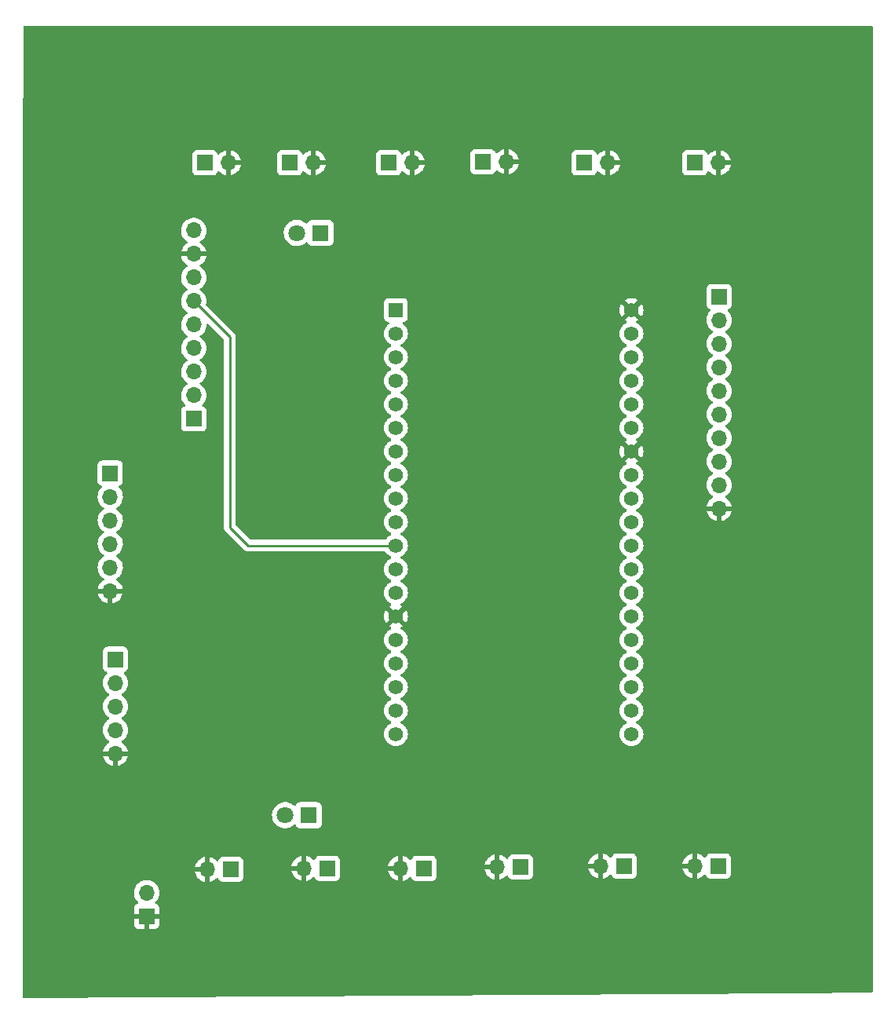
<source format=gbr>
%TF.GenerationSoftware,KiCad,Pcbnew,(6.0.6-0)*%
%TF.CreationDate,2023-02-15T09:55:00-08:00*%
%TF.ProjectId,le2-daq-new,6c65322d-6461-4712-9d6e-65772e6b6963,rev?*%
%TF.SameCoordinates,Original*%
%TF.FileFunction,Copper,L2,Bot*%
%TF.FilePolarity,Positive*%
%FSLAX46Y46*%
G04 Gerber Fmt 4.6, Leading zero omitted, Abs format (unit mm)*
G04 Created by KiCad (PCBNEW (6.0.6-0)) date 2023-02-15 09:55:00*
%MOMM*%
%LPD*%
G01*
G04 APERTURE LIST*
%TA.AperFunction,ComponentPad*%
%ADD10R,1.700000X1.700000*%
%TD*%
%TA.AperFunction,ComponentPad*%
%ADD11O,1.700000X1.700000*%
%TD*%
%TA.AperFunction,ComponentPad*%
%ADD12R,1.560000X1.560000*%
%TD*%
%TA.AperFunction,ComponentPad*%
%ADD13C,1.560000*%
%TD*%
%TA.AperFunction,ComponentPad*%
%ADD14R,1.800000X1.800000*%
%TD*%
%TA.AperFunction,ComponentPad*%
%ADD15C,1.800000*%
%TD*%
%TA.AperFunction,ViaPad*%
%ADD16C,0.800000*%
%TD*%
%TA.AperFunction,ViaPad*%
%ADD17C,4.000000*%
%TD*%
%TA.AperFunction,Conductor*%
%ADD18C,0.250000*%
%TD*%
G04 APERTURE END LIST*
D10*
%TO.P,J17,1,Pin_1*%
%TO.N,GND*%
X97085000Y-125735000D03*
D11*
%TO.P,J17,2,Pin_2*%
%TO.N,12V*%
X97085000Y-123195000D03*
%TD*%
D12*
%TO.P,U1,1,3V3*%
%TO.N,+3.3V*%
X123963000Y-60390000D03*
D13*
%TO.P,U1,2,EN*%
%TO.N,Net-(R1-Pad1)*%
X123963000Y-62930000D03*
%TO.P,U1,3,SENSOR_VP*%
%TO.N,PT 1*%
X123963000Y-65470000D03*
%TO.P,U1,4,SENSOR_VN*%
%TO.N,PT 2*%
X123963000Y-68010000D03*
%TO.P,U1,5,IO34*%
%TO.N,PT 3*%
X123963000Y-70550000D03*
%TO.P,U1,6,IO35*%
%TO.N,PT 4*%
X123963000Y-73090000D03*
%TO.P,U1,7,IO32*%
%TO.N,PT 5*%
X123963000Y-75630000D03*
%TO.P,U1,8,IO33*%
%TO.N,TC1 CS*%
X123963000Y-78170000D03*
%TO.P,U1,9,IO25*%
%TO.N,TC2 CS*%
X123963000Y-80710000D03*
%TO.P,U1,10,IO26*%
%TO.N,TC SDO*%
X123963000Y-83250000D03*
%TO.P,U1,11,IO27*%
%TO.N,PT CLK*%
X123963000Y-85790000D03*
%TO.P,U1,12,IO14*%
%TO.N,CS 1*%
X123963000Y-88330000D03*
%TO.P,U1,13,IO12*%
%TO.N,unconnected-(U1-Pad13)*%
X123963000Y-90870000D03*
%TO.P,U1,14,GND1*%
%TO.N,GND*%
X123963000Y-93410000D03*
%TO.P,U1,15,IO13*%
%TO.N,CS 2*%
X123963000Y-95950000D03*
%TO.P,U1,16,SD2*%
%TO.N,unconnected-(U1-Pad16)*%
X123963000Y-98490000D03*
%TO.P,U1,17,SD3*%
%TO.N,unconnected-(U1-Pad17)*%
X123963000Y-101030000D03*
%TO.P,U1,18,CMD*%
%TO.N,unconnected-(U1-Pad18)*%
X123963000Y-103570000D03*
%TO.P,U1,19,EXT_5V*%
%TO.N,unconnected-(U1-Pad19)*%
X123963000Y-106110000D03*
%TO.P,U1,20,GND3*%
%TO.N,GND*%
X149363000Y-60390000D03*
%TO.P,U1,21,IO23*%
%TO.N,RL 1*%
X149363000Y-62930000D03*
%TO.P,U1,22,IO22*%
%TO.N,RL 2*%
X149363000Y-65470000D03*
%TO.P,U1,23,TXD0*%
%TO.N,unconnected-(U1-Pad23)*%
X149363000Y-68010000D03*
%TO.P,U1,24,RXD0*%
%TO.N,unconnected-(U1-Pad24)*%
X149363000Y-70550000D03*
%TO.P,U1,25,IO21*%
%TO.N,RL 3*%
X149363000Y-73090000D03*
%TO.P,U1,26,GND2*%
%TO.N,GND*%
X149363000Y-75630000D03*
%TO.P,U1,27,IO19*%
%TO.N,RL 4*%
X149363000Y-78170000D03*
%TO.P,U1,28,IO18*%
%TO.N,RL 5*%
X149363000Y-80710000D03*
%TO.P,U1,29,IO5*%
%TO.N,RL 6*%
X149363000Y-83250000D03*
%TO.P,U1,30,IO17*%
%TO.N,RL 7*%
X149363000Y-85790000D03*
%TO.P,U1,31,IO16*%
%TO.N,RL 8*%
X149363000Y-88330000D03*
%TO.P,U1,32,IO4*%
%TO.N,TC CLK*%
X149363000Y-90870000D03*
%TO.P,U1,33,IO0*%
%TO.N,unconnected-(U1-Pad33)*%
X149363000Y-93410000D03*
%TO.P,U1,34,IO2*%
%TO.N,unconnected-(U1-Pad34)*%
X149363000Y-95950000D03*
%TO.P,U1,35,IO15*%
%TO.N,CS CLK*%
X149363000Y-98490000D03*
%TO.P,U1,36,SD1*%
%TO.N,unconnected-(U1-Pad36)*%
X149363000Y-101030000D03*
%TO.P,U1,37,SD0*%
%TO.N,unconnected-(U1-Pad37)*%
X149363000Y-103570000D03*
%TO.P,U1,38,CLK*%
%TO.N,unconnected-(U1-Pad38)*%
X149363000Y-106110000D03*
%TD*%
D10*
%TO.P,J16,1,Pin_1*%
%TO.N,12V*%
X106172000Y-120698000D03*
D11*
%TO.P,J16,2,Pin_2*%
%TO.N,GND*%
X103632000Y-120698000D03*
%TD*%
D10*
%TO.P,J15,1,Pin_1*%
%TO.N,12V*%
X137414000Y-120444000D03*
D11*
%TO.P,J15,2,Pin_2*%
%TO.N,GND*%
X134874000Y-120444000D03*
%TD*%
D10*
%TO.P,J14,1,Pin_1*%
%TO.N,12V*%
X126992000Y-120593000D03*
D11*
%TO.P,J14,2,Pin_2*%
%TO.N,GND*%
X124452000Y-120593000D03*
%TD*%
D10*
%TO.P,J13,1,Pin_1*%
%TO.N,12V*%
X158742000Y-120339000D03*
D11*
%TO.P,J13,2,Pin_2*%
%TO.N,GND*%
X156202000Y-120339000D03*
%TD*%
D10*
%TO.P,J12,1,Pin_1*%
%TO.N,12V*%
X116578000Y-120593000D03*
D11*
%TO.P,J12,2,Pin_2*%
%TO.N,GND*%
X114038000Y-120593000D03*
%TD*%
D10*
%TO.P,J11,1,Pin_1*%
%TO.N,12V*%
X148582000Y-120339000D03*
D11*
%TO.P,J11,2,Pin_2*%
%TO.N,GND*%
X146042000Y-120339000D03*
%TD*%
D10*
%TO.P,J10,1,Pin_1*%
%TO.N,+3.3V*%
X156205000Y-44507000D03*
D11*
%TO.P,J10,2,Pin_2*%
%TO.N,GND*%
X158745000Y-44507000D03*
%TD*%
D10*
%TO.P,J9,1,Pin_1*%
%TO.N,+3.3V*%
X144267000Y-44507000D03*
D11*
%TO.P,J9,2,Pin_2*%
%TO.N,GND*%
X146807000Y-44507000D03*
%TD*%
%TO.P,J8,2,Pin_2*%
%TO.N,GND*%
X125725000Y-44507000D03*
D10*
%TO.P,J8,1,Pin_1*%
%TO.N,+3.3V*%
X123185000Y-44507000D03*
%TD*%
D11*
%TO.P,J7,2,Pin_2*%
%TO.N,GND*%
X135893000Y-44402000D03*
D10*
%TO.P,J7,1,Pin_1*%
%TO.N,+3.3V*%
X133353000Y-44402000D03*
%TD*%
%TO.P,J6,1,Pin_1*%
%TO.N,+3.3V*%
X112517000Y-44507000D03*
D11*
%TO.P,J6,2,Pin_2*%
%TO.N,GND*%
X115057000Y-44507000D03*
%TD*%
D10*
%TO.P,J5,1,Pin_1*%
%TO.N,+3.3V*%
X103373000Y-44507000D03*
D11*
%TO.P,J5,2,Pin_2*%
%TO.N,GND*%
X105913000Y-44507000D03*
%TD*%
D10*
%TO.P,J4,1,Pin_1*%
%TO.N,CS 1*%
X93726000Y-98044000D03*
D11*
%TO.P,J4,2,Pin_2*%
%TO.N,CS 2*%
X93726000Y-100584000D03*
%TO.P,J4,3,Pin_3*%
%TO.N,CS CLK*%
X93726000Y-103124000D03*
%TO.P,J4,4,Pin_4*%
%TO.N,+3.3V*%
X93726000Y-105664000D03*
%TO.P,J4,5,Pin_5*%
%TO.N,GND*%
X93726000Y-108204000D03*
%TD*%
D10*
%TO.P,J3,1,Pin_1*%
%TO.N,TC2 CS*%
X93161000Y-77978000D03*
D11*
%TO.P,J3,2,Pin_2*%
%TO.N,TC1 CS*%
X93161000Y-80518000D03*
%TO.P,J3,3,Pin_3*%
%TO.N,TC SDO*%
X93161000Y-83058000D03*
%TO.P,J3,4,Pin_4*%
%TO.N,TC CLK*%
X93161000Y-85598000D03*
%TO.P,J3,5,Pin_5*%
%TO.N,+3.3V*%
X93161000Y-88138000D03*
%TO.P,J3,6,Pin_6*%
%TO.N,GND*%
X93161000Y-90678000D03*
%TD*%
D10*
%TO.P,J2,1,Pin_1*%
%TO.N,PT 5*%
X102165000Y-72126000D03*
D11*
%TO.P,J2,2,Pin_2*%
%TO.N,PT 4*%
X102165000Y-69586000D03*
%TO.P,J2,3,Pin_3*%
%TO.N,PT 3*%
X102165000Y-67046000D03*
%TO.P,J2,4,Pin_4*%
%TO.N,PT 2*%
X102165000Y-64506000D03*
%TO.P,J2,5,Pin_5*%
%TO.N,PT 1*%
X102165000Y-61966000D03*
%TO.P,J2,6,Pin_6*%
%TO.N,PT CLK*%
X102165000Y-59426000D03*
%TO.P,J2,7,Pin_7*%
%TO.N,+3.3V*%
X102165000Y-56886000D03*
%TO.P,J2,8,Pin_8*%
%TO.N,GND*%
X102165000Y-54346000D03*
%TO.P,J2,9*%
%TO.N,N/C*%
X102165000Y-51806000D03*
%TD*%
D10*
%TO.P,J1,1,Pin_1*%
%TO.N,RL 1*%
X158820000Y-58933000D03*
D11*
%TO.P,J1,2,Pin_2*%
%TO.N,RL 2*%
X158820000Y-61473000D03*
%TO.P,J1,3,Pin_3*%
%TO.N,RL 3*%
X158820000Y-64013000D03*
%TO.P,J1,4,Pin_4*%
%TO.N,RL 4*%
X158820000Y-66553000D03*
%TO.P,J1,5,Pin_5*%
%TO.N,RL 5*%
X158820000Y-69093000D03*
%TO.P,J1,6,Pin_6*%
%TO.N,RL 6*%
X158820000Y-71633000D03*
%TO.P,J1,7,Pin_7*%
%TO.N,RL 7*%
X158820000Y-74173000D03*
%TO.P,J1,8,Pin_8*%
%TO.N,RL 8*%
X158820000Y-76713000D03*
%TO.P,J1,9,Pin_9*%
%TO.N,+3.3V*%
X158820000Y-79253000D03*
%TO.P,J1,10,Pin_10*%
%TO.N,GND*%
X158820000Y-81793000D03*
%TD*%
D14*
%TO.P,D1,1,K*%
%TO.N,12V*%
X114554000Y-114856000D03*
D15*
%TO.P,D1,2,A*%
%TO.N,Net-(D1-Pad2)*%
X112014000Y-114856000D03*
%TD*%
D14*
%TO.P,D2,1,K*%
%TO.N,+3.3V*%
X115824000Y-52070000D03*
D15*
%TO.P,D2,2,A*%
%TO.N,Net-(D2-Pad2)*%
X113283988Y-52070006D03*
%TD*%
D16*
%TO.N,GND*%
X168910000Y-87630000D03*
X153035000Y-106680000D03*
X142875000Y-106680000D03*
X135890000Y-106680000D03*
X128905000Y-106680000D03*
X113030000Y-106680000D03*
X153670000Y-92075000D03*
X142240000Y-92075000D03*
X135890000Y-92075000D03*
X129540000Y-92075000D03*
X113030000Y-92075000D03*
X142240000Y-81280000D03*
X135890000Y-81280000D03*
X130175000Y-81280000D03*
X113030000Y-81280000D03*
X142240000Y-72390000D03*
X135890000Y-72390000D03*
X130175000Y-72390000D03*
X113030000Y-71755000D03*
X142240000Y-69850000D03*
X135890000Y-69850000D03*
X130175000Y-69850000D03*
X113030000Y-69215000D03*
X154305000Y-66675000D03*
X142240000Y-66675000D03*
X135890000Y-66675000D03*
X130175000Y-66675000D03*
X113030000Y-66675000D03*
X142240000Y-61595000D03*
X135890000Y-60960000D03*
X130175000Y-60960000D03*
X113030000Y-60960000D03*
X106045000Y-60960000D03*
X154305000Y-57150000D03*
X147955000Y-57150000D03*
X142240000Y-57150000D03*
X135890000Y-57150000D03*
X130175000Y-57150000D03*
X125095000Y-57150000D03*
X120015000Y-57150000D03*
X113030000Y-57150000D03*
X106045000Y-57150000D03*
D17*
X86360000Y-32385000D03*
X86360000Y-132080000D03*
X172720000Y-131445000D03*
X172720000Y-32385000D03*
%TD*%
D18*
%TO.N,PT CLK*%
X108015000Y-85790000D02*
X106045000Y-83820000D01*
X106045000Y-63306000D02*
X106045000Y-83820000D01*
X102165000Y-59426000D02*
X106045000Y-63306000D01*
X123963000Y-85790000D02*
X108015000Y-85790000D01*
%TD*%
%TA.AperFunction,Conductor*%
%TO.N,GND*%
G36*
X175328621Y-29738502D02*
G01*
X175375114Y-29792158D01*
X175386500Y-29844500D01*
X175386500Y-133863343D01*
X175366498Y-133931464D01*
X175312842Y-133977957D01*
X175261363Y-133989340D01*
X166688769Y-134048056D01*
X83820363Y-134615648D01*
X83752107Y-134596113D01*
X83705248Y-134542777D01*
X83693500Y-134489651D01*
X83693500Y-126629669D01*
X95727001Y-126629669D01*
X95727371Y-126636490D01*
X95732895Y-126687352D01*
X95736521Y-126702604D01*
X95781676Y-126823054D01*
X95790214Y-126838649D01*
X95866715Y-126940724D01*
X95879276Y-126953285D01*
X95981351Y-127029786D01*
X95996946Y-127038324D01*
X96117394Y-127083478D01*
X96132649Y-127087105D01*
X96183514Y-127092631D01*
X96190328Y-127093000D01*
X96812885Y-127093000D01*
X96828124Y-127088525D01*
X96829329Y-127087135D01*
X96831000Y-127079452D01*
X96831000Y-127074884D01*
X97339000Y-127074884D01*
X97343475Y-127090123D01*
X97344865Y-127091328D01*
X97352548Y-127092999D01*
X97979669Y-127092999D01*
X97986490Y-127092629D01*
X98037352Y-127087105D01*
X98052604Y-127083479D01*
X98173054Y-127038324D01*
X98188649Y-127029786D01*
X98290724Y-126953285D01*
X98303285Y-126940724D01*
X98379786Y-126838649D01*
X98388324Y-126823054D01*
X98433478Y-126702606D01*
X98437105Y-126687351D01*
X98442631Y-126636486D01*
X98443000Y-126629672D01*
X98443000Y-126007115D01*
X98438525Y-125991876D01*
X98437135Y-125990671D01*
X98429452Y-125989000D01*
X97357115Y-125989000D01*
X97341876Y-125993475D01*
X97340671Y-125994865D01*
X97339000Y-126002548D01*
X97339000Y-127074884D01*
X96831000Y-127074884D01*
X96831000Y-126007115D01*
X96826525Y-125991876D01*
X96825135Y-125990671D01*
X96817452Y-125989000D01*
X95745116Y-125989000D01*
X95729877Y-125993475D01*
X95728672Y-125994865D01*
X95727001Y-126002548D01*
X95727001Y-126629669D01*
X83693500Y-126629669D01*
X83693500Y-123161695D01*
X95722251Y-123161695D01*
X95722548Y-123166848D01*
X95722548Y-123166851D01*
X95728011Y-123261590D01*
X95735110Y-123384715D01*
X95736247Y-123389761D01*
X95736248Y-123389767D01*
X95756119Y-123477939D01*
X95784222Y-123602639D01*
X95868266Y-123809616D01*
X95984987Y-124000088D01*
X96131250Y-124168938D01*
X96135225Y-124172238D01*
X96135231Y-124172244D01*
X96140425Y-124176556D01*
X96180059Y-124235460D01*
X96181555Y-124306441D01*
X96144439Y-124366962D01*
X96104168Y-124391480D01*
X95996946Y-124431676D01*
X95981351Y-124440214D01*
X95879276Y-124516715D01*
X95866715Y-124529276D01*
X95790214Y-124631351D01*
X95781676Y-124646946D01*
X95736522Y-124767394D01*
X95732895Y-124782649D01*
X95727369Y-124833514D01*
X95727000Y-124840328D01*
X95727000Y-125462885D01*
X95731475Y-125478124D01*
X95732865Y-125479329D01*
X95740548Y-125481000D01*
X98424884Y-125481000D01*
X98440123Y-125476525D01*
X98441328Y-125475135D01*
X98442999Y-125467452D01*
X98442999Y-124840331D01*
X98442629Y-124833510D01*
X98437105Y-124782648D01*
X98433479Y-124767396D01*
X98388324Y-124646946D01*
X98379786Y-124631351D01*
X98303285Y-124529276D01*
X98290724Y-124516715D01*
X98188649Y-124440214D01*
X98173054Y-124431676D01*
X98062813Y-124390348D01*
X98006049Y-124347706D01*
X97981349Y-124281145D01*
X97996557Y-124211796D01*
X98018104Y-124183115D01*
X98119430Y-124082144D01*
X98119440Y-124082132D01*
X98123096Y-124078489D01*
X98182594Y-123995689D01*
X98250435Y-123901277D01*
X98253453Y-123897077D01*
X98352430Y-123696811D01*
X98417370Y-123483069D01*
X98446529Y-123261590D01*
X98448156Y-123195000D01*
X98429852Y-122972361D01*
X98375431Y-122755702D01*
X98286354Y-122550840D01*
X98165014Y-122363277D01*
X98014670Y-122198051D01*
X98010619Y-122194852D01*
X98010615Y-122194848D01*
X97843414Y-122062800D01*
X97843410Y-122062798D01*
X97839359Y-122059598D01*
X97823056Y-122050598D01*
X97762310Y-122017065D01*
X97643789Y-121951638D01*
X97638920Y-121949914D01*
X97638916Y-121949912D01*
X97438087Y-121878795D01*
X97438083Y-121878794D01*
X97433212Y-121877069D01*
X97428119Y-121876162D01*
X97428116Y-121876161D01*
X97218373Y-121838800D01*
X97218367Y-121838799D01*
X97213284Y-121837894D01*
X97139452Y-121836992D01*
X96995081Y-121835228D01*
X96995079Y-121835228D01*
X96989911Y-121835165D01*
X96769091Y-121868955D01*
X96556756Y-121938357D01*
X96526443Y-121954137D01*
X96381880Y-122029392D01*
X96358607Y-122041507D01*
X96354474Y-122044610D01*
X96354471Y-122044612D01*
X96330247Y-122062800D01*
X96179965Y-122175635D01*
X96025629Y-122337138D01*
X95899743Y-122521680D01*
X95805688Y-122724305D01*
X95745989Y-122939570D01*
X95722251Y-123161695D01*
X83693500Y-123161695D01*
X83693500Y-120965966D01*
X102300257Y-120965966D01*
X102330565Y-121100446D01*
X102333645Y-121110275D01*
X102413770Y-121307603D01*
X102418413Y-121316794D01*
X102529694Y-121498388D01*
X102535777Y-121506699D01*
X102675213Y-121667667D01*
X102682580Y-121674883D01*
X102846434Y-121810916D01*
X102854881Y-121816831D01*
X103038756Y-121924279D01*
X103048042Y-121928729D01*
X103247001Y-122004703D01*
X103256899Y-122007579D01*
X103360250Y-122028606D01*
X103374299Y-122027410D01*
X103378000Y-122017065D01*
X103378000Y-122016517D01*
X103886000Y-122016517D01*
X103890064Y-122030359D01*
X103903478Y-122032393D01*
X103910184Y-122031534D01*
X103920262Y-122029392D01*
X104124255Y-121968191D01*
X104133842Y-121964433D01*
X104325095Y-121870739D01*
X104333945Y-121865464D01*
X104507328Y-121741792D01*
X104515193Y-121735145D01*
X104619897Y-121630805D01*
X104682268Y-121596889D01*
X104753075Y-121602077D01*
X104809837Y-121644723D01*
X104826819Y-121675826D01*
X104858549Y-121760464D01*
X104871385Y-121794705D01*
X104958739Y-121911261D01*
X105075295Y-121998615D01*
X105211684Y-122049745D01*
X105273866Y-122056500D01*
X107070134Y-122056500D01*
X107132316Y-122049745D01*
X107268705Y-121998615D01*
X107385261Y-121911261D01*
X107472615Y-121794705D01*
X107523745Y-121658316D01*
X107530500Y-121596134D01*
X107530500Y-120860966D01*
X112706257Y-120860966D01*
X112736565Y-120995446D01*
X112739645Y-121005275D01*
X112819770Y-121202603D01*
X112824413Y-121211794D01*
X112935694Y-121393388D01*
X112941777Y-121401699D01*
X113081213Y-121562667D01*
X113088580Y-121569883D01*
X113252434Y-121705916D01*
X113260881Y-121711831D01*
X113444756Y-121819279D01*
X113454042Y-121823729D01*
X113653001Y-121899703D01*
X113662899Y-121902579D01*
X113766250Y-121923606D01*
X113780299Y-121922410D01*
X113784000Y-121912065D01*
X113784000Y-121911517D01*
X114292000Y-121911517D01*
X114296064Y-121925359D01*
X114309478Y-121927393D01*
X114316184Y-121926534D01*
X114326262Y-121924392D01*
X114530255Y-121863191D01*
X114539842Y-121859433D01*
X114731095Y-121765739D01*
X114739945Y-121760464D01*
X114913328Y-121636792D01*
X114921193Y-121630145D01*
X115025897Y-121525805D01*
X115088268Y-121491889D01*
X115159075Y-121497077D01*
X115215837Y-121539723D01*
X115232819Y-121570826D01*
X115262531Y-121650081D01*
X115277385Y-121689705D01*
X115364739Y-121806261D01*
X115481295Y-121893615D01*
X115617684Y-121944745D01*
X115679866Y-121951500D01*
X117476134Y-121951500D01*
X117538316Y-121944745D01*
X117674705Y-121893615D01*
X117791261Y-121806261D01*
X117878615Y-121689705D01*
X117929745Y-121553316D01*
X117936500Y-121491134D01*
X117936500Y-120860966D01*
X123120257Y-120860966D01*
X123150565Y-120995446D01*
X123153645Y-121005275D01*
X123233770Y-121202603D01*
X123238413Y-121211794D01*
X123349694Y-121393388D01*
X123355777Y-121401699D01*
X123495213Y-121562667D01*
X123502580Y-121569883D01*
X123666434Y-121705916D01*
X123674881Y-121711831D01*
X123858756Y-121819279D01*
X123868042Y-121823729D01*
X124067001Y-121899703D01*
X124076899Y-121902579D01*
X124180250Y-121923606D01*
X124194299Y-121922410D01*
X124198000Y-121912065D01*
X124198000Y-121911517D01*
X124706000Y-121911517D01*
X124710064Y-121925359D01*
X124723478Y-121927393D01*
X124730184Y-121926534D01*
X124740262Y-121924392D01*
X124944255Y-121863191D01*
X124953842Y-121859433D01*
X125145095Y-121765739D01*
X125153945Y-121760464D01*
X125327328Y-121636792D01*
X125335193Y-121630145D01*
X125439897Y-121525805D01*
X125502268Y-121491889D01*
X125573075Y-121497077D01*
X125629837Y-121539723D01*
X125646819Y-121570826D01*
X125676531Y-121650081D01*
X125691385Y-121689705D01*
X125778739Y-121806261D01*
X125895295Y-121893615D01*
X126031684Y-121944745D01*
X126093866Y-121951500D01*
X127890134Y-121951500D01*
X127952316Y-121944745D01*
X128088705Y-121893615D01*
X128205261Y-121806261D01*
X128292615Y-121689705D01*
X128343745Y-121553316D01*
X128350500Y-121491134D01*
X128350500Y-120711966D01*
X133542257Y-120711966D01*
X133572565Y-120846446D01*
X133575645Y-120856275D01*
X133655770Y-121053603D01*
X133660413Y-121062794D01*
X133771694Y-121244388D01*
X133777777Y-121252699D01*
X133917213Y-121413667D01*
X133924580Y-121420883D01*
X134088434Y-121556916D01*
X134096881Y-121562831D01*
X134280756Y-121670279D01*
X134290042Y-121674729D01*
X134489001Y-121750703D01*
X134498899Y-121753579D01*
X134602250Y-121774606D01*
X134616299Y-121773410D01*
X134620000Y-121763065D01*
X134620000Y-121762517D01*
X135128000Y-121762517D01*
X135132064Y-121776359D01*
X135145478Y-121778393D01*
X135152184Y-121777534D01*
X135162262Y-121775392D01*
X135366255Y-121714191D01*
X135375842Y-121710433D01*
X135567095Y-121616739D01*
X135575945Y-121611464D01*
X135749328Y-121487792D01*
X135757193Y-121481145D01*
X135861897Y-121376805D01*
X135924268Y-121342889D01*
X135995075Y-121348077D01*
X136051837Y-121390723D01*
X136068819Y-121421826D01*
X136113385Y-121540705D01*
X136200739Y-121657261D01*
X136317295Y-121744615D01*
X136453684Y-121795745D01*
X136515866Y-121802500D01*
X138312134Y-121802500D01*
X138374316Y-121795745D01*
X138510705Y-121744615D01*
X138627261Y-121657261D01*
X138714615Y-121540705D01*
X138765745Y-121404316D01*
X138772500Y-121342134D01*
X138772500Y-120606966D01*
X144710257Y-120606966D01*
X144740565Y-120741446D01*
X144743645Y-120751275D01*
X144823770Y-120948603D01*
X144828413Y-120957794D01*
X144939694Y-121139388D01*
X144945777Y-121147699D01*
X145085213Y-121308667D01*
X145092580Y-121315883D01*
X145256434Y-121451916D01*
X145264881Y-121457831D01*
X145448756Y-121565279D01*
X145458042Y-121569729D01*
X145657001Y-121645703D01*
X145666899Y-121648579D01*
X145770250Y-121669606D01*
X145784299Y-121668410D01*
X145788000Y-121658065D01*
X145788000Y-121657517D01*
X146296000Y-121657517D01*
X146300064Y-121671359D01*
X146313478Y-121673393D01*
X146320184Y-121672534D01*
X146330262Y-121670392D01*
X146534255Y-121609191D01*
X146543842Y-121605433D01*
X146735095Y-121511739D01*
X146743945Y-121506464D01*
X146917328Y-121382792D01*
X146925193Y-121376145D01*
X147029897Y-121271805D01*
X147092268Y-121237889D01*
X147163075Y-121243077D01*
X147219837Y-121285723D01*
X147236819Y-121316826D01*
X147281385Y-121435705D01*
X147368739Y-121552261D01*
X147485295Y-121639615D01*
X147621684Y-121690745D01*
X147683866Y-121697500D01*
X149480134Y-121697500D01*
X149542316Y-121690745D01*
X149678705Y-121639615D01*
X149795261Y-121552261D01*
X149882615Y-121435705D01*
X149933745Y-121299316D01*
X149940500Y-121237134D01*
X149940500Y-120606966D01*
X154870257Y-120606966D01*
X154900565Y-120741446D01*
X154903645Y-120751275D01*
X154983770Y-120948603D01*
X154988413Y-120957794D01*
X155099694Y-121139388D01*
X155105777Y-121147699D01*
X155245213Y-121308667D01*
X155252580Y-121315883D01*
X155416434Y-121451916D01*
X155424881Y-121457831D01*
X155608756Y-121565279D01*
X155618042Y-121569729D01*
X155817001Y-121645703D01*
X155826899Y-121648579D01*
X155930250Y-121669606D01*
X155944299Y-121668410D01*
X155948000Y-121658065D01*
X155948000Y-121657517D01*
X156456000Y-121657517D01*
X156460064Y-121671359D01*
X156473478Y-121673393D01*
X156480184Y-121672534D01*
X156490262Y-121670392D01*
X156694255Y-121609191D01*
X156703842Y-121605433D01*
X156895095Y-121511739D01*
X156903945Y-121506464D01*
X157077328Y-121382792D01*
X157085193Y-121376145D01*
X157189897Y-121271805D01*
X157252268Y-121237889D01*
X157323075Y-121243077D01*
X157379837Y-121285723D01*
X157396819Y-121316826D01*
X157441385Y-121435705D01*
X157528739Y-121552261D01*
X157645295Y-121639615D01*
X157781684Y-121690745D01*
X157843866Y-121697500D01*
X159640134Y-121697500D01*
X159702316Y-121690745D01*
X159838705Y-121639615D01*
X159955261Y-121552261D01*
X160042615Y-121435705D01*
X160093745Y-121299316D01*
X160100500Y-121237134D01*
X160100500Y-119440866D01*
X160093745Y-119378684D01*
X160042615Y-119242295D01*
X159955261Y-119125739D01*
X159838705Y-119038385D01*
X159702316Y-118987255D01*
X159640134Y-118980500D01*
X157843866Y-118980500D01*
X157781684Y-118987255D01*
X157645295Y-119038385D01*
X157528739Y-119125739D01*
X157441385Y-119242295D01*
X157438233Y-119250703D01*
X157438232Y-119250705D01*
X157396722Y-119361433D01*
X157354081Y-119418198D01*
X157287519Y-119442898D01*
X157218170Y-119427691D01*
X157185546Y-119402004D01*
X157134799Y-119346234D01*
X157127273Y-119339215D01*
X156960139Y-119207222D01*
X156951552Y-119201517D01*
X156765117Y-119098599D01*
X156755705Y-119094369D01*
X156554959Y-119023280D01*
X156544988Y-119020646D01*
X156473837Y-119007972D01*
X156460540Y-119009432D01*
X156456000Y-119023989D01*
X156456000Y-121657517D01*
X155948000Y-121657517D01*
X155948000Y-120611115D01*
X155943525Y-120595876D01*
X155942135Y-120594671D01*
X155934452Y-120593000D01*
X154885225Y-120593000D01*
X154871694Y-120596973D01*
X154870257Y-120606966D01*
X149940500Y-120606966D01*
X149940500Y-120073183D01*
X154866389Y-120073183D01*
X154867912Y-120081607D01*
X154880292Y-120085000D01*
X155929885Y-120085000D01*
X155945124Y-120080525D01*
X155946329Y-120079135D01*
X155948000Y-120071452D01*
X155948000Y-119022102D01*
X155944082Y-119008758D01*
X155929806Y-119006771D01*
X155891324Y-119012660D01*
X155881288Y-119015051D01*
X155678868Y-119081212D01*
X155669359Y-119085209D01*
X155480463Y-119183542D01*
X155471738Y-119189036D01*
X155301433Y-119316905D01*
X155293726Y-119323748D01*
X155146590Y-119477717D01*
X155140104Y-119485727D01*
X155020098Y-119661649D01*
X155015000Y-119670623D01*
X154925338Y-119863783D01*
X154921775Y-119873470D01*
X154866389Y-120073183D01*
X149940500Y-120073183D01*
X149940500Y-119440866D01*
X149933745Y-119378684D01*
X149882615Y-119242295D01*
X149795261Y-119125739D01*
X149678705Y-119038385D01*
X149542316Y-118987255D01*
X149480134Y-118980500D01*
X147683866Y-118980500D01*
X147621684Y-118987255D01*
X147485295Y-119038385D01*
X147368739Y-119125739D01*
X147281385Y-119242295D01*
X147278233Y-119250703D01*
X147278232Y-119250705D01*
X147236722Y-119361433D01*
X147194081Y-119418198D01*
X147127519Y-119442898D01*
X147058170Y-119427691D01*
X147025546Y-119402004D01*
X146974799Y-119346234D01*
X146967273Y-119339215D01*
X146800139Y-119207222D01*
X146791552Y-119201517D01*
X146605117Y-119098599D01*
X146595705Y-119094369D01*
X146394959Y-119023280D01*
X146384988Y-119020646D01*
X146313837Y-119007972D01*
X146300540Y-119009432D01*
X146296000Y-119023989D01*
X146296000Y-121657517D01*
X145788000Y-121657517D01*
X145788000Y-120611115D01*
X145783525Y-120595876D01*
X145782135Y-120594671D01*
X145774452Y-120593000D01*
X144725225Y-120593000D01*
X144711694Y-120596973D01*
X144710257Y-120606966D01*
X138772500Y-120606966D01*
X138772500Y-120073183D01*
X144706389Y-120073183D01*
X144707912Y-120081607D01*
X144720292Y-120085000D01*
X145769885Y-120085000D01*
X145785124Y-120080525D01*
X145786329Y-120079135D01*
X145788000Y-120071452D01*
X145788000Y-119022102D01*
X145784082Y-119008758D01*
X145769806Y-119006771D01*
X145731324Y-119012660D01*
X145721288Y-119015051D01*
X145518868Y-119081212D01*
X145509359Y-119085209D01*
X145320463Y-119183542D01*
X145311738Y-119189036D01*
X145141433Y-119316905D01*
X145133726Y-119323748D01*
X144986590Y-119477717D01*
X144980104Y-119485727D01*
X144860098Y-119661649D01*
X144855000Y-119670623D01*
X144765338Y-119863783D01*
X144761775Y-119873470D01*
X144706389Y-120073183D01*
X138772500Y-120073183D01*
X138772500Y-119545866D01*
X138765745Y-119483684D01*
X138714615Y-119347295D01*
X138627261Y-119230739D01*
X138510705Y-119143385D01*
X138374316Y-119092255D01*
X138312134Y-119085500D01*
X136515866Y-119085500D01*
X136453684Y-119092255D01*
X136317295Y-119143385D01*
X136200739Y-119230739D01*
X136113385Y-119347295D01*
X136110233Y-119355703D01*
X136110232Y-119355705D01*
X136068722Y-119466433D01*
X136026081Y-119523198D01*
X135959519Y-119547898D01*
X135890170Y-119532691D01*
X135857546Y-119507004D01*
X135806799Y-119451234D01*
X135799273Y-119444215D01*
X135632139Y-119312222D01*
X135623552Y-119306517D01*
X135437117Y-119203599D01*
X135427705Y-119199369D01*
X135226959Y-119128280D01*
X135216988Y-119125646D01*
X135145837Y-119112972D01*
X135132540Y-119114432D01*
X135128000Y-119128989D01*
X135128000Y-121762517D01*
X134620000Y-121762517D01*
X134620000Y-120716115D01*
X134615525Y-120700876D01*
X134614135Y-120699671D01*
X134606452Y-120698000D01*
X133557225Y-120698000D01*
X133543694Y-120701973D01*
X133542257Y-120711966D01*
X128350500Y-120711966D01*
X128350500Y-120178183D01*
X133538389Y-120178183D01*
X133539912Y-120186607D01*
X133552292Y-120190000D01*
X134601885Y-120190000D01*
X134617124Y-120185525D01*
X134618329Y-120184135D01*
X134620000Y-120176452D01*
X134620000Y-119127102D01*
X134616082Y-119113758D01*
X134601806Y-119111771D01*
X134563324Y-119117660D01*
X134553288Y-119120051D01*
X134350868Y-119186212D01*
X134341359Y-119190209D01*
X134152463Y-119288542D01*
X134143738Y-119294036D01*
X133973433Y-119421905D01*
X133965726Y-119428748D01*
X133818590Y-119582717D01*
X133812104Y-119590727D01*
X133692098Y-119766649D01*
X133687000Y-119775623D01*
X133597338Y-119968783D01*
X133593775Y-119978470D01*
X133538389Y-120178183D01*
X128350500Y-120178183D01*
X128350500Y-119694866D01*
X128343745Y-119632684D01*
X128292615Y-119496295D01*
X128205261Y-119379739D01*
X128088705Y-119292385D01*
X127952316Y-119241255D01*
X127890134Y-119234500D01*
X126093866Y-119234500D01*
X126031684Y-119241255D01*
X125895295Y-119292385D01*
X125778739Y-119379739D01*
X125691385Y-119496295D01*
X125688233Y-119504703D01*
X125688232Y-119504705D01*
X125646722Y-119615433D01*
X125604081Y-119672198D01*
X125537519Y-119696898D01*
X125468170Y-119681691D01*
X125435546Y-119656004D01*
X125384799Y-119600234D01*
X125377273Y-119593215D01*
X125210139Y-119461222D01*
X125201552Y-119455517D01*
X125015117Y-119352599D01*
X125005705Y-119348369D01*
X124804959Y-119277280D01*
X124794988Y-119274646D01*
X124723837Y-119261972D01*
X124710540Y-119263432D01*
X124706000Y-119277989D01*
X124706000Y-121911517D01*
X124198000Y-121911517D01*
X124198000Y-120865115D01*
X124193525Y-120849876D01*
X124192135Y-120848671D01*
X124184452Y-120847000D01*
X123135225Y-120847000D01*
X123121694Y-120850973D01*
X123120257Y-120860966D01*
X117936500Y-120860966D01*
X117936500Y-120327183D01*
X123116389Y-120327183D01*
X123117912Y-120335607D01*
X123130292Y-120339000D01*
X124179885Y-120339000D01*
X124195124Y-120334525D01*
X124196329Y-120333135D01*
X124198000Y-120325452D01*
X124198000Y-119276102D01*
X124194082Y-119262758D01*
X124179806Y-119260771D01*
X124141324Y-119266660D01*
X124131288Y-119269051D01*
X123928868Y-119335212D01*
X123919359Y-119339209D01*
X123730463Y-119437542D01*
X123721738Y-119443036D01*
X123551433Y-119570905D01*
X123543726Y-119577748D01*
X123396590Y-119731717D01*
X123390104Y-119739727D01*
X123270098Y-119915649D01*
X123265000Y-119924623D01*
X123175338Y-120117783D01*
X123171775Y-120127470D01*
X123116389Y-120327183D01*
X117936500Y-120327183D01*
X117936500Y-119694866D01*
X117929745Y-119632684D01*
X117878615Y-119496295D01*
X117791261Y-119379739D01*
X117674705Y-119292385D01*
X117538316Y-119241255D01*
X117476134Y-119234500D01*
X115679866Y-119234500D01*
X115617684Y-119241255D01*
X115481295Y-119292385D01*
X115364739Y-119379739D01*
X115277385Y-119496295D01*
X115274233Y-119504703D01*
X115274232Y-119504705D01*
X115232722Y-119615433D01*
X115190081Y-119672198D01*
X115123519Y-119696898D01*
X115054170Y-119681691D01*
X115021546Y-119656004D01*
X114970799Y-119600234D01*
X114963273Y-119593215D01*
X114796139Y-119461222D01*
X114787552Y-119455517D01*
X114601117Y-119352599D01*
X114591705Y-119348369D01*
X114390959Y-119277280D01*
X114380988Y-119274646D01*
X114309837Y-119261972D01*
X114296540Y-119263432D01*
X114292000Y-119277989D01*
X114292000Y-121911517D01*
X113784000Y-121911517D01*
X113784000Y-120865115D01*
X113779525Y-120849876D01*
X113778135Y-120848671D01*
X113770452Y-120847000D01*
X112721225Y-120847000D01*
X112707694Y-120850973D01*
X112706257Y-120860966D01*
X107530500Y-120860966D01*
X107530500Y-120327183D01*
X112702389Y-120327183D01*
X112703912Y-120335607D01*
X112716292Y-120339000D01*
X113765885Y-120339000D01*
X113781124Y-120334525D01*
X113782329Y-120333135D01*
X113784000Y-120325452D01*
X113784000Y-119276102D01*
X113780082Y-119262758D01*
X113765806Y-119260771D01*
X113727324Y-119266660D01*
X113717288Y-119269051D01*
X113514868Y-119335212D01*
X113505359Y-119339209D01*
X113316463Y-119437542D01*
X113307738Y-119443036D01*
X113137433Y-119570905D01*
X113129726Y-119577748D01*
X112982590Y-119731717D01*
X112976104Y-119739727D01*
X112856098Y-119915649D01*
X112851000Y-119924623D01*
X112761338Y-120117783D01*
X112757775Y-120127470D01*
X112702389Y-120327183D01*
X107530500Y-120327183D01*
X107530500Y-119799866D01*
X107523745Y-119737684D01*
X107472615Y-119601295D01*
X107385261Y-119484739D01*
X107268705Y-119397385D01*
X107132316Y-119346255D01*
X107070134Y-119339500D01*
X105273866Y-119339500D01*
X105211684Y-119346255D01*
X105075295Y-119397385D01*
X104958739Y-119484739D01*
X104871385Y-119601295D01*
X104868233Y-119609703D01*
X104868232Y-119609705D01*
X104826722Y-119720433D01*
X104784081Y-119777198D01*
X104717519Y-119801898D01*
X104648170Y-119786691D01*
X104615546Y-119761004D01*
X104564799Y-119705234D01*
X104557273Y-119698215D01*
X104390139Y-119566222D01*
X104381552Y-119560517D01*
X104195117Y-119457599D01*
X104185705Y-119453369D01*
X103984959Y-119382280D01*
X103974988Y-119379646D01*
X103903837Y-119366972D01*
X103890540Y-119368432D01*
X103886000Y-119382989D01*
X103886000Y-122016517D01*
X103378000Y-122016517D01*
X103378000Y-120970115D01*
X103373525Y-120954876D01*
X103372135Y-120953671D01*
X103364452Y-120952000D01*
X102315225Y-120952000D01*
X102301694Y-120955973D01*
X102300257Y-120965966D01*
X83693500Y-120965966D01*
X83693500Y-120432183D01*
X102296389Y-120432183D01*
X102297912Y-120440607D01*
X102310292Y-120444000D01*
X103359885Y-120444000D01*
X103375124Y-120439525D01*
X103376329Y-120438135D01*
X103378000Y-120430452D01*
X103378000Y-119381102D01*
X103374082Y-119367758D01*
X103359806Y-119365771D01*
X103321324Y-119371660D01*
X103311288Y-119374051D01*
X103108868Y-119440212D01*
X103099359Y-119444209D01*
X102910463Y-119542542D01*
X102901738Y-119548036D01*
X102731433Y-119675905D01*
X102723726Y-119682748D01*
X102576590Y-119836717D01*
X102570104Y-119844727D01*
X102450098Y-120020649D01*
X102445000Y-120029623D01*
X102355338Y-120222783D01*
X102351775Y-120232470D01*
X102296389Y-120432183D01*
X83693500Y-120432183D01*
X83693500Y-114821469D01*
X110601095Y-114821469D01*
X110614427Y-115052697D01*
X110615564Y-115057743D01*
X110615565Y-115057749D01*
X110647741Y-115200523D01*
X110665346Y-115278642D01*
X110752484Y-115493237D01*
X110873501Y-115690719D01*
X111025147Y-115865784D01*
X111203349Y-116013730D01*
X111403322Y-116130584D01*
X111619694Y-116213209D01*
X111624760Y-116214240D01*
X111624761Y-116214240D01*
X111677846Y-116225040D01*
X111846656Y-116259385D01*
X111976089Y-116264131D01*
X112072949Y-116267683D01*
X112072953Y-116267683D01*
X112078113Y-116267872D01*
X112083233Y-116267216D01*
X112083235Y-116267216D01*
X112157166Y-116257745D01*
X112307847Y-116238442D01*
X112312795Y-116236957D01*
X112312802Y-116236956D01*
X112524747Y-116173369D01*
X112529690Y-116171886D01*
X112610236Y-116132427D01*
X112733049Y-116072262D01*
X112733052Y-116072260D01*
X112737684Y-116069991D01*
X112926243Y-115935494D01*
X112971309Y-115890585D01*
X113033681Y-115856669D01*
X113104487Y-115861857D01*
X113161249Y-115904503D01*
X113178231Y-115935607D01*
X113203385Y-116002705D01*
X113290739Y-116119261D01*
X113407295Y-116206615D01*
X113543684Y-116257745D01*
X113605866Y-116264500D01*
X115502134Y-116264500D01*
X115564316Y-116257745D01*
X115700705Y-116206615D01*
X115817261Y-116119261D01*
X115904615Y-116002705D01*
X115955745Y-115866316D01*
X115962500Y-115804134D01*
X115962500Y-113907866D01*
X115955745Y-113845684D01*
X115904615Y-113709295D01*
X115817261Y-113592739D01*
X115700705Y-113505385D01*
X115564316Y-113454255D01*
X115502134Y-113447500D01*
X113605866Y-113447500D01*
X113543684Y-113454255D01*
X113407295Y-113505385D01*
X113290739Y-113592739D01*
X113203385Y-113709295D01*
X113200233Y-113717703D01*
X113200232Y-113717705D01*
X113179538Y-113772906D01*
X113136897Y-113829671D01*
X113070335Y-113854371D01*
X113000986Y-113839164D01*
X112978167Y-113822666D01*
X112977887Y-113822358D01*
X112845373Y-113717705D01*
X112800177Y-113682011D01*
X112800172Y-113682008D01*
X112796123Y-113678810D01*
X112791607Y-113676317D01*
X112791604Y-113676315D01*
X112597879Y-113569373D01*
X112597875Y-113569371D01*
X112593355Y-113566876D01*
X112588486Y-113565152D01*
X112588482Y-113565150D01*
X112379903Y-113491288D01*
X112379899Y-113491287D01*
X112375028Y-113489562D01*
X112369935Y-113488655D01*
X112369932Y-113488654D01*
X112152095Y-113449851D01*
X112152089Y-113449850D01*
X112147006Y-113448945D01*
X112074096Y-113448054D01*
X111920581Y-113446179D01*
X111920579Y-113446179D01*
X111915411Y-113446116D01*
X111686464Y-113481150D01*
X111466314Y-113553106D01*
X111461726Y-113555494D01*
X111461722Y-113555496D01*
X111265461Y-113657663D01*
X111260872Y-113660052D01*
X111256739Y-113663155D01*
X111256736Y-113663157D01*
X111079790Y-113796012D01*
X111075655Y-113799117D01*
X110915639Y-113966564D01*
X110785119Y-114157899D01*
X110687602Y-114367981D01*
X110625707Y-114591169D01*
X110601095Y-114821469D01*
X83693500Y-114821469D01*
X83693500Y-108471966D01*
X92394257Y-108471966D01*
X92424565Y-108606446D01*
X92427645Y-108616275D01*
X92507770Y-108813603D01*
X92512413Y-108822794D01*
X92623694Y-109004388D01*
X92629777Y-109012699D01*
X92769213Y-109173667D01*
X92776580Y-109180883D01*
X92940434Y-109316916D01*
X92948881Y-109322831D01*
X93132756Y-109430279D01*
X93142042Y-109434729D01*
X93341001Y-109510703D01*
X93350899Y-109513579D01*
X93454250Y-109534606D01*
X93468299Y-109533410D01*
X93472000Y-109523065D01*
X93472000Y-109522517D01*
X93980000Y-109522517D01*
X93984064Y-109536359D01*
X93997478Y-109538393D01*
X94004184Y-109537534D01*
X94014262Y-109535392D01*
X94218255Y-109474191D01*
X94227842Y-109470433D01*
X94419095Y-109376739D01*
X94427945Y-109371464D01*
X94601328Y-109247792D01*
X94609200Y-109241139D01*
X94760052Y-109090812D01*
X94766730Y-109082965D01*
X94891003Y-108910020D01*
X94896313Y-108901183D01*
X94990670Y-108710267D01*
X94994469Y-108700672D01*
X95056377Y-108496910D01*
X95058555Y-108486837D01*
X95059986Y-108475962D01*
X95057775Y-108461778D01*
X95044617Y-108458000D01*
X93998115Y-108458000D01*
X93982876Y-108462475D01*
X93981671Y-108463865D01*
X93980000Y-108471548D01*
X93980000Y-109522517D01*
X93472000Y-109522517D01*
X93472000Y-108476115D01*
X93467525Y-108460876D01*
X93466135Y-108459671D01*
X93458452Y-108458000D01*
X92409225Y-108458000D01*
X92395694Y-108461973D01*
X92394257Y-108471966D01*
X83693500Y-108471966D01*
X83693500Y-105630695D01*
X92363251Y-105630695D01*
X92363548Y-105635848D01*
X92363548Y-105635851D01*
X92369011Y-105730590D01*
X92376110Y-105853715D01*
X92377247Y-105858761D01*
X92377248Y-105858767D01*
X92397119Y-105946939D01*
X92425222Y-106071639D01*
X92509266Y-106278616D01*
X92625987Y-106469088D01*
X92772250Y-106637938D01*
X92944126Y-106780632D01*
X93017955Y-106823774D01*
X93066679Y-106875412D01*
X93079750Y-106945195D01*
X93053019Y-107010967D01*
X93012562Y-107044327D01*
X93004457Y-107048546D01*
X92995738Y-107054036D01*
X92825433Y-107181905D01*
X92817726Y-107188748D01*
X92670590Y-107342717D01*
X92664104Y-107350727D01*
X92544098Y-107526649D01*
X92539000Y-107535623D01*
X92449338Y-107728783D01*
X92445775Y-107738470D01*
X92390389Y-107938183D01*
X92391912Y-107946607D01*
X92404292Y-107950000D01*
X95044344Y-107950000D01*
X95057875Y-107946027D01*
X95059180Y-107936947D01*
X95017214Y-107769875D01*
X95013894Y-107760124D01*
X94928972Y-107564814D01*
X94924105Y-107555739D01*
X94808426Y-107376926D01*
X94802136Y-107368757D01*
X94658806Y-107211240D01*
X94651273Y-107204215D01*
X94484139Y-107072222D01*
X94475556Y-107066520D01*
X94438602Y-107046120D01*
X94388631Y-106995687D01*
X94373859Y-106926245D01*
X94398975Y-106859839D01*
X94426327Y-106833232D01*
X94449797Y-106816491D01*
X94605860Y-106705173D01*
X94764096Y-106547489D01*
X94823594Y-106464689D01*
X94891435Y-106370277D01*
X94894453Y-106366077D01*
X94993430Y-106165811D01*
X95010387Y-106110000D01*
X122669578Y-106110000D01*
X122689228Y-106334600D01*
X122690652Y-106339913D01*
X122690652Y-106339915D01*
X122726310Y-106472990D01*
X122747581Y-106552376D01*
X122842864Y-106756711D01*
X122972181Y-106941396D01*
X123131604Y-107100819D01*
X123316289Y-107230136D01*
X123321267Y-107232457D01*
X123321270Y-107232459D01*
X123515642Y-107323096D01*
X123520624Y-107325419D01*
X123525932Y-107326841D01*
X123525934Y-107326842D01*
X123733085Y-107382348D01*
X123733087Y-107382348D01*
X123738400Y-107383772D01*
X123963000Y-107403422D01*
X124187600Y-107383772D01*
X124192913Y-107382348D01*
X124192915Y-107382348D01*
X124400066Y-107326842D01*
X124400068Y-107326841D01*
X124405376Y-107325419D01*
X124410358Y-107323096D01*
X124604730Y-107232459D01*
X124604733Y-107232457D01*
X124609711Y-107230136D01*
X124794396Y-107100819D01*
X124953819Y-106941396D01*
X125083136Y-106756711D01*
X125178419Y-106552376D01*
X125199691Y-106472990D01*
X125235348Y-106339915D01*
X125235348Y-106339913D01*
X125236772Y-106334600D01*
X125256422Y-106110000D01*
X148069578Y-106110000D01*
X148089228Y-106334600D01*
X148090652Y-106339913D01*
X148090652Y-106339915D01*
X148126310Y-106472990D01*
X148147581Y-106552376D01*
X148242864Y-106756711D01*
X148372181Y-106941396D01*
X148531604Y-107100819D01*
X148716289Y-107230136D01*
X148721267Y-107232457D01*
X148721270Y-107232459D01*
X148915642Y-107323096D01*
X148920624Y-107325419D01*
X148925932Y-107326841D01*
X148925934Y-107326842D01*
X149133085Y-107382348D01*
X149133087Y-107382348D01*
X149138400Y-107383772D01*
X149363000Y-107403422D01*
X149587600Y-107383772D01*
X149592913Y-107382348D01*
X149592915Y-107382348D01*
X149800066Y-107326842D01*
X149800068Y-107326841D01*
X149805376Y-107325419D01*
X149810358Y-107323096D01*
X150004730Y-107232459D01*
X150004733Y-107232457D01*
X150009711Y-107230136D01*
X150194396Y-107100819D01*
X150353819Y-106941396D01*
X150483136Y-106756711D01*
X150578419Y-106552376D01*
X150599691Y-106472990D01*
X150635348Y-106339915D01*
X150635348Y-106339913D01*
X150636772Y-106334600D01*
X150656422Y-106110000D01*
X150636772Y-105885400D01*
X150578419Y-105667624D01*
X150483136Y-105463289D01*
X150353819Y-105278604D01*
X150194396Y-105119181D01*
X150009711Y-104989864D01*
X150004733Y-104987543D01*
X150004730Y-104987541D01*
X149933219Y-104954195D01*
X149879934Y-104907277D01*
X149860473Y-104839000D01*
X149881015Y-104771040D01*
X149933219Y-104725805D01*
X150004730Y-104692459D01*
X150004733Y-104692457D01*
X150009711Y-104690136D01*
X150194396Y-104560819D01*
X150353819Y-104401396D01*
X150483136Y-104216711D01*
X150578419Y-104012376D01*
X150599691Y-103932990D01*
X150635348Y-103799915D01*
X150635348Y-103799913D01*
X150636772Y-103794600D01*
X150656422Y-103570000D01*
X150636772Y-103345400D01*
X150578419Y-103127624D01*
X150483136Y-102923289D01*
X150353819Y-102738604D01*
X150194396Y-102579181D01*
X150009711Y-102449864D01*
X150004733Y-102447543D01*
X150004730Y-102447541D01*
X149933219Y-102414195D01*
X149879934Y-102367277D01*
X149860473Y-102299000D01*
X149881015Y-102231040D01*
X149933219Y-102185805D01*
X150004730Y-102152459D01*
X150004733Y-102152457D01*
X150009711Y-102150136D01*
X150194396Y-102020819D01*
X150353819Y-101861396D01*
X150483136Y-101676711D01*
X150578419Y-101472376D01*
X150599691Y-101392990D01*
X150635348Y-101259915D01*
X150635348Y-101259913D01*
X150636772Y-101254600D01*
X150656422Y-101030000D01*
X150636772Y-100805400D01*
X150578419Y-100587624D01*
X150483136Y-100383289D01*
X150353819Y-100198604D01*
X150194396Y-100039181D01*
X150009711Y-99909864D01*
X150004733Y-99907543D01*
X150004730Y-99907541D01*
X149933219Y-99874195D01*
X149879934Y-99827277D01*
X149860473Y-99759000D01*
X149881015Y-99691040D01*
X149933219Y-99645805D01*
X150004730Y-99612459D01*
X150004733Y-99612457D01*
X150009711Y-99610136D01*
X150194396Y-99480819D01*
X150353819Y-99321396D01*
X150483136Y-99136711D01*
X150578419Y-98932376D01*
X150636772Y-98714600D01*
X150656422Y-98490000D01*
X150636772Y-98265400D01*
X150578419Y-98047624D01*
X150483136Y-97843289D01*
X150353819Y-97658604D01*
X150194396Y-97499181D01*
X150009711Y-97369864D01*
X150004733Y-97367543D01*
X150004730Y-97367541D01*
X149933219Y-97334195D01*
X149879934Y-97287277D01*
X149860473Y-97219000D01*
X149881015Y-97151040D01*
X149933219Y-97105805D01*
X150004730Y-97072459D01*
X150004733Y-97072457D01*
X150009711Y-97070136D01*
X150194396Y-96940819D01*
X150353819Y-96781396D01*
X150483136Y-96596711D01*
X150578419Y-96392376D01*
X150636772Y-96174600D01*
X150656422Y-95950000D01*
X150636772Y-95725400D01*
X150578419Y-95507624D01*
X150483136Y-95303289D01*
X150353819Y-95118604D01*
X150194396Y-94959181D01*
X150009711Y-94829864D01*
X150004733Y-94827543D01*
X150004730Y-94827541D01*
X149933219Y-94794195D01*
X149879934Y-94747277D01*
X149860473Y-94679000D01*
X149881015Y-94611040D01*
X149933219Y-94565805D01*
X150004730Y-94532459D01*
X150004733Y-94532457D01*
X150009711Y-94530136D01*
X150194396Y-94400819D01*
X150353819Y-94241396D01*
X150483136Y-94056711D01*
X150578419Y-93852376D01*
X150597271Y-93782022D01*
X150635348Y-93639915D01*
X150635348Y-93639913D01*
X150636772Y-93634600D01*
X150656422Y-93410000D01*
X150636772Y-93185400D01*
X150635348Y-93180085D01*
X150579842Y-92972934D01*
X150579841Y-92972932D01*
X150578419Y-92967624D01*
X150483136Y-92763289D01*
X150353819Y-92578604D01*
X150194396Y-92419181D01*
X150009711Y-92289864D01*
X150004733Y-92287543D01*
X150004730Y-92287541D01*
X149933219Y-92254195D01*
X149879934Y-92207277D01*
X149860473Y-92139000D01*
X149881015Y-92071040D01*
X149933219Y-92025805D01*
X150004730Y-91992459D01*
X150004733Y-91992457D01*
X150009711Y-91990136D01*
X150194396Y-91860819D01*
X150353819Y-91701396D01*
X150483136Y-91516711D01*
X150501007Y-91478388D01*
X150576096Y-91317358D01*
X150576097Y-91317357D01*
X150578419Y-91312376D01*
X150636772Y-91094600D01*
X150656422Y-90870000D01*
X150636772Y-90645400D01*
X150578419Y-90427624D01*
X150575147Y-90420607D01*
X150485459Y-90228270D01*
X150485457Y-90228267D01*
X150483136Y-90223289D01*
X150353819Y-90038604D01*
X150194396Y-89879181D01*
X150009711Y-89749864D01*
X150004733Y-89747543D01*
X150004730Y-89747541D01*
X149933219Y-89714195D01*
X149879934Y-89667277D01*
X149860473Y-89599000D01*
X149881015Y-89531040D01*
X149933219Y-89485805D01*
X150004730Y-89452459D01*
X150004733Y-89452457D01*
X150009711Y-89450136D01*
X150194396Y-89320819D01*
X150353819Y-89161396D01*
X150483136Y-88976711D01*
X150546850Y-88840077D01*
X150576096Y-88777358D01*
X150576097Y-88777357D01*
X150578419Y-88772376D01*
X150584997Y-88747829D01*
X150635348Y-88559915D01*
X150635348Y-88559913D01*
X150636772Y-88554600D01*
X150656422Y-88330000D01*
X150636772Y-88105400D01*
X150578419Y-87887624D01*
X150492663Y-87703720D01*
X150485459Y-87688270D01*
X150485457Y-87688267D01*
X150483136Y-87683289D01*
X150353819Y-87498604D01*
X150194396Y-87339181D01*
X150009711Y-87209864D01*
X150004733Y-87207543D01*
X150004730Y-87207541D01*
X149933219Y-87174195D01*
X149879934Y-87127277D01*
X149860473Y-87059000D01*
X149881015Y-86991040D01*
X149933219Y-86945805D01*
X150004730Y-86912459D01*
X150004733Y-86912457D01*
X150009711Y-86910136D01*
X150194396Y-86780819D01*
X150353819Y-86621396D01*
X150483136Y-86436711D01*
X150487096Y-86428220D01*
X150576096Y-86237358D01*
X150576097Y-86237357D01*
X150578419Y-86232376D01*
X150584997Y-86207829D01*
X150635348Y-86019915D01*
X150635348Y-86019913D01*
X150636772Y-86014600D01*
X150656422Y-85790000D01*
X150636772Y-85565400D01*
X150578419Y-85347624D01*
X150492663Y-85163720D01*
X150485459Y-85148270D01*
X150485457Y-85148267D01*
X150483136Y-85143289D01*
X150353819Y-84958604D01*
X150194396Y-84799181D01*
X150009711Y-84669864D01*
X150004733Y-84667543D01*
X150004730Y-84667541D01*
X149933219Y-84634195D01*
X149879934Y-84587277D01*
X149860473Y-84519000D01*
X149881015Y-84451040D01*
X149933219Y-84405805D01*
X150004730Y-84372459D01*
X150004733Y-84372457D01*
X150009711Y-84370136D01*
X150194396Y-84240819D01*
X150353819Y-84081396D01*
X150483136Y-83896711D01*
X150495704Y-83869760D01*
X150576096Y-83697358D01*
X150576097Y-83697357D01*
X150578419Y-83692376D01*
X150584997Y-83667829D01*
X150635348Y-83479915D01*
X150635348Y-83479913D01*
X150636772Y-83474600D01*
X150656422Y-83250000D01*
X150636772Y-83025400D01*
X150620786Y-82965739D01*
X150579842Y-82812934D01*
X150579841Y-82812932D01*
X150578419Y-82807624D01*
X150557455Y-82762667D01*
X150485459Y-82608270D01*
X150485457Y-82608267D01*
X150483136Y-82603289D01*
X150353819Y-82418604D01*
X150194396Y-82259181D01*
X150009711Y-82129864D01*
X150004733Y-82127543D01*
X150004730Y-82127541D01*
X149933219Y-82094195D01*
X149895481Y-82060966D01*
X157488257Y-82060966D01*
X157518565Y-82195446D01*
X157521645Y-82205275D01*
X157601770Y-82402603D01*
X157606413Y-82411794D01*
X157717694Y-82593388D01*
X157723777Y-82601699D01*
X157863213Y-82762667D01*
X157870580Y-82769883D01*
X158034434Y-82905916D01*
X158042881Y-82911831D01*
X158226756Y-83019279D01*
X158236042Y-83023729D01*
X158435001Y-83099703D01*
X158444899Y-83102579D01*
X158548250Y-83123606D01*
X158562299Y-83122410D01*
X158566000Y-83112065D01*
X158566000Y-83111517D01*
X159074000Y-83111517D01*
X159078064Y-83125359D01*
X159091478Y-83127393D01*
X159098184Y-83126534D01*
X159108262Y-83124392D01*
X159312255Y-83063191D01*
X159321842Y-83059433D01*
X159513095Y-82965739D01*
X159521945Y-82960464D01*
X159695328Y-82836792D01*
X159703200Y-82830139D01*
X159854052Y-82679812D01*
X159860730Y-82671965D01*
X159985003Y-82499020D01*
X159990313Y-82490183D01*
X160084670Y-82299267D01*
X160088469Y-82289672D01*
X160150377Y-82085910D01*
X160152555Y-82075837D01*
X160153986Y-82064962D01*
X160151775Y-82050778D01*
X160138617Y-82047000D01*
X159092115Y-82047000D01*
X159076876Y-82051475D01*
X159075671Y-82052865D01*
X159074000Y-82060548D01*
X159074000Y-83111517D01*
X158566000Y-83111517D01*
X158566000Y-82065115D01*
X158561525Y-82049876D01*
X158560135Y-82048671D01*
X158552452Y-82047000D01*
X157503225Y-82047000D01*
X157489694Y-82050973D01*
X157488257Y-82060966D01*
X149895481Y-82060966D01*
X149879934Y-82047277D01*
X149860473Y-81979000D01*
X149881015Y-81911040D01*
X149933219Y-81865805D01*
X150004730Y-81832459D01*
X150004733Y-81832457D01*
X150009711Y-81830136D01*
X150194396Y-81700819D01*
X150353819Y-81541396D01*
X150483136Y-81356711D01*
X150496772Y-81327470D01*
X150576096Y-81157358D01*
X150576097Y-81157357D01*
X150578419Y-81152376D01*
X150580466Y-81144739D01*
X150635348Y-80939915D01*
X150635348Y-80939913D01*
X150636772Y-80934600D01*
X150656422Y-80710000D01*
X150636772Y-80485400D01*
X150631148Y-80464412D01*
X150579842Y-80272934D01*
X150579841Y-80272932D01*
X150578419Y-80267624D01*
X150492663Y-80083720D01*
X150485459Y-80068270D01*
X150485457Y-80068267D01*
X150483136Y-80063289D01*
X150353819Y-79878604D01*
X150194396Y-79719181D01*
X150009711Y-79589864D01*
X150004733Y-79587543D01*
X150004730Y-79587541D01*
X149933219Y-79554195D01*
X149879934Y-79507277D01*
X149860473Y-79439000D01*
X149881015Y-79371040D01*
X149933219Y-79325805D01*
X150004730Y-79292459D01*
X150004733Y-79292457D01*
X150009711Y-79290136D01*
X150110312Y-79219695D01*
X157457251Y-79219695D01*
X157457548Y-79224848D01*
X157457548Y-79224851D01*
X157463202Y-79322908D01*
X157470110Y-79442715D01*
X157471247Y-79447761D01*
X157471248Y-79447767D01*
X157489233Y-79527568D01*
X157519222Y-79660639D01*
X157603266Y-79867616D01*
X157719987Y-80058088D01*
X157866250Y-80226938D01*
X158038126Y-80369632D01*
X158111955Y-80412774D01*
X158160679Y-80464412D01*
X158173750Y-80534195D01*
X158147019Y-80599967D01*
X158106562Y-80633327D01*
X158098457Y-80637546D01*
X158089738Y-80643036D01*
X157919433Y-80770905D01*
X157911726Y-80777748D01*
X157764590Y-80931717D01*
X157758104Y-80939727D01*
X157638098Y-81115649D01*
X157633000Y-81124623D01*
X157543338Y-81317783D01*
X157539775Y-81327470D01*
X157484389Y-81527183D01*
X157485912Y-81535607D01*
X157498292Y-81539000D01*
X160138344Y-81539000D01*
X160151875Y-81535027D01*
X160153180Y-81525947D01*
X160111214Y-81358875D01*
X160107894Y-81349124D01*
X160022972Y-81153814D01*
X160018105Y-81144739D01*
X159902426Y-80965926D01*
X159896136Y-80957757D01*
X159752806Y-80800240D01*
X159745273Y-80793215D01*
X159578139Y-80661222D01*
X159569556Y-80655520D01*
X159532602Y-80635120D01*
X159482631Y-80584687D01*
X159467859Y-80515245D01*
X159492975Y-80448839D01*
X159520327Y-80422232D01*
X159543797Y-80405491D01*
X159699860Y-80294173D01*
X159703705Y-80290342D01*
X159854435Y-80140137D01*
X159858096Y-80136489D01*
X159917594Y-80053689D01*
X159985435Y-79959277D01*
X159988453Y-79955077D01*
X160030752Y-79869492D01*
X160085136Y-79759453D01*
X160085137Y-79759451D01*
X160087430Y-79754811D01*
X160152370Y-79541069D01*
X160181529Y-79319590D01*
X160183156Y-79253000D01*
X160164852Y-79030361D01*
X160110431Y-78813702D01*
X160021354Y-78608840D01*
X159900014Y-78421277D01*
X159749670Y-78256051D01*
X159745619Y-78252852D01*
X159745615Y-78252848D01*
X159578414Y-78120800D01*
X159578410Y-78120798D01*
X159574359Y-78117598D01*
X159533053Y-78094796D01*
X159483084Y-78044364D01*
X159468312Y-77974921D01*
X159493428Y-77908516D01*
X159520780Y-77881909D01*
X159564603Y-77850650D01*
X159699860Y-77754173D01*
X159721174Y-77732934D01*
X159854435Y-77600137D01*
X159858096Y-77596489D01*
X159917594Y-77513689D01*
X159985435Y-77419277D01*
X159988453Y-77415077D01*
X160087430Y-77214811D01*
X160152370Y-77001069D01*
X160181529Y-76779590D01*
X160181611Y-76776240D01*
X160183074Y-76716365D01*
X160183074Y-76716361D01*
X160183156Y-76713000D01*
X160164852Y-76490361D01*
X160110431Y-76273702D01*
X160021354Y-76068840D01*
X159900014Y-75881277D01*
X159749670Y-75716051D01*
X159745619Y-75712852D01*
X159745615Y-75712848D01*
X159578414Y-75580800D01*
X159578410Y-75580798D01*
X159574359Y-75577598D01*
X159533053Y-75554796D01*
X159483084Y-75504364D01*
X159468312Y-75434921D01*
X159493428Y-75368516D01*
X159520780Y-75341909D01*
X159564603Y-75310650D01*
X159699860Y-75214173D01*
X159721174Y-75192934D01*
X159854435Y-75060137D01*
X159858096Y-75056489D01*
X159917594Y-74973689D01*
X159985435Y-74879277D01*
X159988453Y-74875077D01*
X160087430Y-74674811D01*
X160152370Y-74461069D01*
X160181529Y-74239590D01*
X160183156Y-74173000D01*
X160164852Y-73950361D01*
X160110431Y-73733702D01*
X160021354Y-73528840D01*
X159900014Y-73341277D01*
X159749670Y-73176051D01*
X159745619Y-73172852D01*
X159745615Y-73172848D01*
X159578414Y-73040800D01*
X159578410Y-73040798D01*
X159574359Y-73037598D01*
X159533053Y-73014796D01*
X159483084Y-72964364D01*
X159468312Y-72894921D01*
X159493428Y-72828516D01*
X159520780Y-72801909D01*
X159564603Y-72770650D01*
X159699860Y-72674173D01*
X159721174Y-72652934D01*
X159854435Y-72520137D01*
X159858096Y-72516489D01*
X159917594Y-72433689D01*
X159985435Y-72339277D01*
X159988453Y-72335077D01*
X160087430Y-72134811D01*
X160152370Y-71921069D01*
X160181529Y-71699590D01*
X160183156Y-71633000D01*
X160164852Y-71410361D01*
X160110431Y-71193702D01*
X160021354Y-70988840D01*
X159900014Y-70801277D01*
X159749670Y-70636051D01*
X159745619Y-70632852D01*
X159745615Y-70632848D01*
X159578414Y-70500800D01*
X159578410Y-70500798D01*
X159574359Y-70497598D01*
X159533053Y-70474796D01*
X159483084Y-70424364D01*
X159468312Y-70354921D01*
X159493428Y-70288516D01*
X159520780Y-70261909D01*
X159564603Y-70230650D01*
X159699860Y-70134173D01*
X159721174Y-70112934D01*
X159840886Y-69993639D01*
X159858096Y-69976489D01*
X159917594Y-69893689D01*
X159985435Y-69799277D01*
X159988453Y-69795077D01*
X159995526Y-69780767D01*
X160085136Y-69599453D01*
X160085137Y-69599451D01*
X160087430Y-69594811D01*
X160152370Y-69381069D01*
X160181529Y-69159590D01*
X160183156Y-69093000D01*
X160164852Y-68870361D01*
X160110431Y-68653702D01*
X160021354Y-68448840D01*
X159942466Y-68326897D01*
X159902822Y-68265617D01*
X159902820Y-68265614D01*
X159900014Y-68261277D01*
X159749670Y-68096051D01*
X159745619Y-68092852D01*
X159745615Y-68092848D01*
X159578414Y-67960800D01*
X159578410Y-67960798D01*
X159574359Y-67957598D01*
X159533053Y-67934796D01*
X159483084Y-67884364D01*
X159468312Y-67814921D01*
X159493428Y-67748516D01*
X159520780Y-67721909D01*
X159564603Y-67690650D01*
X159699860Y-67594173D01*
X159721174Y-67572934D01*
X159840886Y-67453639D01*
X159858096Y-67436489D01*
X159917594Y-67353689D01*
X159985435Y-67259277D01*
X159988453Y-67255077D01*
X159995526Y-67240767D01*
X160085136Y-67059453D01*
X160085137Y-67059451D01*
X160087430Y-67054811D01*
X160152370Y-66841069D01*
X160181529Y-66619590D01*
X160183156Y-66553000D01*
X160164852Y-66330361D01*
X160110431Y-66113702D01*
X160021354Y-65908840D01*
X159942466Y-65786897D01*
X159902822Y-65725617D01*
X159902820Y-65725614D01*
X159900014Y-65721277D01*
X159749670Y-65556051D01*
X159745619Y-65552852D01*
X159745615Y-65552848D01*
X159578414Y-65420800D01*
X159578410Y-65420798D01*
X159574359Y-65417598D01*
X159533053Y-65394796D01*
X159483084Y-65344364D01*
X159468312Y-65274921D01*
X159493428Y-65208516D01*
X159520780Y-65181909D01*
X159564603Y-65150650D01*
X159699860Y-65054173D01*
X159721174Y-65032934D01*
X159840886Y-64913639D01*
X159858096Y-64896489D01*
X159917594Y-64813689D01*
X159985435Y-64719277D01*
X159988453Y-64715077D01*
X159995526Y-64700767D01*
X160085136Y-64519453D01*
X160085137Y-64519451D01*
X160087430Y-64514811D01*
X160152370Y-64301069D01*
X160181529Y-64079590D01*
X160183156Y-64013000D01*
X160164852Y-63790361D01*
X160110431Y-63573702D01*
X160021354Y-63368840D01*
X159942466Y-63246897D01*
X159902822Y-63185617D01*
X159902820Y-63185614D01*
X159900014Y-63181277D01*
X159749670Y-63016051D01*
X159745619Y-63012852D01*
X159745615Y-63012848D01*
X159578414Y-62880800D01*
X159578410Y-62880798D01*
X159574359Y-62877598D01*
X159533053Y-62854796D01*
X159483084Y-62804364D01*
X159468312Y-62734921D01*
X159493428Y-62668516D01*
X159520780Y-62641909D01*
X159564603Y-62610650D01*
X159699860Y-62514173D01*
X159721174Y-62492934D01*
X159840886Y-62373639D01*
X159858096Y-62356489D01*
X159917594Y-62273689D01*
X159985435Y-62179277D01*
X159988453Y-62175077D01*
X159995526Y-62160767D01*
X160085136Y-61979453D01*
X160085137Y-61979451D01*
X160087430Y-61974811D01*
X160152370Y-61761069D01*
X160181529Y-61539590D01*
X160181859Y-61526081D01*
X160183074Y-61476365D01*
X160183074Y-61476361D01*
X160183156Y-61473000D01*
X160164852Y-61250361D01*
X160110431Y-61033702D01*
X160021354Y-60828840D01*
X159934862Y-60695144D01*
X159902822Y-60645617D01*
X159902820Y-60645614D01*
X159900014Y-60641277D01*
X159896226Y-60637114D01*
X159752798Y-60479488D01*
X159721746Y-60415642D01*
X159730141Y-60345143D01*
X159775317Y-60290375D01*
X159801761Y-60276706D01*
X159908297Y-60236767D01*
X159916705Y-60233615D01*
X160033261Y-60146261D01*
X160120615Y-60029705D01*
X160171745Y-59893316D01*
X160178500Y-59831134D01*
X160178500Y-58034866D01*
X160171745Y-57972684D01*
X160120615Y-57836295D01*
X160033261Y-57719739D01*
X159916705Y-57632385D01*
X159780316Y-57581255D01*
X159718134Y-57574500D01*
X157921866Y-57574500D01*
X157859684Y-57581255D01*
X157723295Y-57632385D01*
X157606739Y-57719739D01*
X157519385Y-57836295D01*
X157468255Y-57972684D01*
X157461500Y-58034866D01*
X157461500Y-59831134D01*
X157468255Y-59893316D01*
X157519385Y-60029705D01*
X157606739Y-60146261D01*
X157723295Y-60233615D01*
X157731704Y-60236767D01*
X157731705Y-60236768D01*
X157840451Y-60277535D01*
X157897216Y-60320176D01*
X157921916Y-60386738D01*
X157906709Y-60456087D01*
X157887316Y-60482568D01*
X157760629Y-60615138D01*
X157634743Y-60799680D01*
X157540688Y-61002305D01*
X157480989Y-61217570D01*
X157457251Y-61439695D01*
X157457548Y-61444848D01*
X157457548Y-61444851D01*
X157462956Y-61538642D01*
X157470110Y-61662715D01*
X157471247Y-61667761D01*
X157471248Y-61667767D01*
X157491119Y-61755939D01*
X157519222Y-61880639D01*
X157603266Y-62087616D01*
X157641830Y-62150547D01*
X157702125Y-62248939D01*
X157719987Y-62278088D01*
X157866250Y-62446938D01*
X158038126Y-62589632D01*
X158108595Y-62630811D01*
X158111445Y-62632476D01*
X158160169Y-62684114D01*
X158173240Y-62753897D01*
X158146509Y-62819669D01*
X158106055Y-62853027D01*
X158093607Y-62859507D01*
X158089474Y-62862610D01*
X158089471Y-62862612D01*
X157919100Y-62990530D01*
X157914965Y-62993635D01*
X157760629Y-63155138D01*
X157757715Y-63159410D01*
X157757714Y-63159411D01*
X157710980Y-63227921D01*
X157634743Y-63339680D01*
X157617254Y-63377358D01*
X157557611Y-63505848D01*
X157540688Y-63542305D01*
X157480989Y-63757570D01*
X157457251Y-63979695D01*
X157457548Y-63984848D01*
X157457548Y-63984851D01*
X157463011Y-64079590D01*
X157470110Y-64202715D01*
X157471247Y-64207761D01*
X157471248Y-64207767D01*
X157489448Y-64288522D01*
X157519222Y-64420639D01*
X157603266Y-64627616D01*
X157641830Y-64690547D01*
X157702125Y-64788939D01*
X157719987Y-64818088D01*
X157866250Y-64986938D01*
X158038126Y-65129632D01*
X158108595Y-65170811D01*
X158111445Y-65172476D01*
X158160169Y-65224114D01*
X158173240Y-65293897D01*
X158146509Y-65359669D01*
X158106055Y-65393027D01*
X158093607Y-65399507D01*
X158089474Y-65402610D01*
X158089471Y-65402612D01*
X157919100Y-65530530D01*
X157914965Y-65533635D01*
X157760629Y-65695138D01*
X157634743Y-65879680D01*
X157619566Y-65912376D01*
X157557611Y-66045848D01*
X157540688Y-66082305D01*
X157480989Y-66297570D01*
X157457251Y-66519695D01*
X157457548Y-66524848D01*
X157457548Y-66524851D01*
X157463011Y-66619590D01*
X157470110Y-66742715D01*
X157471247Y-66747761D01*
X157471248Y-66747767D01*
X157489448Y-66828522D01*
X157519222Y-66960639D01*
X157603266Y-67167616D01*
X157641830Y-67230547D01*
X157702125Y-67328939D01*
X157719987Y-67358088D01*
X157866250Y-67526938D01*
X158038126Y-67669632D01*
X158108595Y-67710811D01*
X158111445Y-67712476D01*
X158160169Y-67764114D01*
X158173240Y-67833897D01*
X158146509Y-67899669D01*
X158106055Y-67933027D01*
X158093607Y-67939507D01*
X158089474Y-67942610D01*
X158089471Y-67942612D01*
X157919100Y-68070530D01*
X157914965Y-68073635D01*
X157760629Y-68235138D01*
X157634743Y-68419680D01*
X157619566Y-68452376D01*
X157557611Y-68585848D01*
X157540688Y-68622305D01*
X157480989Y-68837570D01*
X157457251Y-69059695D01*
X157457548Y-69064848D01*
X157457548Y-69064851D01*
X157463011Y-69159590D01*
X157470110Y-69282715D01*
X157471247Y-69287761D01*
X157471248Y-69287767D01*
X157489448Y-69368522D01*
X157519222Y-69500639D01*
X157603266Y-69707616D01*
X157641830Y-69770547D01*
X157702125Y-69868939D01*
X157719987Y-69898088D01*
X157866250Y-70066938D01*
X158038126Y-70209632D01*
X158108595Y-70250811D01*
X158111445Y-70252476D01*
X158160169Y-70304114D01*
X158173240Y-70373897D01*
X158146509Y-70439669D01*
X158106055Y-70473027D01*
X158093607Y-70479507D01*
X158089474Y-70482610D01*
X158089471Y-70482612D01*
X157929918Y-70602408D01*
X157914965Y-70613635D01*
X157760629Y-70775138D01*
X157757715Y-70779410D01*
X157757714Y-70779411D01*
X157755872Y-70782112D01*
X157634743Y-70959680D01*
X157540688Y-71162305D01*
X157480989Y-71377570D01*
X157457251Y-71599695D01*
X157457548Y-71604848D01*
X157457548Y-71604851D01*
X157463011Y-71699590D01*
X157470110Y-71822715D01*
X157471247Y-71827761D01*
X157471248Y-71827767D01*
X157484660Y-71887277D01*
X157519222Y-72040639D01*
X157603266Y-72247616D01*
X157719987Y-72438088D01*
X157866250Y-72606938D01*
X158038126Y-72749632D01*
X158108595Y-72790811D01*
X158111445Y-72792476D01*
X158160169Y-72844114D01*
X158173240Y-72913897D01*
X158146509Y-72979669D01*
X158106055Y-73013027D01*
X158093607Y-73019507D01*
X158089474Y-73022610D01*
X158089471Y-73022612D01*
X157919100Y-73150530D01*
X157914965Y-73153635D01*
X157760629Y-73315138D01*
X157634743Y-73499680D01*
X157540688Y-73702305D01*
X157480989Y-73917570D01*
X157457251Y-74139695D01*
X157457548Y-74144848D01*
X157457548Y-74144851D01*
X157463011Y-74239590D01*
X157470110Y-74362715D01*
X157471247Y-74367761D01*
X157471248Y-74367767D01*
X157485039Y-74428960D01*
X157519222Y-74580639D01*
X157603266Y-74787616D01*
X157654019Y-74870438D01*
X157691836Y-74932149D01*
X157719987Y-74978088D01*
X157866250Y-75146938D01*
X158038126Y-75289632D01*
X158108595Y-75330811D01*
X158111445Y-75332476D01*
X158160169Y-75384114D01*
X158173240Y-75453897D01*
X158146509Y-75519669D01*
X158106055Y-75553027D01*
X158093607Y-75559507D01*
X158089474Y-75562610D01*
X158089471Y-75562612D01*
X157919100Y-75690530D01*
X157914965Y-75693635D01*
X157760629Y-75855138D01*
X157634743Y-76039680D01*
X157540688Y-76242305D01*
X157480989Y-76457570D01*
X157457251Y-76679695D01*
X157457548Y-76684848D01*
X157457548Y-76684851D01*
X157463011Y-76779590D01*
X157470110Y-76902715D01*
X157471247Y-76907761D01*
X157471248Y-76907767D01*
X157484598Y-76967002D01*
X157519222Y-77120639D01*
X157603266Y-77327616D01*
X157719987Y-77518088D01*
X157866250Y-77686938D01*
X158038126Y-77829632D01*
X158108595Y-77870811D01*
X158111445Y-77872476D01*
X158160169Y-77924114D01*
X158173240Y-77993897D01*
X158146509Y-78059669D01*
X158106055Y-78093027D01*
X158093607Y-78099507D01*
X158089474Y-78102610D01*
X158089471Y-78102612D01*
X157919100Y-78230530D01*
X157914965Y-78233635D01*
X157760629Y-78395138D01*
X157634743Y-78579680D01*
X157540688Y-78782305D01*
X157480989Y-78997570D01*
X157457251Y-79219695D01*
X150110312Y-79219695D01*
X150194396Y-79160819D01*
X150353819Y-79001396D01*
X150483136Y-78816711D01*
X150578419Y-78612376D01*
X150588327Y-78575401D01*
X150635348Y-78399915D01*
X150635348Y-78399913D01*
X150636772Y-78394600D01*
X150656422Y-78170000D01*
X150636772Y-77945400D01*
X150635348Y-77940085D01*
X150579842Y-77732934D01*
X150579841Y-77732932D01*
X150578419Y-77727624D01*
X150483136Y-77523289D01*
X150353819Y-77338604D01*
X150194396Y-77179181D01*
X150009711Y-77049864D01*
X150004733Y-77047543D01*
X150004730Y-77047541D01*
X149932627Y-77013919D01*
X149879342Y-76967002D01*
X149859881Y-76898724D01*
X149880423Y-76830764D01*
X149932628Y-76785529D01*
X150004469Y-76752030D01*
X150013968Y-76746545D01*
X150061689Y-76713130D01*
X150070064Y-76702653D01*
X150062996Y-76689206D01*
X149375812Y-76002022D01*
X149361868Y-75994408D01*
X149360035Y-75994539D01*
X149353420Y-75998790D01*
X148662283Y-76689927D01*
X148655853Y-76701702D01*
X148665149Y-76713717D01*
X148712032Y-76746545D01*
X148721531Y-76752030D01*
X148793372Y-76785529D01*
X148846657Y-76832445D01*
X148866119Y-76900722D01*
X148845578Y-76968683D01*
X148793373Y-77013919D01*
X148721270Y-77047541D01*
X148721267Y-77047543D01*
X148716289Y-77049864D01*
X148531604Y-77179181D01*
X148372181Y-77338604D01*
X148242864Y-77523289D01*
X148147581Y-77727624D01*
X148146159Y-77732932D01*
X148146158Y-77732934D01*
X148090652Y-77940085D01*
X148089228Y-77945400D01*
X148069578Y-78170000D01*
X148089228Y-78394600D01*
X148090652Y-78399913D01*
X148090652Y-78399915D01*
X148137674Y-78575401D01*
X148147581Y-78612376D01*
X148242864Y-78816711D01*
X148372181Y-79001396D01*
X148531604Y-79160819D01*
X148716289Y-79290136D01*
X148721267Y-79292457D01*
X148721270Y-79292459D01*
X148792781Y-79325805D01*
X148846066Y-79372723D01*
X148865527Y-79441000D01*
X148844985Y-79508960D01*
X148792781Y-79554195D01*
X148721270Y-79587541D01*
X148721267Y-79587543D01*
X148716289Y-79589864D01*
X148531604Y-79719181D01*
X148372181Y-79878604D01*
X148242864Y-80063289D01*
X148240543Y-80068267D01*
X148240541Y-80068270D01*
X148233337Y-80083720D01*
X148147581Y-80267624D01*
X148146159Y-80272932D01*
X148146158Y-80272934D01*
X148094852Y-80464412D01*
X148089228Y-80485400D01*
X148069578Y-80710000D01*
X148089228Y-80934600D01*
X148090652Y-80939913D01*
X148090652Y-80939915D01*
X148145535Y-81144739D01*
X148147581Y-81152376D01*
X148149903Y-81157357D01*
X148149904Y-81157358D01*
X148229229Y-81327470D01*
X148242864Y-81356711D01*
X148372181Y-81541396D01*
X148531604Y-81700819D01*
X148716289Y-81830136D01*
X148721267Y-81832457D01*
X148721270Y-81832459D01*
X148792781Y-81865805D01*
X148846066Y-81912723D01*
X148865527Y-81981000D01*
X148844985Y-82048960D01*
X148792781Y-82094195D01*
X148721270Y-82127541D01*
X148721267Y-82127543D01*
X148716289Y-82129864D01*
X148531604Y-82259181D01*
X148372181Y-82418604D01*
X148242864Y-82603289D01*
X148240543Y-82608267D01*
X148240541Y-82608270D01*
X148168545Y-82762667D01*
X148147581Y-82807624D01*
X148146159Y-82812932D01*
X148146158Y-82812934D01*
X148105214Y-82965739D01*
X148089228Y-83025400D01*
X148069578Y-83250000D01*
X148089228Y-83474600D01*
X148090652Y-83479913D01*
X148090652Y-83479915D01*
X148141004Y-83667829D01*
X148147581Y-83692376D01*
X148149903Y-83697357D01*
X148149904Y-83697358D01*
X148230297Y-83869760D01*
X148242864Y-83896711D01*
X148372181Y-84081396D01*
X148531604Y-84240819D01*
X148716289Y-84370136D01*
X148721267Y-84372457D01*
X148721270Y-84372459D01*
X148792781Y-84405805D01*
X148846066Y-84452723D01*
X148865527Y-84521000D01*
X148844985Y-84588960D01*
X148792781Y-84634195D01*
X148721270Y-84667541D01*
X148721267Y-84667543D01*
X148716289Y-84669864D01*
X148531604Y-84799181D01*
X148372181Y-84958604D01*
X148242864Y-85143289D01*
X148240543Y-85148267D01*
X148240541Y-85148270D01*
X148233337Y-85163720D01*
X148147581Y-85347624D01*
X148089228Y-85565400D01*
X148069578Y-85790000D01*
X148089228Y-86014600D01*
X148090652Y-86019913D01*
X148090652Y-86019915D01*
X148141004Y-86207829D01*
X148147581Y-86232376D01*
X148149903Y-86237357D01*
X148149904Y-86237358D01*
X148238905Y-86428220D01*
X148242864Y-86436711D01*
X148372181Y-86621396D01*
X148531604Y-86780819D01*
X148716289Y-86910136D01*
X148721267Y-86912457D01*
X148721270Y-86912459D01*
X148792781Y-86945805D01*
X148846066Y-86992723D01*
X148865527Y-87061000D01*
X148844985Y-87128960D01*
X148792781Y-87174195D01*
X148721270Y-87207541D01*
X148721267Y-87207543D01*
X148716289Y-87209864D01*
X148531604Y-87339181D01*
X148372181Y-87498604D01*
X148242864Y-87683289D01*
X148240543Y-87688267D01*
X148240541Y-87688270D01*
X148233337Y-87703720D01*
X148147581Y-87887624D01*
X148089228Y-88105400D01*
X148069578Y-88330000D01*
X148089228Y-88554600D01*
X148090652Y-88559913D01*
X148090652Y-88559915D01*
X148141004Y-88747829D01*
X148147581Y-88772376D01*
X148149903Y-88777357D01*
X148149904Y-88777358D01*
X148179151Y-88840077D01*
X148242864Y-88976711D01*
X148372181Y-89161396D01*
X148531604Y-89320819D01*
X148716289Y-89450136D01*
X148721267Y-89452457D01*
X148721270Y-89452459D01*
X148792781Y-89485805D01*
X148846066Y-89532723D01*
X148865527Y-89601000D01*
X148844985Y-89668960D01*
X148792781Y-89714195D01*
X148721270Y-89747541D01*
X148721267Y-89747543D01*
X148716289Y-89749864D01*
X148531604Y-89879181D01*
X148372181Y-90038604D01*
X148242864Y-90223289D01*
X148240543Y-90228267D01*
X148240541Y-90228270D01*
X148150853Y-90420607D01*
X148147581Y-90427624D01*
X148089228Y-90645400D01*
X148069578Y-90870000D01*
X148089228Y-91094600D01*
X148147581Y-91312376D01*
X148149903Y-91317357D01*
X148149904Y-91317358D01*
X148224994Y-91478388D01*
X148242864Y-91516711D01*
X148372181Y-91701396D01*
X148531604Y-91860819D01*
X148716289Y-91990136D01*
X148721267Y-91992457D01*
X148721270Y-91992459D01*
X148792781Y-92025805D01*
X148846066Y-92072723D01*
X148865527Y-92141000D01*
X148844985Y-92208960D01*
X148792781Y-92254195D01*
X148721270Y-92287541D01*
X148721267Y-92287543D01*
X148716289Y-92289864D01*
X148531604Y-92419181D01*
X148372181Y-92578604D01*
X148242864Y-92763289D01*
X148147581Y-92967624D01*
X148146159Y-92972932D01*
X148146158Y-92972934D01*
X148090652Y-93180085D01*
X148089228Y-93185400D01*
X148069578Y-93410000D01*
X148089228Y-93634600D01*
X148090652Y-93639913D01*
X148090652Y-93639915D01*
X148128730Y-93782022D01*
X148147581Y-93852376D01*
X148242864Y-94056711D01*
X148372181Y-94241396D01*
X148531604Y-94400819D01*
X148716289Y-94530136D01*
X148721267Y-94532457D01*
X148721270Y-94532459D01*
X148792781Y-94565805D01*
X148846066Y-94612723D01*
X148865527Y-94681000D01*
X148844985Y-94748960D01*
X148792781Y-94794195D01*
X148721270Y-94827541D01*
X148721267Y-94827543D01*
X148716289Y-94829864D01*
X148531604Y-94959181D01*
X148372181Y-95118604D01*
X148242864Y-95303289D01*
X148147581Y-95507624D01*
X148089228Y-95725400D01*
X148069578Y-95950000D01*
X148089228Y-96174600D01*
X148147581Y-96392376D01*
X148242864Y-96596711D01*
X148372181Y-96781396D01*
X148531604Y-96940819D01*
X148716289Y-97070136D01*
X148721267Y-97072457D01*
X148721270Y-97072459D01*
X148792781Y-97105805D01*
X148846066Y-97152723D01*
X148865527Y-97221000D01*
X148844985Y-97288960D01*
X148792781Y-97334195D01*
X148721270Y-97367541D01*
X148721267Y-97367543D01*
X148716289Y-97369864D01*
X148531604Y-97499181D01*
X148372181Y-97658604D01*
X148242864Y-97843289D01*
X148147581Y-98047624D01*
X148089228Y-98265400D01*
X148069578Y-98490000D01*
X148089228Y-98714600D01*
X148147581Y-98932376D01*
X148242864Y-99136711D01*
X148372181Y-99321396D01*
X148531604Y-99480819D01*
X148716289Y-99610136D01*
X148721267Y-99612457D01*
X148721270Y-99612459D01*
X148792781Y-99645805D01*
X148846066Y-99692723D01*
X148865527Y-99761000D01*
X148844985Y-99828960D01*
X148792781Y-99874195D01*
X148721270Y-99907541D01*
X148721267Y-99907543D01*
X148716289Y-99909864D01*
X148531604Y-100039181D01*
X148372181Y-100198604D01*
X148242864Y-100383289D01*
X148147581Y-100587624D01*
X148089228Y-100805400D01*
X148069578Y-101030000D01*
X148089228Y-101254600D01*
X148090652Y-101259913D01*
X148090652Y-101259915D01*
X148126310Y-101392990D01*
X148147581Y-101472376D01*
X148242864Y-101676711D01*
X148372181Y-101861396D01*
X148531604Y-102020819D01*
X148716289Y-102150136D01*
X148721267Y-102152457D01*
X148721270Y-102152459D01*
X148792781Y-102185805D01*
X148846066Y-102232723D01*
X148865527Y-102301000D01*
X148844985Y-102368960D01*
X148792781Y-102414195D01*
X148721270Y-102447541D01*
X148721267Y-102447543D01*
X148716289Y-102449864D01*
X148531604Y-102579181D01*
X148372181Y-102738604D01*
X148242864Y-102923289D01*
X148147581Y-103127624D01*
X148089228Y-103345400D01*
X148069578Y-103570000D01*
X148089228Y-103794600D01*
X148090652Y-103799913D01*
X148090652Y-103799915D01*
X148126310Y-103932990D01*
X148147581Y-104012376D01*
X148242864Y-104216711D01*
X148372181Y-104401396D01*
X148531604Y-104560819D01*
X148716289Y-104690136D01*
X148721267Y-104692457D01*
X148721270Y-104692459D01*
X148792781Y-104725805D01*
X148846066Y-104772723D01*
X148865527Y-104841000D01*
X148844985Y-104908960D01*
X148792781Y-104954195D01*
X148721270Y-104987541D01*
X148721267Y-104987543D01*
X148716289Y-104989864D01*
X148531604Y-105119181D01*
X148372181Y-105278604D01*
X148242864Y-105463289D01*
X148147581Y-105667624D01*
X148089228Y-105885400D01*
X148069578Y-106110000D01*
X125256422Y-106110000D01*
X125236772Y-105885400D01*
X125178419Y-105667624D01*
X125083136Y-105463289D01*
X124953819Y-105278604D01*
X124794396Y-105119181D01*
X124609711Y-104989864D01*
X124604733Y-104987543D01*
X124604730Y-104987541D01*
X124533219Y-104954195D01*
X124479934Y-104907277D01*
X124460473Y-104839000D01*
X124481015Y-104771040D01*
X124533219Y-104725805D01*
X124604730Y-104692459D01*
X124604733Y-104692457D01*
X124609711Y-104690136D01*
X124794396Y-104560819D01*
X124953819Y-104401396D01*
X125083136Y-104216711D01*
X125178419Y-104012376D01*
X125199691Y-103932990D01*
X125235348Y-103799915D01*
X125235348Y-103799913D01*
X125236772Y-103794600D01*
X125256422Y-103570000D01*
X125236772Y-103345400D01*
X125178419Y-103127624D01*
X125083136Y-102923289D01*
X124953819Y-102738604D01*
X124794396Y-102579181D01*
X124609711Y-102449864D01*
X124604733Y-102447543D01*
X124604730Y-102447541D01*
X124533219Y-102414195D01*
X124479934Y-102367277D01*
X124460473Y-102299000D01*
X124481015Y-102231040D01*
X124533219Y-102185805D01*
X124604730Y-102152459D01*
X124604733Y-102152457D01*
X124609711Y-102150136D01*
X124794396Y-102020819D01*
X124953819Y-101861396D01*
X125083136Y-101676711D01*
X125178419Y-101472376D01*
X125199691Y-101392990D01*
X125235348Y-101259915D01*
X125235348Y-101259913D01*
X125236772Y-101254600D01*
X125256422Y-101030000D01*
X125236772Y-100805400D01*
X125178419Y-100587624D01*
X125083136Y-100383289D01*
X124953819Y-100198604D01*
X124794396Y-100039181D01*
X124609711Y-99909864D01*
X124604733Y-99907543D01*
X124604730Y-99907541D01*
X124533219Y-99874195D01*
X124479934Y-99827277D01*
X124460473Y-99759000D01*
X124481015Y-99691040D01*
X124533219Y-99645805D01*
X124604730Y-99612459D01*
X124604733Y-99612457D01*
X124609711Y-99610136D01*
X124794396Y-99480819D01*
X124953819Y-99321396D01*
X125083136Y-99136711D01*
X125178419Y-98932376D01*
X125236772Y-98714600D01*
X125256422Y-98490000D01*
X125236772Y-98265400D01*
X125178419Y-98047624D01*
X125083136Y-97843289D01*
X124953819Y-97658604D01*
X124794396Y-97499181D01*
X124609711Y-97369864D01*
X124604733Y-97367543D01*
X124604730Y-97367541D01*
X124533219Y-97334195D01*
X124479934Y-97287277D01*
X124460473Y-97219000D01*
X124481015Y-97151040D01*
X124533219Y-97105805D01*
X124604730Y-97072459D01*
X124604733Y-97072457D01*
X124609711Y-97070136D01*
X124794396Y-96940819D01*
X124953819Y-96781396D01*
X125083136Y-96596711D01*
X125178419Y-96392376D01*
X125236772Y-96174600D01*
X125256422Y-95950000D01*
X125236772Y-95725400D01*
X125178419Y-95507624D01*
X125083136Y-95303289D01*
X124953819Y-95118604D01*
X124794396Y-94959181D01*
X124609711Y-94829864D01*
X124604733Y-94827543D01*
X124604730Y-94827541D01*
X124532627Y-94793919D01*
X124479342Y-94747002D01*
X124459881Y-94678724D01*
X124480423Y-94610764D01*
X124532628Y-94565529D01*
X124604469Y-94532030D01*
X124613968Y-94526545D01*
X124661689Y-94493130D01*
X124670064Y-94482653D01*
X124662996Y-94469206D01*
X123975812Y-93782022D01*
X123961868Y-93774408D01*
X123960035Y-93774539D01*
X123953420Y-93778790D01*
X123262283Y-94469927D01*
X123255853Y-94481702D01*
X123265149Y-94493717D01*
X123312032Y-94526545D01*
X123321531Y-94532030D01*
X123393372Y-94565529D01*
X123446657Y-94612445D01*
X123466119Y-94680722D01*
X123445578Y-94748683D01*
X123393373Y-94793919D01*
X123321270Y-94827541D01*
X123321267Y-94827543D01*
X123316289Y-94829864D01*
X123131604Y-94959181D01*
X122972181Y-95118604D01*
X122842864Y-95303289D01*
X122747581Y-95507624D01*
X122689228Y-95725400D01*
X122669578Y-95950000D01*
X122689228Y-96174600D01*
X122747581Y-96392376D01*
X122842864Y-96596711D01*
X122972181Y-96781396D01*
X123131604Y-96940819D01*
X123316289Y-97070136D01*
X123321267Y-97072457D01*
X123321270Y-97072459D01*
X123392781Y-97105805D01*
X123446066Y-97152723D01*
X123465527Y-97221000D01*
X123444985Y-97288960D01*
X123392781Y-97334195D01*
X123321270Y-97367541D01*
X123321267Y-97367543D01*
X123316289Y-97369864D01*
X123131604Y-97499181D01*
X122972181Y-97658604D01*
X122842864Y-97843289D01*
X122747581Y-98047624D01*
X122689228Y-98265400D01*
X122669578Y-98490000D01*
X122689228Y-98714600D01*
X122747581Y-98932376D01*
X122842864Y-99136711D01*
X122972181Y-99321396D01*
X123131604Y-99480819D01*
X123316289Y-99610136D01*
X123321267Y-99612457D01*
X123321270Y-99612459D01*
X123392781Y-99645805D01*
X123446066Y-99692723D01*
X123465527Y-99761000D01*
X123444985Y-99828960D01*
X123392781Y-99874195D01*
X123321270Y-99907541D01*
X123321267Y-99907543D01*
X123316289Y-99909864D01*
X123131604Y-100039181D01*
X122972181Y-100198604D01*
X122842864Y-100383289D01*
X122747581Y-100587624D01*
X122689228Y-100805400D01*
X122669578Y-101030000D01*
X122689228Y-101254600D01*
X122690652Y-101259913D01*
X122690652Y-101259915D01*
X122726310Y-101392990D01*
X122747581Y-101472376D01*
X122842864Y-101676711D01*
X122972181Y-101861396D01*
X123131604Y-102020819D01*
X123316289Y-102150136D01*
X123321267Y-102152457D01*
X123321270Y-102152459D01*
X123392781Y-102185805D01*
X123446066Y-102232723D01*
X123465527Y-102301000D01*
X123444985Y-102368960D01*
X123392781Y-102414195D01*
X123321270Y-102447541D01*
X123321267Y-102447543D01*
X123316289Y-102449864D01*
X123131604Y-102579181D01*
X122972181Y-102738604D01*
X122842864Y-102923289D01*
X122747581Y-103127624D01*
X122689228Y-103345400D01*
X122669578Y-103570000D01*
X122689228Y-103794600D01*
X122690652Y-103799913D01*
X122690652Y-103799915D01*
X122726310Y-103932990D01*
X122747581Y-104012376D01*
X122842864Y-104216711D01*
X122972181Y-104401396D01*
X123131604Y-104560819D01*
X123316289Y-104690136D01*
X123321267Y-104692457D01*
X123321270Y-104692459D01*
X123392781Y-104725805D01*
X123446066Y-104772723D01*
X123465527Y-104841000D01*
X123444985Y-104908960D01*
X123392781Y-104954195D01*
X123321270Y-104987541D01*
X123321267Y-104987543D01*
X123316289Y-104989864D01*
X123131604Y-105119181D01*
X122972181Y-105278604D01*
X122842864Y-105463289D01*
X122747581Y-105667624D01*
X122689228Y-105885400D01*
X122669578Y-106110000D01*
X95010387Y-106110000D01*
X95058370Y-105952069D01*
X95087529Y-105730590D01*
X95088938Y-105672934D01*
X95089074Y-105667365D01*
X95089074Y-105667361D01*
X95089156Y-105664000D01*
X95070852Y-105441361D01*
X95016431Y-105224702D01*
X94927354Y-105019840D01*
X94884886Y-104954195D01*
X94808822Y-104836617D01*
X94808820Y-104836614D01*
X94806014Y-104832277D01*
X94655670Y-104667051D01*
X94651619Y-104663852D01*
X94651615Y-104663848D01*
X94484414Y-104531800D01*
X94484410Y-104531798D01*
X94480359Y-104528598D01*
X94439053Y-104505796D01*
X94389084Y-104455364D01*
X94374312Y-104385921D01*
X94399428Y-104319516D01*
X94426780Y-104292909D01*
X94470603Y-104261650D01*
X94605860Y-104165173D01*
X94764096Y-104007489D01*
X94823594Y-103924689D01*
X94891435Y-103830277D01*
X94894453Y-103826077D01*
X94993430Y-103625811D01*
X95058370Y-103412069D01*
X95087529Y-103190590D01*
X95088938Y-103132934D01*
X95089074Y-103127365D01*
X95089074Y-103127361D01*
X95089156Y-103124000D01*
X95070852Y-102901361D01*
X95016431Y-102684702D01*
X94927354Y-102479840D01*
X94884886Y-102414195D01*
X94808822Y-102296617D01*
X94808820Y-102296614D01*
X94806014Y-102292277D01*
X94655670Y-102127051D01*
X94651619Y-102123852D01*
X94651615Y-102123848D01*
X94484414Y-101991800D01*
X94484410Y-101991798D01*
X94480359Y-101988598D01*
X94439053Y-101965796D01*
X94389084Y-101915364D01*
X94374312Y-101845921D01*
X94399428Y-101779516D01*
X94426780Y-101752909D01*
X94470603Y-101721650D01*
X94605860Y-101625173D01*
X94764096Y-101467489D01*
X94823594Y-101384689D01*
X94891435Y-101290277D01*
X94894453Y-101286077D01*
X94993430Y-101085811D01*
X95058370Y-100872069D01*
X95087529Y-100650590D01*
X95088938Y-100592934D01*
X95089074Y-100587365D01*
X95089074Y-100587361D01*
X95089156Y-100584000D01*
X95070852Y-100361361D01*
X95016431Y-100144702D01*
X94927354Y-99939840D01*
X94884886Y-99874195D01*
X94808822Y-99756617D01*
X94808820Y-99756614D01*
X94806014Y-99752277D01*
X94802532Y-99748450D01*
X94658798Y-99590488D01*
X94627746Y-99526642D01*
X94636141Y-99456143D01*
X94681317Y-99401375D01*
X94707761Y-99387706D01*
X94814297Y-99347767D01*
X94822705Y-99344615D01*
X94939261Y-99257261D01*
X95026615Y-99140705D01*
X95077745Y-99004316D01*
X95084500Y-98942134D01*
X95084500Y-97145866D01*
X95077745Y-97083684D01*
X95026615Y-96947295D01*
X94939261Y-96830739D01*
X94822705Y-96743385D01*
X94686316Y-96692255D01*
X94624134Y-96685500D01*
X92827866Y-96685500D01*
X92765684Y-96692255D01*
X92629295Y-96743385D01*
X92512739Y-96830739D01*
X92425385Y-96947295D01*
X92374255Y-97083684D01*
X92367500Y-97145866D01*
X92367500Y-98942134D01*
X92374255Y-99004316D01*
X92425385Y-99140705D01*
X92512739Y-99257261D01*
X92629295Y-99344615D01*
X92637704Y-99347767D01*
X92637705Y-99347768D01*
X92746451Y-99388535D01*
X92803216Y-99431176D01*
X92827916Y-99497738D01*
X92812709Y-99567087D01*
X92793316Y-99593568D01*
X92686429Y-99705419D01*
X92666629Y-99726138D01*
X92540743Y-99910680D01*
X92446688Y-100113305D01*
X92386989Y-100328570D01*
X92363251Y-100550695D01*
X92363548Y-100555848D01*
X92363548Y-100555851D01*
X92369011Y-100650590D01*
X92376110Y-100773715D01*
X92377247Y-100778761D01*
X92377248Y-100778767D01*
X92397119Y-100866939D01*
X92425222Y-100991639D01*
X92509266Y-101198616D01*
X92625987Y-101389088D01*
X92772250Y-101557938D01*
X92944126Y-101700632D01*
X93014595Y-101741811D01*
X93017445Y-101743476D01*
X93066169Y-101795114D01*
X93079240Y-101864897D01*
X93052509Y-101930669D01*
X93012055Y-101964027D01*
X92999607Y-101970507D01*
X92995474Y-101973610D01*
X92995471Y-101973612D01*
X92928390Y-102023978D01*
X92820965Y-102104635D01*
X92817393Y-102108373D01*
X92686429Y-102245419D01*
X92666629Y-102266138D01*
X92540743Y-102450680D01*
X92446688Y-102653305D01*
X92386989Y-102868570D01*
X92363251Y-103090695D01*
X92363548Y-103095848D01*
X92363548Y-103095851D01*
X92369011Y-103190590D01*
X92376110Y-103313715D01*
X92377247Y-103318761D01*
X92377248Y-103318767D01*
X92397119Y-103406939D01*
X92425222Y-103531639D01*
X92509266Y-103738616D01*
X92625987Y-103929088D01*
X92772250Y-104097938D01*
X92944126Y-104240632D01*
X93014595Y-104281811D01*
X93017445Y-104283476D01*
X93066169Y-104335114D01*
X93079240Y-104404897D01*
X93052509Y-104470669D01*
X93012055Y-104504027D01*
X92999607Y-104510507D01*
X92995474Y-104513610D01*
X92995471Y-104513612D01*
X92928390Y-104563978D01*
X92820965Y-104644635D01*
X92817393Y-104648373D01*
X92686429Y-104785419D01*
X92666629Y-104806138D01*
X92540743Y-104990680D01*
X92446688Y-105193305D01*
X92386989Y-105408570D01*
X92363251Y-105630695D01*
X83693500Y-105630695D01*
X83693500Y-93415475D01*
X122670559Y-93415475D01*
X122689243Y-93629036D01*
X122691145Y-93639823D01*
X122746630Y-93846894D01*
X122750378Y-93857190D01*
X122840972Y-94051473D01*
X122846455Y-94060968D01*
X122879870Y-94108689D01*
X122890347Y-94117064D01*
X122903794Y-94109996D01*
X123590978Y-93422812D01*
X123597356Y-93411132D01*
X124327408Y-93411132D01*
X124327539Y-93412965D01*
X124331790Y-93419580D01*
X125022927Y-94110717D01*
X125034702Y-94117147D01*
X125046717Y-94107851D01*
X125079545Y-94060968D01*
X125085028Y-94051473D01*
X125175622Y-93857190D01*
X125179370Y-93846894D01*
X125234855Y-93639823D01*
X125236757Y-93629036D01*
X125255441Y-93415475D01*
X125255441Y-93404525D01*
X125236757Y-93190964D01*
X125234855Y-93180177D01*
X125179370Y-92973106D01*
X125175622Y-92962810D01*
X125085028Y-92768527D01*
X125079545Y-92759032D01*
X125046130Y-92711311D01*
X125035653Y-92702936D01*
X125022206Y-92710004D01*
X124335022Y-93397188D01*
X124327408Y-93411132D01*
X123597356Y-93411132D01*
X123598592Y-93408868D01*
X123598461Y-93407035D01*
X123594210Y-93400420D01*
X122903073Y-92709283D01*
X122891298Y-92702853D01*
X122879283Y-92712149D01*
X122846455Y-92759032D01*
X122840972Y-92768527D01*
X122750378Y-92962810D01*
X122746630Y-92973106D01*
X122691145Y-93180177D01*
X122689243Y-93190964D01*
X122670559Y-93404525D01*
X122670559Y-93415475D01*
X83693500Y-93415475D01*
X83693500Y-90945966D01*
X91829257Y-90945966D01*
X91859565Y-91080446D01*
X91862645Y-91090275D01*
X91942770Y-91287603D01*
X91947413Y-91296794D01*
X92058694Y-91478388D01*
X92064777Y-91486699D01*
X92204213Y-91647667D01*
X92211580Y-91654883D01*
X92375434Y-91790916D01*
X92383881Y-91796831D01*
X92567756Y-91904279D01*
X92577042Y-91908729D01*
X92776001Y-91984703D01*
X92785899Y-91987579D01*
X92889250Y-92008606D01*
X92903299Y-92007410D01*
X92907000Y-91997065D01*
X92907000Y-91996517D01*
X93415000Y-91996517D01*
X93419064Y-92010359D01*
X93432478Y-92012393D01*
X93439184Y-92011534D01*
X93449262Y-92009392D01*
X93653255Y-91948191D01*
X93662842Y-91944433D01*
X93854095Y-91850739D01*
X93862945Y-91845464D01*
X94036328Y-91721792D01*
X94044200Y-91715139D01*
X94195052Y-91564812D01*
X94201730Y-91556965D01*
X94326003Y-91384020D01*
X94331313Y-91375183D01*
X94425670Y-91184267D01*
X94429469Y-91174672D01*
X94491377Y-90970910D01*
X94493555Y-90960837D01*
X94494986Y-90949962D01*
X94492775Y-90935778D01*
X94479617Y-90932000D01*
X93433115Y-90932000D01*
X93417876Y-90936475D01*
X93416671Y-90937865D01*
X93415000Y-90945548D01*
X93415000Y-91996517D01*
X92907000Y-91996517D01*
X92907000Y-90950115D01*
X92902525Y-90934876D01*
X92901135Y-90933671D01*
X92893452Y-90932000D01*
X91844225Y-90932000D01*
X91830694Y-90935973D01*
X91829257Y-90945966D01*
X83693500Y-90945966D01*
X83693500Y-88104695D01*
X91798251Y-88104695D01*
X91798548Y-88109848D01*
X91798548Y-88109851D01*
X91804011Y-88204590D01*
X91811110Y-88327715D01*
X91812247Y-88332761D01*
X91812248Y-88332767D01*
X91832119Y-88420939D01*
X91860222Y-88545639D01*
X91944266Y-88752616D01*
X92060987Y-88943088D01*
X92207250Y-89111938D01*
X92379126Y-89254632D01*
X92452955Y-89297774D01*
X92501679Y-89349412D01*
X92514750Y-89419195D01*
X92488019Y-89484967D01*
X92447562Y-89518327D01*
X92439457Y-89522546D01*
X92430738Y-89528036D01*
X92260433Y-89655905D01*
X92252726Y-89662748D01*
X92105590Y-89816717D01*
X92099104Y-89824727D01*
X91979098Y-90000649D01*
X91974000Y-90009623D01*
X91884338Y-90202783D01*
X91880775Y-90212470D01*
X91825389Y-90412183D01*
X91826912Y-90420607D01*
X91839292Y-90424000D01*
X94479344Y-90424000D01*
X94492875Y-90420027D01*
X94494180Y-90410947D01*
X94452214Y-90243875D01*
X94448894Y-90234124D01*
X94363972Y-90038814D01*
X94359105Y-90029739D01*
X94243426Y-89850926D01*
X94237136Y-89842757D01*
X94093806Y-89685240D01*
X94086273Y-89678215D01*
X93919139Y-89546222D01*
X93910556Y-89540520D01*
X93873602Y-89520120D01*
X93823631Y-89469687D01*
X93808859Y-89400245D01*
X93833975Y-89333839D01*
X93861327Y-89307232D01*
X93884797Y-89290491D01*
X94040860Y-89179173D01*
X94199096Y-89021489D01*
X94258594Y-88938689D01*
X94326435Y-88844277D01*
X94329453Y-88840077D01*
X94360451Y-88777358D01*
X94426136Y-88644453D01*
X94426137Y-88644451D01*
X94428430Y-88639811D01*
X94493370Y-88426069D01*
X94522529Y-88204590D01*
X94524156Y-88138000D01*
X94505852Y-87915361D01*
X94451431Y-87698702D01*
X94362354Y-87493840D01*
X94322906Y-87432862D01*
X94243822Y-87310617D01*
X94243820Y-87310614D01*
X94241014Y-87306277D01*
X94090670Y-87141051D01*
X94086619Y-87137852D01*
X94086615Y-87137848D01*
X93919414Y-87005800D01*
X93919410Y-87005798D01*
X93915359Y-87002598D01*
X93874053Y-86979796D01*
X93824084Y-86929364D01*
X93809312Y-86859921D01*
X93834428Y-86793516D01*
X93861780Y-86766909D01*
X93905603Y-86735650D01*
X94040860Y-86639173D01*
X94199096Y-86481489D01*
X94202157Y-86477230D01*
X94326435Y-86304277D01*
X94329453Y-86300077D01*
X94343206Y-86272251D01*
X94426136Y-86104453D01*
X94426137Y-86104451D01*
X94428430Y-86099811D01*
X94493370Y-85886069D01*
X94522529Y-85664590D01*
X94524156Y-85598000D01*
X94505852Y-85375361D01*
X94451431Y-85158702D01*
X94362354Y-84953840D01*
X94322906Y-84892862D01*
X94243822Y-84770617D01*
X94243820Y-84770614D01*
X94241014Y-84766277D01*
X94090670Y-84601051D01*
X94086619Y-84597852D01*
X94086615Y-84597848D01*
X93919414Y-84465800D01*
X93919410Y-84465798D01*
X93915359Y-84462598D01*
X93874053Y-84439796D01*
X93824084Y-84389364D01*
X93809312Y-84319921D01*
X93834428Y-84253516D01*
X93861780Y-84226909D01*
X93905603Y-84195650D01*
X94040860Y-84099173D01*
X94199096Y-83941489D01*
X94220308Y-83911970D01*
X94326435Y-83764277D01*
X94329453Y-83760077D01*
X94360451Y-83697358D01*
X94426136Y-83564453D01*
X94426137Y-83564451D01*
X94428430Y-83559811D01*
X94493370Y-83346069D01*
X94522529Y-83124590D01*
X94522835Y-83112065D01*
X94524074Y-83061365D01*
X94524074Y-83061361D01*
X94524156Y-83058000D01*
X94505852Y-82835361D01*
X94451431Y-82618702D01*
X94362354Y-82413840D01*
X94322906Y-82352862D01*
X94243822Y-82230617D01*
X94243820Y-82230614D01*
X94241014Y-82226277D01*
X94090670Y-82061051D01*
X94086619Y-82057852D01*
X94086615Y-82057848D01*
X93919414Y-81925800D01*
X93919410Y-81925798D01*
X93915359Y-81922598D01*
X93874053Y-81899796D01*
X93824084Y-81849364D01*
X93809312Y-81779921D01*
X93834428Y-81713516D01*
X93861780Y-81686909D01*
X93905603Y-81655650D01*
X94040860Y-81559173D01*
X94064509Y-81535607D01*
X94195435Y-81405137D01*
X94199096Y-81401489D01*
X94258594Y-81318689D01*
X94326435Y-81224277D01*
X94329453Y-81220077D01*
X94360451Y-81157358D01*
X94426136Y-81024453D01*
X94426137Y-81024451D01*
X94428430Y-81019811D01*
X94493370Y-80806069D01*
X94522529Y-80584590D01*
X94523080Y-80562030D01*
X94524074Y-80521365D01*
X94524074Y-80521361D01*
X94524156Y-80518000D01*
X94505852Y-80295361D01*
X94451431Y-80078702D01*
X94362354Y-79873840D01*
X94282146Y-79749857D01*
X94243822Y-79690617D01*
X94243820Y-79690614D01*
X94241014Y-79686277D01*
X94222040Y-79665425D01*
X94093798Y-79524488D01*
X94062746Y-79460642D01*
X94071141Y-79390143D01*
X94116317Y-79335375D01*
X94142761Y-79321706D01*
X94249297Y-79281767D01*
X94257705Y-79278615D01*
X94374261Y-79191261D01*
X94461615Y-79074705D01*
X94512745Y-78938316D01*
X94519500Y-78876134D01*
X94519500Y-77079866D01*
X94512745Y-77017684D01*
X94461615Y-76881295D01*
X94374261Y-76764739D01*
X94257705Y-76677385D01*
X94121316Y-76626255D01*
X94059134Y-76619500D01*
X92262866Y-76619500D01*
X92200684Y-76626255D01*
X92064295Y-76677385D01*
X91947739Y-76764739D01*
X91860385Y-76881295D01*
X91809255Y-77017684D01*
X91802500Y-77079866D01*
X91802500Y-78876134D01*
X91809255Y-78938316D01*
X91860385Y-79074705D01*
X91947739Y-79191261D01*
X92064295Y-79278615D01*
X92072704Y-79281767D01*
X92072705Y-79281768D01*
X92181451Y-79322535D01*
X92238216Y-79365176D01*
X92262916Y-79431738D01*
X92247709Y-79501087D01*
X92228316Y-79527568D01*
X92101629Y-79660138D01*
X92098715Y-79664410D01*
X92098714Y-79664411D01*
X92061353Y-79719181D01*
X91975743Y-79844680D01*
X91881688Y-80047305D01*
X91821989Y-80262570D01*
X91798251Y-80484695D01*
X91798548Y-80489848D01*
X91798548Y-80489851D01*
X91808429Y-80661222D01*
X91811110Y-80707715D01*
X91812247Y-80712761D01*
X91812248Y-80712767D01*
X91831962Y-80800240D01*
X91860222Y-80925639D01*
X91944266Y-81132616D01*
X92060987Y-81323088D01*
X92207250Y-81491938D01*
X92379126Y-81634632D01*
X92449595Y-81675811D01*
X92452445Y-81677476D01*
X92501169Y-81729114D01*
X92514240Y-81798897D01*
X92487509Y-81864669D01*
X92447055Y-81898027D01*
X92434607Y-81904507D01*
X92430474Y-81907610D01*
X92430471Y-81907612D01*
X92261364Y-82034581D01*
X92255965Y-82038635D01*
X92101629Y-82200138D01*
X92098715Y-82204410D01*
X92098714Y-82204411D01*
X92061353Y-82259181D01*
X91975743Y-82384680D01*
X91881688Y-82587305D01*
X91821989Y-82802570D01*
X91798251Y-83024695D01*
X91798548Y-83029848D01*
X91798548Y-83029851D01*
X91803885Y-83122410D01*
X91811110Y-83247715D01*
X91812247Y-83252761D01*
X91812248Y-83252767D01*
X91832119Y-83340939D01*
X91860222Y-83465639D01*
X91944266Y-83672616D01*
X91946965Y-83677020D01*
X92041903Y-83831945D01*
X92060987Y-83863088D01*
X92207250Y-84031938D01*
X92379126Y-84174632D01*
X92430299Y-84204535D01*
X92452445Y-84217476D01*
X92501169Y-84269114D01*
X92514240Y-84338897D01*
X92487509Y-84404669D01*
X92447055Y-84438027D01*
X92434607Y-84444507D01*
X92430474Y-84447610D01*
X92430471Y-84447612D01*
X92261364Y-84574581D01*
X92255965Y-84578635D01*
X92101629Y-84740138D01*
X92098715Y-84744410D01*
X92098714Y-84744411D01*
X92061353Y-84799181D01*
X91975743Y-84924680D01*
X91957902Y-84963116D01*
X91893077Y-85102770D01*
X91881688Y-85127305D01*
X91821989Y-85342570D01*
X91798251Y-85564695D01*
X91798548Y-85569848D01*
X91798548Y-85569851D01*
X91804011Y-85664590D01*
X91811110Y-85787715D01*
X91812247Y-85792761D01*
X91812248Y-85792767D01*
X91832119Y-85880939D01*
X91860222Y-86005639D01*
X91898461Y-86099811D01*
X91934472Y-86188495D01*
X91944266Y-86212616D01*
X91964110Y-86244999D01*
X92056115Y-86395137D01*
X92060987Y-86403088D01*
X92207250Y-86571938D01*
X92379126Y-86714632D01*
X92449595Y-86755811D01*
X92452445Y-86757476D01*
X92501169Y-86809114D01*
X92514240Y-86878897D01*
X92487509Y-86944669D01*
X92447055Y-86978027D01*
X92434607Y-86984507D01*
X92430474Y-86987610D01*
X92430471Y-86987612D01*
X92261364Y-87114581D01*
X92255965Y-87118635D01*
X92101629Y-87280138D01*
X92098715Y-87284410D01*
X92098714Y-87284411D01*
X92061353Y-87339181D01*
X91975743Y-87464680D01*
X91881688Y-87667305D01*
X91821989Y-87882570D01*
X91798251Y-88104695D01*
X83693500Y-88104695D01*
X83693500Y-69552695D01*
X100802251Y-69552695D01*
X100802548Y-69557848D01*
X100802548Y-69557851D01*
X100811437Y-69712020D01*
X100815110Y-69775715D01*
X100816247Y-69780761D01*
X100816248Y-69780767D01*
X100818428Y-69790438D01*
X100864222Y-69993639D01*
X100948266Y-70200616D01*
X100980046Y-70252476D01*
X101047269Y-70362174D01*
X101064987Y-70391088D01*
X101211250Y-70559938D01*
X101215230Y-70563242D01*
X101219981Y-70567187D01*
X101259616Y-70626090D01*
X101261113Y-70697071D01*
X101223997Y-70757593D01*
X101183724Y-70782112D01*
X101068295Y-70825385D01*
X100951739Y-70912739D01*
X100864385Y-71029295D01*
X100813255Y-71165684D01*
X100806500Y-71227866D01*
X100806500Y-73024134D01*
X100813255Y-73086316D01*
X100864385Y-73222705D01*
X100951739Y-73339261D01*
X101068295Y-73426615D01*
X101204684Y-73477745D01*
X101266866Y-73484500D01*
X103063134Y-73484500D01*
X103125316Y-73477745D01*
X103261705Y-73426615D01*
X103378261Y-73339261D01*
X103465615Y-73222705D01*
X103516745Y-73086316D01*
X103523500Y-73024134D01*
X103523500Y-71227866D01*
X103516745Y-71165684D01*
X103465615Y-71029295D01*
X103378261Y-70912739D01*
X103261705Y-70825385D01*
X103249132Y-70820672D01*
X103143203Y-70780960D01*
X103086439Y-70738318D01*
X103061739Y-70671756D01*
X103076947Y-70602408D01*
X103098493Y-70573727D01*
X103171675Y-70500800D01*
X103203096Y-70469489D01*
X103235522Y-70424364D01*
X103330435Y-70292277D01*
X103333453Y-70288077D01*
X103432430Y-70087811D01*
X103489861Y-69898784D01*
X103495865Y-69879023D01*
X103495865Y-69879021D01*
X103497370Y-69874069D01*
X103526529Y-69652590D01*
X103526611Y-69649240D01*
X103528074Y-69589365D01*
X103528074Y-69589361D01*
X103528156Y-69586000D01*
X103509852Y-69363361D01*
X103455431Y-69146702D01*
X103366354Y-68941840D01*
X103245014Y-68754277D01*
X103094670Y-68589051D01*
X103090619Y-68585852D01*
X103090615Y-68585848D01*
X102923414Y-68453800D01*
X102923410Y-68453798D01*
X102919359Y-68450598D01*
X102878053Y-68427796D01*
X102828084Y-68377364D01*
X102813312Y-68307921D01*
X102838428Y-68241516D01*
X102865780Y-68214909D01*
X102909603Y-68183650D01*
X103044860Y-68087173D01*
X103054695Y-68077373D01*
X103171675Y-67960800D01*
X103203096Y-67929489D01*
X103235522Y-67884364D01*
X103330435Y-67752277D01*
X103333453Y-67748077D01*
X103432430Y-67547811D01*
X103489861Y-67358784D01*
X103495865Y-67339023D01*
X103495865Y-67339021D01*
X103497370Y-67334069D01*
X103526529Y-67112590D01*
X103526611Y-67109240D01*
X103528074Y-67049365D01*
X103528074Y-67049361D01*
X103528156Y-67046000D01*
X103509852Y-66823361D01*
X103455431Y-66606702D01*
X103366354Y-66401840D01*
X103245014Y-66214277D01*
X103094670Y-66049051D01*
X103090619Y-66045852D01*
X103090615Y-66045848D01*
X102923414Y-65913800D01*
X102923410Y-65913798D01*
X102919359Y-65910598D01*
X102878053Y-65887796D01*
X102828084Y-65837364D01*
X102813312Y-65767921D01*
X102838428Y-65701516D01*
X102865780Y-65674909D01*
X102909603Y-65643650D01*
X103044860Y-65547173D01*
X103054695Y-65537373D01*
X103171675Y-65420800D01*
X103203096Y-65389489D01*
X103235522Y-65344364D01*
X103330435Y-65212277D01*
X103333453Y-65208077D01*
X103432430Y-65007811D01*
X103489861Y-64818784D01*
X103495865Y-64799023D01*
X103495865Y-64799021D01*
X103497370Y-64794069D01*
X103526529Y-64572590D01*
X103526611Y-64569240D01*
X103528074Y-64509365D01*
X103528074Y-64509361D01*
X103528156Y-64506000D01*
X103509852Y-64283361D01*
X103455431Y-64066702D01*
X103366354Y-63861840D01*
X103245014Y-63674277D01*
X103094670Y-63509051D01*
X103090619Y-63505852D01*
X103090615Y-63505848D01*
X102923414Y-63373800D01*
X102923410Y-63373798D01*
X102919359Y-63370598D01*
X102878053Y-63347796D01*
X102828084Y-63297364D01*
X102813312Y-63227921D01*
X102838428Y-63161516D01*
X102865780Y-63134909D01*
X102921915Y-63094868D01*
X103044860Y-63007173D01*
X103054695Y-62997373D01*
X103171675Y-62880800D01*
X103203096Y-62849489D01*
X103215152Y-62832712D01*
X103330435Y-62672277D01*
X103333453Y-62668077D01*
X103432430Y-62467811D01*
X103489861Y-62278784D01*
X103495865Y-62259023D01*
X103495865Y-62259021D01*
X103497370Y-62254069D01*
X103526529Y-62032590D01*
X103527676Y-61985654D01*
X103549336Y-61918042D01*
X103604111Y-61872874D01*
X103674611Y-61864490D01*
X103742733Y-61899637D01*
X105374595Y-63531499D01*
X105408621Y-63593811D01*
X105411500Y-63620594D01*
X105411500Y-83741233D01*
X105410973Y-83752416D01*
X105409298Y-83759909D01*
X105409547Y-83767835D01*
X105409547Y-83767836D01*
X105411438Y-83827986D01*
X105411500Y-83831945D01*
X105411500Y-83859856D01*
X105411997Y-83863790D01*
X105411997Y-83863791D01*
X105412005Y-83863856D01*
X105412938Y-83875693D01*
X105414327Y-83919889D01*
X105419383Y-83937292D01*
X105419978Y-83939339D01*
X105423987Y-83958700D01*
X105426526Y-83978797D01*
X105429445Y-83986168D01*
X105429445Y-83986170D01*
X105442804Y-84019912D01*
X105446649Y-84031142D01*
X105458982Y-84073593D01*
X105463015Y-84080412D01*
X105463017Y-84080417D01*
X105469293Y-84091028D01*
X105477988Y-84108776D01*
X105485448Y-84127617D01*
X105490110Y-84134033D01*
X105490110Y-84134034D01*
X105511436Y-84163387D01*
X105517952Y-84173307D01*
X105540458Y-84211362D01*
X105554779Y-84225683D01*
X105567619Y-84240716D01*
X105579528Y-84257107D01*
X105585634Y-84262158D01*
X105613605Y-84285298D01*
X105622384Y-84293288D01*
X107511343Y-86182247D01*
X107518887Y-86190537D01*
X107523000Y-86197018D01*
X107528777Y-86202443D01*
X107572667Y-86243658D01*
X107575509Y-86246413D01*
X107595231Y-86266135D01*
X107598373Y-86268572D01*
X107598433Y-86268619D01*
X107607445Y-86276317D01*
X107632748Y-86300077D01*
X107639679Y-86306586D01*
X107646622Y-86310403D01*
X107657431Y-86316345D01*
X107673953Y-86327198D01*
X107689959Y-86339614D01*
X107697237Y-86342764D01*
X107697238Y-86342764D01*
X107730537Y-86357174D01*
X107741187Y-86362391D01*
X107779940Y-86383695D01*
X107787615Y-86385666D01*
X107787616Y-86385666D01*
X107799562Y-86388733D01*
X107818266Y-86395137D01*
X107826475Y-86398689D01*
X107836855Y-86403181D01*
X107844678Y-86404420D01*
X107844688Y-86404423D01*
X107880524Y-86410099D01*
X107892144Y-86412505D01*
X107927289Y-86421528D01*
X107934970Y-86423500D01*
X107955224Y-86423500D01*
X107974934Y-86425051D01*
X107994943Y-86428220D01*
X108002835Y-86427474D01*
X108038961Y-86424059D01*
X108050819Y-86423500D01*
X122768023Y-86423500D01*
X122836144Y-86443502D01*
X122871232Y-86477226D01*
X122972181Y-86621396D01*
X123131604Y-86780819D01*
X123316289Y-86910136D01*
X123321267Y-86912457D01*
X123321270Y-86912459D01*
X123392781Y-86945805D01*
X123446066Y-86992723D01*
X123465527Y-87061000D01*
X123444985Y-87128960D01*
X123392781Y-87174195D01*
X123321270Y-87207541D01*
X123321267Y-87207543D01*
X123316289Y-87209864D01*
X123131604Y-87339181D01*
X122972181Y-87498604D01*
X122842864Y-87683289D01*
X122840543Y-87688267D01*
X122840541Y-87688270D01*
X122833337Y-87703720D01*
X122747581Y-87887624D01*
X122689228Y-88105400D01*
X122669578Y-88330000D01*
X122689228Y-88554600D01*
X122690652Y-88559913D01*
X122690652Y-88559915D01*
X122741004Y-88747829D01*
X122747581Y-88772376D01*
X122749903Y-88777357D01*
X122749904Y-88777358D01*
X122779151Y-88840077D01*
X122842864Y-88976711D01*
X122972181Y-89161396D01*
X123131604Y-89320819D01*
X123316289Y-89450136D01*
X123321267Y-89452457D01*
X123321270Y-89452459D01*
X123392781Y-89485805D01*
X123446066Y-89532723D01*
X123465527Y-89601000D01*
X123444985Y-89668960D01*
X123392781Y-89714195D01*
X123321270Y-89747541D01*
X123321267Y-89747543D01*
X123316289Y-89749864D01*
X123131604Y-89879181D01*
X122972181Y-90038604D01*
X122842864Y-90223289D01*
X122840543Y-90228267D01*
X122840541Y-90228270D01*
X122750853Y-90420607D01*
X122747581Y-90427624D01*
X122689228Y-90645400D01*
X122669578Y-90870000D01*
X122689228Y-91094600D01*
X122747581Y-91312376D01*
X122749903Y-91317357D01*
X122749904Y-91317358D01*
X122824994Y-91478388D01*
X122842864Y-91516711D01*
X122972181Y-91701396D01*
X123131604Y-91860819D01*
X123316289Y-91990136D01*
X123321267Y-91992457D01*
X123321270Y-91992459D01*
X123393373Y-92026081D01*
X123446658Y-92072998D01*
X123466119Y-92141276D01*
X123445577Y-92209236D01*
X123393372Y-92254471D01*
X123321531Y-92287970D01*
X123312032Y-92293455D01*
X123264311Y-92326870D01*
X123255936Y-92337347D01*
X123263004Y-92350794D01*
X123950188Y-93037978D01*
X123964132Y-93045592D01*
X123965965Y-93045461D01*
X123972580Y-93041210D01*
X124663717Y-92350073D01*
X124670147Y-92338298D01*
X124660851Y-92326283D01*
X124613968Y-92293455D01*
X124604469Y-92287970D01*
X124532628Y-92254471D01*
X124479343Y-92207555D01*
X124459881Y-92139278D01*
X124480422Y-92071317D01*
X124532627Y-92026081D01*
X124604730Y-91992459D01*
X124604733Y-91992457D01*
X124609711Y-91990136D01*
X124794396Y-91860819D01*
X124953819Y-91701396D01*
X125083136Y-91516711D01*
X125101007Y-91478388D01*
X125176096Y-91317358D01*
X125176097Y-91317357D01*
X125178419Y-91312376D01*
X125236772Y-91094600D01*
X125256422Y-90870000D01*
X125236772Y-90645400D01*
X125178419Y-90427624D01*
X125175147Y-90420607D01*
X125085459Y-90228270D01*
X125085457Y-90228267D01*
X125083136Y-90223289D01*
X124953819Y-90038604D01*
X124794396Y-89879181D01*
X124609711Y-89749864D01*
X124604733Y-89747543D01*
X124604730Y-89747541D01*
X124533219Y-89714195D01*
X124479934Y-89667277D01*
X124460473Y-89599000D01*
X124481015Y-89531040D01*
X124533219Y-89485805D01*
X124604730Y-89452459D01*
X124604733Y-89452457D01*
X124609711Y-89450136D01*
X124794396Y-89320819D01*
X124953819Y-89161396D01*
X125083136Y-88976711D01*
X125146850Y-88840077D01*
X125176096Y-88777358D01*
X125176097Y-88777357D01*
X125178419Y-88772376D01*
X125184997Y-88747829D01*
X125235348Y-88559915D01*
X125235348Y-88559913D01*
X125236772Y-88554600D01*
X125256422Y-88330000D01*
X125236772Y-88105400D01*
X125178419Y-87887624D01*
X125092663Y-87703720D01*
X125085459Y-87688270D01*
X125085457Y-87688267D01*
X125083136Y-87683289D01*
X124953819Y-87498604D01*
X124794396Y-87339181D01*
X124609711Y-87209864D01*
X124604733Y-87207543D01*
X124604730Y-87207541D01*
X124533219Y-87174195D01*
X124479934Y-87127277D01*
X124460473Y-87059000D01*
X124481015Y-86991040D01*
X124533219Y-86945805D01*
X124604730Y-86912459D01*
X124604733Y-86912457D01*
X124609711Y-86910136D01*
X124794396Y-86780819D01*
X124953819Y-86621396D01*
X125083136Y-86436711D01*
X125087096Y-86428220D01*
X125176096Y-86237358D01*
X125176097Y-86237357D01*
X125178419Y-86232376D01*
X125184997Y-86207829D01*
X125235348Y-86019915D01*
X125235348Y-86019913D01*
X125236772Y-86014600D01*
X125256422Y-85790000D01*
X125236772Y-85565400D01*
X125178419Y-85347624D01*
X125092663Y-85163720D01*
X125085459Y-85148270D01*
X125085457Y-85148267D01*
X125083136Y-85143289D01*
X124953819Y-84958604D01*
X124794396Y-84799181D01*
X124609711Y-84669864D01*
X124604733Y-84667543D01*
X124604730Y-84667541D01*
X124533219Y-84634195D01*
X124479934Y-84587277D01*
X124460473Y-84519000D01*
X124481015Y-84451040D01*
X124533219Y-84405805D01*
X124604730Y-84372459D01*
X124604733Y-84372457D01*
X124609711Y-84370136D01*
X124794396Y-84240819D01*
X124953819Y-84081396D01*
X125083136Y-83896711D01*
X125095704Y-83869760D01*
X125176096Y-83697358D01*
X125176097Y-83697357D01*
X125178419Y-83692376D01*
X125184997Y-83667829D01*
X125235348Y-83479915D01*
X125235348Y-83479913D01*
X125236772Y-83474600D01*
X125256422Y-83250000D01*
X125236772Y-83025400D01*
X125220786Y-82965739D01*
X125179842Y-82812934D01*
X125179841Y-82812932D01*
X125178419Y-82807624D01*
X125157455Y-82762667D01*
X125085459Y-82608270D01*
X125085457Y-82608267D01*
X125083136Y-82603289D01*
X124953819Y-82418604D01*
X124794396Y-82259181D01*
X124609711Y-82129864D01*
X124604733Y-82127543D01*
X124604730Y-82127541D01*
X124533219Y-82094195D01*
X124479934Y-82047277D01*
X124460473Y-81979000D01*
X124481015Y-81911040D01*
X124533219Y-81865805D01*
X124604730Y-81832459D01*
X124604733Y-81832457D01*
X124609711Y-81830136D01*
X124794396Y-81700819D01*
X124953819Y-81541396D01*
X125083136Y-81356711D01*
X125096772Y-81327470D01*
X125176096Y-81157358D01*
X125176097Y-81157357D01*
X125178419Y-81152376D01*
X125180466Y-81144739D01*
X125235348Y-80939915D01*
X125235348Y-80939913D01*
X125236772Y-80934600D01*
X125256422Y-80710000D01*
X125236772Y-80485400D01*
X125231148Y-80464412D01*
X125179842Y-80272934D01*
X125179841Y-80272932D01*
X125178419Y-80267624D01*
X125092663Y-80083720D01*
X125085459Y-80068270D01*
X125085457Y-80068267D01*
X125083136Y-80063289D01*
X124953819Y-79878604D01*
X124794396Y-79719181D01*
X124609711Y-79589864D01*
X124604733Y-79587543D01*
X124604730Y-79587541D01*
X124533219Y-79554195D01*
X124479934Y-79507277D01*
X124460473Y-79439000D01*
X124481015Y-79371040D01*
X124533219Y-79325805D01*
X124604730Y-79292459D01*
X124604733Y-79292457D01*
X124609711Y-79290136D01*
X124794396Y-79160819D01*
X124953819Y-79001396D01*
X125083136Y-78816711D01*
X125178419Y-78612376D01*
X125188327Y-78575401D01*
X125235348Y-78399915D01*
X125235348Y-78399913D01*
X125236772Y-78394600D01*
X125256422Y-78170000D01*
X125236772Y-77945400D01*
X125235348Y-77940085D01*
X125179842Y-77732934D01*
X125179841Y-77732932D01*
X125178419Y-77727624D01*
X125083136Y-77523289D01*
X124953819Y-77338604D01*
X124794396Y-77179181D01*
X124609711Y-77049864D01*
X124604733Y-77047543D01*
X124604730Y-77047541D01*
X124533219Y-77014195D01*
X124479934Y-76967277D01*
X124460473Y-76899000D01*
X124481015Y-76831040D01*
X124533219Y-76785805D01*
X124604730Y-76752459D01*
X124604733Y-76752457D01*
X124609711Y-76750136D01*
X124794396Y-76620819D01*
X124953819Y-76461396D01*
X125083136Y-76276711D01*
X125178419Y-76072376D01*
X125188327Y-76035401D01*
X125235348Y-75859915D01*
X125235348Y-75859913D01*
X125236772Y-75854600D01*
X125255943Y-75635475D01*
X148070559Y-75635475D01*
X148089243Y-75849036D01*
X148091145Y-75859823D01*
X148146630Y-76066894D01*
X148150378Y-76077190D01*
X148240972Y-76271473D01*
X148246455Y-76280968D01*
X148279870Y-76328689D01*
X148290347Y-76337064D01*
X148303794Y-76329996D01*
X148990978Y-75642812D01*
X148997356Y-75631132D01*
X149727408Y-75631132D01*
X149727539Y-75632965D01*
X149731790Y-75639580D01*
X150422927Y-76330717D01*
X150434702Y-76337147D01*
X150446717Y-76327851D01*
X150479545Y-76280968D01*
X150485028Y-76271473D01*
X150575622Y-76077190D01*
X150579370Y-76066894D01*
X150634855Y-75859823D01*
X150636757Y-75849036D01*
X150655441Y-75635475D01*
X150655441Y-75624525D01*
X150636757Y-75410964D01*
X150634855Y-75400177D01*
X150579370Y-75193106D01*
X150575622Y-75182810D01*
X150485028Y-74988527D01*
X150479545Y-74979032D01*
X150446130Y-74931311D01*
X150435653Y-74922936D01*
X150422206Y-74930004D01*
X149735022Y-75617188D01*
X149727408Y-75631132D01*
X148997356Y-75631132D01*
X148998592Y-75628868D01*
X148998461Y-75627035D01*
X148994210Y-75620420D01*
X148303073Y-74929283D01*
X148291298Y-74922853D01*
X148279283Y-74932149D01*
X148246455Y-74979032D01*
X148240972Y-74988527D01*
X148150378Y-75182810D01*
X148146630Y-75193106D01*
X148091145Y-75400177D01*
X148089243Y-75410964D01*
X148070559Y-75624525D01*
X148070559Y-75635475D01*
X125255943Y-75635475D01*
X125256422Y-75630000D01*
X125236772Y-75405400D01*
X125235348Y-75400085D01*
X125179842Y-75192934D01*
X125179841Y-75192932D01*
X125178419Y-75187624D01*
X125083136Y-74983289D01*
X124953819Y-74798604D01*
X124794396Y-74639181D01*
X124609711Y-74509864D01*
X124604733Y-74507543D01*
X124604730Y-74507541D01*
X124533219Y-74474195D01*
X124479934Y-74427277D01*
X124460473Y-74359000D01*
X124481015Y-74291040D01*
X124533219Y-74245805D01*
X124604730Y-74212459D01*
X124604733Y-74212457D01*
X124609711Y-74210136D01*
X124794396Y-74080819D01*
X124953819Y-73921396D01*
X125083136Y-73736711D01*
X125178419Y-73532376D01*
X125188327Y-73495401D01*
X125235348Y-73319915D01*
X125235348Y-73319913D01*
X125236772Y-73314600D01*
X125256422Y-73090000D01*
X148069578Y-73090000D01*
X148089228Y-73314600D01*
X148090652Y-73319913D01*
X148090652Y-73319915D01*
X148137674Y-73495401D01*
X148147581Y-73532376D01*
X148242864Y-73736711D01*
X148372181Y-73921396D01*
X148531604Y-74080819D01*
X148716289Y-74210136D01*
X148721267Y-74212457D01*
X148721270Y-74212459D01*
X148793373Y-74246081D01*
X148846658Y-74292998D01*
X148866119Y-74361276D01*
X148845577Y-74429236D01*
X148793372Y-74474471D01*
X148721531Y-74507970D01*
X148712032Y-74513455D01*
X148664311Y-74546870D01*
X148655936Y-74557347D01*
X148663004Y-74570794D01*
X149350188Y-75257978D01*
X149364132Y-75265592D01*
X149365965Y-75265461D01*
X149372580Y-75261210D01*
X150063717Y-74570073D01*
X150070147Y-74558298D01*
X150060851Y-74546283D01*
X150013968Y-74513455D01*
X150004469Y-74507970D01*
X149932628Y-74474471D01*
X149879343Y-74427555D01*
X149859881Y-74359278D01*
X149880422Y-74291317D01*
X149932627Y-74246081D01*
X150004730Y-74212459D01*
X150004733Y-74212457D01*
X150009711Y-74210136D01*
X150194396Y-74080819D01*
X150353819Y-73921396D01*
X150483136Y-73736711D01*
X150578419Y-73532376D01*
X150588327Y-73495401D01*
X150635348Y-73319915D01*
X150635348Y-73319913D01*
X150636772Y-73314600D01*
X150656422Y-73090000D01*
X150636772Y-72865400D01*
X150635348Y-72860085D01*
X150579842Y-72652934D01*
X150579841Y-72652932D01*
X150578419Y-72647624D01*
X150483136Y-72443289D01*
X150353819Y-72258604D01*
X150194396Y-72099181D01*
X150009711Y-71969864D01*
X150004733Y-71967543D01*
X150004730Y-71967541D01*
X149933219Y-71934195D01*
X149879934Y-71887277D01*
X149860473Y-71819000D01*
X149881015Y-71751040D01*
X149933219Y-71705805D01*
X150004730Y-71672459D01*
X150004733Y-71672457D01*
X150009711Y-71670136D01*
X150194396Y-71540819D01*
X150353819Y-71381396D01*
X150483136Y-71196711D01*
X150501055Y-71158285D01*
X150576096Y-70997358D01*
X150576097Y-70997357D01*
X150578419Y-70992376D01*
X150588327Y-70955401D01*
X150635348Y-70779915D01*
X150635348Y-70779913D01*
X150636772Y-70774600D01*
X150656422Y-70550000D01*
X150636772Y-70325400D01*
X150635348Y-70320085D01*
X150579842Y-70112934D01*
X150579841Y-70112932D01*
X150578419Y-70107624D01*
X150525267Y-69993639D01*
X150485459Y-69908270D01*
X150485457Y-69908267D01*
X150483136Y-69903289D01*
X150353819Y-69718604D01*
X150194396Y-69559181D01*
X150009711Y-69429864D01*
X150004733Y-69427543D01*
X150004730Y-69427541D01*
X149933219Y-69394195D01*
X149879934Y-69347277D01*
X149860473Y-69279000D01*
X149881015Y-69211040D01*
X149933219Y-69165805D01*
X150004730Y-69132459D01*
X150004733Y-69132457D01*
X150009711Y-69130136D01*
X150194396Y-69000819D01*
X150353819Y-68841396D01*
X150483136Y-68656711D01*
X150514687Y-68589051D01*
X150576096Y-68457358D01*
X150576097Y-68457357D01*
X150578419Y-68452376D01*
X150588327Y-68415401D01*
X150635348Y-68239915D01*
X150635348Y-68239913D01*
X150636772Y-68234600D01*
X150656422Y-68010000D01*
X150636772Y-67785400D01*
X150635348Y-67780085D01*
X150579842Y-67572934D01*
X150579841Y-67572932D01*
X150578419Y-67567624D01*
X150525267Y-67453639D01*
X150485459Y-67368270D01*
X150485457Y-67368267D01*
X150483136Y-67363289D01*
X150353819Y-67178604D01*
X150194396Y-67019181D01*
X150009711Y-66889864D01*
X150004733Y-66887543D01*
X150004730Y-66887541D01*
X149933219Y-66854195D01*
X149879934Y-66807277D01*
X149860473Y-66739000D01*
X149881015Y-66671040D01*
X149933219Y-66625805D01*
X150004730Y-66592459D01*
X150004733Y-66592457D01*
X150009711Y-66590136D01*
X150194396Y-66460819D01*
X150353819Y-66301396D01*
X150483136Y-66116711D01*
X150514687Y-66049051D01*
X150576096Y-65917358D01*
X150576097Y-65917357D01*
X150578419Y-65912376D01*
X150588327Y-65875401D01*
X150635348Y-65699915D01*
X150635348Y-65699913D01*
X150636772Y-65694600D01*
X150656422Y-65470000D01*
X150636772Y-65245400D01*
X150635348Y-65240085D01*
X150579842Y-65032934D01*
X150579841Y-65032932D01*
X150578419Y-65027624D01*
X150525267Y-64913639D01*
X150485459Y-64828270D01*
X150485457Y-64828267D01*
X150483136Y-64823289D01*
X150353819Y-64638604D01*
X150194396Y-64479181D01*
X150009711Y-64349864D01*
X150004733Y-64347543D01*
X150004730Y-64347541D01*
X149933219Y-64314195D01*
X149879934Y-64267277D01*
X149860473Y-64199000D01*
X149881015Y-64131040D01*
X149933219Y-64085805D01*
X150004730Y-64052459D01*
X150004733Y-64052457D01*
X150009711Y-64050136D01*
X150194396Y-63920819D01*
X150353819Y-63761396D01*
X150483136Y-63576711D01*
X150514687Y-63509051D01*
X150576096Y-63377358D01*
X150576097Y-63377357D01*
X150578419Y-63372376D01*
X150588327Y-63335401D01*
X150635348Y-63159915D01*
X150635348Y-63159913D01*
X150636772Y-63154600D01*
X150656422Y-62930000D01*
X150636772Y-62705400D01*
X150635348Y-62700085D01*
X150579842Y-62492934D01*
X150579841Y-62492932D01*
X150578419Y-62487624D01*
X150525267Y-62373639D01*
X150485459Y-62288270D01*
X150485457Y-62288267D01*
X150483136Y-62283289D01*
X150353819Y-62098604D01*
X150194396Y-61939181D01*
X150009711Y-61809864D01*
X150004733Y-61807543D01*
X150004730Y-61807541D01*
X149932627Y-61773919D01*
X149879342Y-61727002D01*
X149859881Y-61658724D01*
X149880423Y-61590764D01*
X149932628Y-61545529D01*
X150004469Y-61512030D01*
X150013968Y-61506545D01*
X150061689Y-61473130D01*
X150070064Y-61462653D01*
X150062996Y-61449206D01*
X149375812Y-60762022D01*
X149361868Y-60754408D01*
X149360035Y-60754539D01*
X149353420Y-60758790D01*
X148662283Y-61449927D01*
X148655853Y-61461702D01*
X148665149Y-61473717D01*
X148712032Y-61506545D01*
X148721531Y-61512030D01*
X148793372Y-61545529D01*
X148846657Y-61592445D01*
X148866119Y-61660722D01*
X148845578Y-61728683D01*
X148793373Y-61773919D01*
X148721270Y-61807541D01*
X148721267Y-61807543D01*
X148716289Y-61809864D01*
X148531604Y-61939181D01*
X148372181Y-62098604D01*
X148242864Y-62283289D01*
X148240543Y-62288267D01*
X148240541Y-62288270D01*
X148200733Y-62373639D01*
X148147581Y-62487624D01*
X148146159Y-62492932D01*
X148146158Y-62492934D01*
X148090652Y-62700085D01*
X148089228Y-62705400D01*
X148069578Y-62930000D01*
X148089228Y-63154600D01*
X148090652Y-63159913D01*
X148090652Y-63159915D01*
X148137674Y-63335401D01*
X148147581Y-63372376D01*
X148149903Y-63377357D01*
X148149904Y-63377358D01*
X148211314Y-63509051D01*
X148242864Y-63576711D01*
X148372181Y-63761396D01*
X148531604Y-63920819D01*
X148716289Y-64050136D01*
X148721267Y-64052457D01*
X148721270Y-64052459D01*
X148792781Y-64085805D01*
X148846066Y-64132723D01*
X148865527Y-64201000D01*
X148844985Y-64268960D01*
X148792781Y-64314195D01*
X148721270Y-64347541D01*
X148721267Y-64347543D01*
X148716289Y-64349864D01*
X148531604Y-64479181D01*
X148372181Y-64638604D01*
X148242864Y-64823289D01*
X148240543Y-64828267D01*
X148240541Y-64828270D01*
X148200733Y-64913639D01*
X148147581Y-65027624D01*
X148146159Y-65032932D01*
X148146158Y-65032934D01*
X148090652Y-65240085D01*
X148089228Y-65245400D01*
X148069578Y-65470000D01*
X148089228Y-65694600D01*
X148090652Y-65699913D01*
X148090652Y-65699915D01*
X148137674Y-65875401D01*
X148147581Y-65912376D01*
X148149903Y-65917357D01*
X148149904Y-65917358D01*
X148211314Y-66049051D01*
X148242864Y-66116711D01*
X148372181Y-66301396D01*
X148531604Y-66460819D01*
X148716289Y-66590136D01*
X148721267Y-66592457D01*
X148721270Y-66592459D01*
X148792781Y-66625805D01*
X148846066Y-66672723D01*
X148865527Y-66741000D01*
X148844985Y-66808960D01*
X148792781Y-66854195D01*
X148721270Y-66887541D01*
X148721267Y-66887543D01*
X148716289Y-66889864D01*
X148531604Y-67019181D01*
X148372181Y-67178604D01*
X148242864Y-67363289D01*
X148240543Y-67368267D01*
X148240541Y-67368270D01*
X148200733Y-67453639D01*
X148147581Y-67567624D01*
X148146159Y-67572932D01*
X148146158Y-67572934D01*
X148090652Y-67780085D01*
X148089228Y-67785400D01*
X148069578Y-68010000D01*
X148089228Y-68234600D01*
X148090652Y-68239913D01*
X148090652Y-68239915D01*
X148137674Y-68415401D01*
X148147581Y-68452376D01*
X148149903Y-68457357D01*
X148149904Y-68457358D01*
X148211314Y-68589051D01*
X148242864Y-68656711D01*
X148372181Y-68841396D01*
X148531604Y-69000819D01*
X148716289Y-69130136D01*
X148721267Y-69132457D01*
X148721270Y-69132459D01*
X148792781Y-69165805D01*
X148846066Y-69212723D01*
X148865527Y-69281000D01*
X148844985Y-69348960D01*
X148792781Y-69394195D01*
X148721270Y-69427541D01*
X148721267Y-69427543D01*
X148716289Y-69429864D01*
X148531604Y-69559181D01*
X148372181Y-69718604D01*
X148242864Y-69903289D01*
X148240543Y-69908267D01*
X148240541Y-69908270D01*
X148200733Y-69993639D01*
X148147581Y-70107624D01*
X148146159Y-70112932D01*
X148146158Y-70112934D01*
X148090652Y-70320085D01*
X148089228Y-70325400D01*
X148069578Y-70550000D01*
X148089228Y-70774600D01*
X148090652Y-70779913D01*
X148090652Y-70779915D01*
X148137674Y-70955401D01*
X148147581Y-70992376D01*
X148149903Y-70997357D01*
X148149904Y-70997358D01*
X148224946Y-71158285D01*
X148242864Y-71196711D01*
X148372181Y-71381396D01*
X148531604Y-71540819D01*
X148716289Y-71670136D01*
X148721267Y-71672457D01*
X148721270Y-71672459D01*
X148792781Y-71705805D01*
X148846066Y-71752723D01*
X148865527Y-71821000D01*
X148844985Y-71888960D01*
X148792781Y-71934195D01*
X148721270Y-71967541D01*
X148721267Y-71967543D01*
X148716289Y-71969864D01*
X148531604Y-72099181D01*
X148372181Y-72258604D01*
X148242864Y-72443289D01*
X148147581Y-72647624D01*
X148146159Y-72652932D01*
X148146158Y-72652934D01*
X148090652Y-72860085D01*
X148089228Y-72865400D01*
X148069578Y-73090000D01*
X125256422Y-73090000D01*
X125236772Y-72865400D01*
X125235348Y-72860085D01*
X125179842Y-72652934D01*
X125179841Y-72652932D01*
X125178419Y-72647624D01*
X125083136Y-72443289D01*
X124953819Y-72258604D01*
X124794396Y-72099181D01*
X124609711Y-71969864D01*
X124604733Y-71967543D01*
X124604730Y-71967541D01*
X124533219Y-71934195D01*
X124479934Y-71887277D01*
X124460473Y-71819000D01*
X124481015Y-71751040D01*
X124533219Y-71705805D01*
X124604730Y-71672459D01*
X124604733Y-71672457D01*
X124609711Y-71670136D01*
X124794396Y-71540819D01*
X124953819Y-71381396D01*
X125083136Y-71196711D01*
X125101055Y-71158285D01*
X125176096Y-70997358D01*
X125176097Y-70997357D01*
X125178419Y-70992376D01*
X125188327Y-70955401D01*
X125235348Y-70779915D01*
X125235348Y-70779913D01*
X125236772Y-70774600D01*
X125256422Y-70550000D01*
X125236772Y-70325400D01*
X125235348Y-70320085D01*
X125179842Y-70112934D01*
X125179841Y-70112932D01*
X125178419Y-70107624D01*
X125125267Y-69993639D01*
X125085459Y-69908270D01*
X125085457Y-69908267D01*
X125083136Y-69903289D01*
X124953819Y-69718604D01*
X124794396Y-69559181D01*
X124609711Y-69429864D01*
X124604733Y-69427543D01*
X124604730Y-69427541D01*
X124533219Y-69394195D01*
X124479934Y-69347277D01*
X124460473Y-69279000D01*
X124481015Y-69211040D01*
X124533219Y-69165805D01*
X124604730Y-69132459D01*
X124604733Y-69132457D01*
X124609711Y-69130136D01*
X124794396Y-69000819D01*
X124953819Y-68841396D01*
X125083136Y-68656711D01*
X125114687Y-68589051D01*
X125176096Y-68457358D01*
X125176097Y-68457357D01*
X125178419Y-68452376D01*
X125188327Y-68415401D01*
X125235348Y-68239915D01*
X125235348Y-68239913D01*
X125236772Y-68234600D01*
X125256422Y-68010000D01*
X125236772Y-67785400D01*
X125235348Y-67780085D01*
X125179842Y-67572934D01*
X125179841Y-67572932D01*
X125178419Y-67567624D01*
X125125267Y-67453639D01*
X125085459Y-67368270D01*
X125085457Y-67368267D01*
X125083136Y-67363289D01*
X124953819Y-67178604D01*
X124794396Y-67019181D01*
X124609711Y-66889864D01*
X124604733Y-66887543D01*
X124604730Y-66887541D01*
X124533219Y-66854195D01*
X124479934Y-66807277D01*
X124460473Y-66739000D01*
X124481015Y-66671040D01*
X124533219Y-66625805D01*
X124604730Y-66592459D01*
X124604733Y-66592457D01*
X124609711Y-66590136D01*
X124794396Y-66460819D01*
X124953819Y-66301396D01*
X125083136Y-66116711D01*
X125114687Y-66049051D01*
X125176096Y-65917358D01*
X125176097Y-65917357D01*
X125178419Y-65912376D01*
X125188327Y-65875401D01*
X125235348Y-65699915D01*
X125235348Y-65699913D01*
X125236772Y-65694600D01*
X125256422Y-65470000D01*
X125236772Y-65245400D01*
X125235348Y-65240085D01*
X125179842Y-65032934D01*
X125179841Y-65032932D01*
X125178419Y-65027624D01*
X125125267Y-64913639D01*
X125085459Y-64828270D01*
X125085457Y-64828267D01*
X125083136Y-64823289D01*
X124953819Y-64638604D01*
X124794396Y-64479181D01*
X124609711Y-64349864D01*
X124604733Y-64347543D01*
X124604730Y-64347541D01*
X124533219Y-64314195D01*
X124479934Y-64267277D01*
X124460473Y-64199000D01*
X124481015Y-64131040D01*
X124533219Y-64085805D01*
X124604730Y-64052459D01*
X124604733Y-64052457D01*
X124609711Y-64050136D01*
X124794396Y-63920819D01*
X124953819Y-63761396D01*
X125083136Y-63576711D01*
X125114687Y-63509051D01*
X125176096Y-63377358D01*
X125176097Y-63377357D01*
X125178419Y-63372376D01*
X125188327Y-63335401D01*
X125235348Y-63159915D01*
X125235348Y-63159913D01*
X125236772Y-63154600D01*
X125256422Y-62930000D01*
X125236772Y-62705400D01*
X125235348Y-62700085D01*
X125179842Y-62492934D01*
X125179841Y-62492932D01*
X125178419Y-62487624D01*
X125125267Y-62373639D01*
X125085459Y-62288270D01*
X125085457Y-62288267D01*
X125083136Y-62283289D01*
X124953819Y-62098604D01*
X124794396Y-61939181D01*
X124746261Y-61905477D01*
X124701934Y-61850021D01*
X124694625Y-61779402D01*
X124726655Y-61716041D01*
X124787857Y-61680056D01*
X124804925Y-61677002D01*
X124815820Y-61675818D01*
X124853316Y-61671745D01*
X124989705Y-61620615D01*
X125106261Y-61533261D01*
X125193615Y-61416705D01*
X125244745Y-61280316D01*
X125251500Y-61218134D01*
X125251500Y-60395475D01*
X148070559Y-60395475D01*
X148089243Y-60609036D01*
X148091145Y-60619823D01*
X148146630Y-60826894D01*
X148150378Y-60837190D01*
X148240972Y-61031473D01*
X148246455Y-61040968D01*
X148279870Y-61088689D01*
X148290347Y-61097064D01*
X148303794Y-61089996D01*
X148990978Y-60402812D01*
X148997356Y-60391132D01*
X149727408Y-60391132D01*
X149727539Y-60392965D01*
X149731790Y-60399580D01*
X150422927Y-61090717D01*
X150434702Y-61097147D01*
X150446717Y-61087851D01*
X150479545Y-61040968D01*
X150485028Y-61031473D01*
X150575622Y-60837190D01*
X150579370Y-60826894D01*
X150634855Y-60619823D01*
X150636757Y-60609036D01*
X150655441Y-60395475D01*
X150655441Y-60384525D01*
X150636757Y-60170964D01*
X150634855Y-60160177D01*
X150579370Y-59953106D01*
X150575622Y-59942810D01*
X150485028Y-59748527D01*
X150479545Y-59739032D01*
X150446130Y-59691311D01*
X150435653Y-59682936D01*
X150422206Y-59690004D01*
X149735022Y-60377188D01*
X149727408Y-60391132D01*
X148997356Y-60391132D01*
X148998592Y-60388868D01*
X148998461Y-60387035D01*
X148994210Y-60380420D01*
X148303073Y-59689283D01*
X148291298Y-59682853D01*
X148279283Y-59692149D01*
X148246455Y-59739032D01*
X148240972Y-59748527D01*
X148150378Y-59942810D01*
X148146630Y-59953106D01*
X148091145Y-60160177D01*
X148089243Y-60170964D01*
X148070559Y-60384525D01*
X148070559Y-60395475D01*
X125251500Y-60395475D01*
X125251500Y-59561866D01*
X125244745Y-59499684D01*
X125193615Y-59363295D01*
X125159179Y-59317347D01*
X148655936Y-59317347D01*
X148663004Y-59330794D01*
X149350188Y-60017978D01*
X149364132Y-60025592D01*
X149365965Y-60025461D01*
X149372580Y-60021210D01*
X150063717Y-59330073D01*
X150070147Y-59318298D01*
X150060851Y-59306283D01*
X150013968Y-59273455D01*
X150004473Y-59267972D01*
X149810190Y-59177378D01*
X149799894Y-59173630D01*
X149592823Y-59118145D01*
X149582036Y-59116243D01*
X149368475Y-59097559D01*
X149357525Y-59097559D01*
X149143964Y-59116243D01*
X149133177Y-59118145D01*
X148926106Y-59173630D01*
X148915810Y-59177378D01*
X148721527Y-59267972D01*
X148712032Y-59273455D01*
X148664311Y-59306870D01*
X148655936Y-59317347D01*
X125159179Y-59317347D01*
X125106261Y-59246739D01*
X124989705Y-59159385D01*
X124853316Y-59108255D01*
X124791134Y-59101500D01*
X123134866Y-59101500D01*
X123072684Y-59108255D01*
X122936295Y-59159385D01*
X122819739Y-59246739D01*
X122732385Y-59363295D01*
X122681255Y-59499684D01*
X122674500Y-59561866D01*
X122674500Y-61218134D01*
X122681255Y-61280316D01*
X122732385Y-61416705D01*
X122819739Y-61533261D01*
X122936295Y-61620615D01*
X123072684Y-61671745D01*
X123110180Y-61675818D01*
X123121075Y-61677002D01*
X123186637Y-61704244D01*
X123227063Y-61762607D01*
X123229518Y-61833561D01*
X123193223Y-61894579D01*
X123179743Y-61905474D01*
X123131604Y-61939181D01*
X122972181Y-62098604D01*
X122842864Y-62283289D01*
X122840543Y-62288267D01*
X122840541Y-62288270D01*
X122800733Y-62373639D01*
X122747581Y-62487624D01*
X122746159Y-62492932D01*
X122746158Y-62492934D01*
X122690652Y-62700085D01*
X122689228Y-62705400D01*
X122669578Y-62930000D01*
X122689228Y-63154600D01*
X122690652Y-63159913D01*
X122690652Y-63159915D01*
X122737674Y-63335401D01*
X122747581Y-63372376D01*
X122749903Y-63377357D01*
X122749904Y-63377358D01*
X122811314Y-63509051D01*
X122842864Y-63576711D01*
X122972181Y-63761396D01*
X123131604Y-63920819D01*
X123316289Y-64050136D01*
X123321267Y-64052457D01*
X123321270Y-64052459D01*
X123392781Y-64085805D01*
X123446066Y-64132723D01*
X123465527Y-64201000D01*
X123444985Y-64268960D01*
X123392781Y-64314195D01*
X123321270Y-64347541D01*
X123321267Y-64347543D01*
X123316289Y-64349864D01*
X123131604Y-64479181D01*
X122972181Y-64638604D01*
X122842864Y-64823289D01*
X122840543Y-64828267D01*
X122840541Y-64828270D01*
X122800733Y-64913639D01*
X122747581Y-65027624D01*
X122746159Y-65032932D01*
X122746158Y-65032934D01*
X122690652Y-65240085D01*
X122689228Y-65245400D01*
X122669578Y-65470000D01*
X122689228Y-65694600D01*
X122690652Y-65699913D01*
X122690652Y-65699915D01*
X122737674Y-65875401D01*
X122747581Y-65912376D01*
X122749903Y-65917357D01*
X122749904Y-65917358D01*
X122811314Y-66049051D01*
X122842864Y-66116711D01*
X122972181Y-66301396D01*
X123131604Y-66460819D01*
X123316289Y-66590136D01*
X123321267Y-66592457D01*
X123321270Y-66592459D01*
X123392781Y-66625805D01*
X123446066Y-66672723D01*
X123465527Y-66741000D01*
X123444985Y-66808960D01*
X123392781Y-66854195D01*
X123321270Y-66887541D01*
X123321267Y-66887543D01*
X123316289Y-66889864D01*
X123131604Y-67019181D01*
X122972181Y-67178604D01*
X122842864Y-67363289D01*
X122840543Y-67368267D01*
X122840541Y-67368270D01*
X122800733Y-67453639D01*
X122747581Y-67567624D01*
X122746159Y-67572932D01*
X122746158Y-67572934D01*
X122690652Y-67780085D01*
X122689228Y-67785400D01*
X122669578Y-68010000D01*
X122689228Y-68234600D01*
X122690652Y-68239913D01*
X122690652Y-68239915D01*
X122737674Y-68415401D01*
X122747581Y-68452376D01*
X122749903Y-68457357D01*
X122749904Y-68457358D01*
X122811314Y-68589051D01*
X122842864Y-68656711D01*
X122972181Y-68841396D01*
X123131604Y-69000819D01*
X123316289Y-69130136D01*
X123321267Y-69132457D01*
X123321270Y-69132459D01*
X123392781Y-69165805D01*
X123446066Y-69212723D01*
X123465527Y-69281000D01*
X123444985Y-69348960D01*
X123392781Y-69394195D01*
X123321270Y-69427541D01*
X123321267Y-69427543D01*
X123316289Y-69429864D01*
X123131604Y-69559181D01*
X122972181Y-69718604D01*
X122842864Y-69903289D01*
X122840543Y-69908267D01*
X122840541Y-69908270D01*
X122800733Y-69993639D01*
X122747581Y-70107624D01*
X122746159Y-70112932D01*
X122746158Y-70112934D01*
X122690652Y-70320085D01*
X122689228Y-70325400D01*
X122669578Y-70550000D01*
X122689228Y-70774600D01*
X122690652Y-70779913D01*
X122690652Y-70779915D01*
X122737674Y-70955401D01*
X122747581Y-70992376D01*
X122749903Y-70997357D01*
X122749904Y-70997358D01*
X122824946Y-71158285D01*
X122842864Y-71196711D01*
X122972181Y-71381396D01*
X123131604Y-71540819D01*
X123316289Y-71670136D01*
X123321267Y-71672457D01*
X123321270Y-71672459D01*
X123392781Y-71705805D01*
X123446066Y-71752723D01*
X123465527Y-71821000D01*
X123444985Y-71888960D01*
X123392781Y-71934195D01*
X123321270Y-71967541D01*
X123321267Y-71967543D01*
X123316289Y-71969864D01*
X123131604Y-72099181D01*
X122972181Y-72258604D01*
X122842864Y-72443289D01*
X122747581Y-72647624D01*
X122746159Y-72652932D01*
X122746158Y-72652934D01*
X122690652Y-72860085D01*
X122689228Y-72865400D01*
X122669578Y-73090000D01*
X122689228Y-73314600D01*
X122690652Y-73319913D01*
X122690652Y-73319915D01*
X122737674Y-73495401D01*
X122747581Y-73532376D01*
X122842864Y-73736711D01*
X122972181Y-73921396D01*
X123131604Y-74080819D01*
X123316289Y-74210136D01*
X123321267Y-74212457D01*
X123321270Y-74212459D01*
X123392781Y-74245805D01*
X123446066Y-74292723D01*
X123465527Y-74361000D01*
X123444985Y-74428960D01*
X123392781Y-74474195D01*
X123321270Y-74507541D01*
X123321267Y-74507543D01*
X123316289Y-74509864D01*
X123131604Y-74639181D01*
X122972181Y-74798604D01*
X122842864Y-74983289D01*
X122747581Y-75187624D01*
X122746159Y-75192932D01*
X122746158Y-75192934D01*
X122690652Y-75400085D01*
X122689228Y-75405400D01*
X122669578Y-75630000D01*
X122689228Y-75854600D01*
X122690652Y-75859913D01*
X122690652Y-75859915D01*
X122737674Y-76035401D01*
X122747581Y-76072376D01*
X122842864Y-76276711D01*
X122972181Y-76461396D01*
X123131604Y-76620819D01*
X123316289Y-76750136D01*
X123321267Y-76752457D01*
X123321270Y-76752459D01*
X123392781Y-76785805D01*
X123446066Y-76832723D01*
X123465527Y-76901000D01*
X123444985Y-76968960D01*
X123392781Y-77014195D01*
X123321270Y-77047541D01*
X123321267Y-77047543D01*
X123316289Y-77049864D01*
X123131604Y-77179181D01*
X122972181Y-77338604D01*
X122842864Y-77523289D01*
X122747581Y-77727624D01*
X122746159Y-77732932D01*
X122746158Y-77732934D01*
X122690652Y-77940085D01*
X122689228Y-77945400D01*
X122669578Y-78170000D01*
X122689228Y-78394600D01*
X122690652Y-78399913D01*
X122690652Y-78399915D01*
X122737674Y-78575401D01*
X122747581Y-78612376D01*
X122842864Y-78816711D01*
X122972181Y-79001396D01*
X123131604Y-79160819D01*
X123316289Y-79290136D01*
X123321267Y-79292457D01*
X123321270Y-79292459D01*
X123392781Y-79325805D01*
X123446066Y-79372723D01*
X123465527Y-79441000D01*
X123444985Y-79508960D01*
X123392781Y-79554195D01*
X123321270Y-79587541D01*
X123321267Y-79587543D01*
X123316289Y-79589864D01*
X123131604Y-79719181D01*
X122972181Y-79878604D01*
X122842864Y-80063289D01*
X122840543Y-80068267D01*
X122840541Y-80068270D01*
X122833337Y-80083720D01*
X122747581Y-80267624D01*
X122746159Y-80272932D01*
X122746158Y-80272934D01*
X122694852Y-80464412D01*
X122689228Y-80485400D01*
X122669578Y-80710000D01*
X122689228Y-80934600D01*
X122690652Y-80939913D01*
X122690652Y-80939915D01*
X122745535Y-81144739D01*
X122747581Y-81152376D01*
X122749903Y-81157357D01*
X122749904Y-81157358D01*
X122829229Y-81327470D01*
X122842864Y-81356711D01*
X122972181Y-81541396D01*
X123131604Y-81700819D01*
X123316289Y-81830136D01*
X123321267Y-81832457D01*
X123321270Y-81832459D01*
X123392781Y-81865805D01*
X123446066Y-81912723D01*
X123465527Y-81981000D01*
X123444985Y-82048960D01*
X123392781Y-82094195D01*
X123321270Y-82127541D01*
X123321267Y-82127543D01*
X123316289Y-82129864D01*
X123131604Y-82259181D01*
X122972181Y-82418604D01*
X122842864Y-82603289D01*
X122840543Y-82608267D01*
X122840541Y-82608270D01*
X122768545Y-82762667D01*
X122747581Y-82807624D01*
X122746159Y-82812932D01*
X122746158Y-82812934D01*
X122705214Y-82965739D01*
X122689228Y-83025400D01*
X122669578Y-83250000D01*
X122689228Y-83474600D01*
X122690652Y-83479913D01*
X122690652Y-83479915D01*
X122741004Y-83667829D01*
X122747581Y-83692376D01*
X122749903Y-83697357D01*
X122749904Y-83697358D01*
X122830297Y-83869760D01*
X122842864Y-83896711D01*
X122972181Y-84081396D01*
X123131604Y-84240819D01*
X123316289Y-84370136D01*
X123321267Y-84372457D01*
X123321270Y-84372459D01*
X123392781Y-84405805D01*
X123446066Y-84452723D01*
X123465527Y-84521000D01*
X123444985Y-84588960D01*
X123392781Y-84634195D01*
X123321270Y-84667541D01*
X123321267Y-84667543D01*
X123316289Y-84669864D01*
X123131604Y-84799181D01*
X122972181Y-84958604D01*
X122871234Y-85102773D01*
X122815780Y-85147099D01*
X122768023Y-85156500D01*
X108329594Y-85156500D01*
X108261473Y-85136498D01*
X108240499Y-85119595D01*
X106715405Y-83594500D01*
X106681379Y-83532188D01*
X106678500Y-83505405D01*
X106678500Y-63384768D01*
X106679027Y-63373585D01*
X106680702Y-63366092D01*
X106680020Y-63344375D01*
X106678562Y-63298002D01*
X106678500Y-63294044D01*
X106678500Y-63266144D01*
X106677996Y-63262153D01*
X106677063Y-63250311D01*
X106676588Y-63235174D01*
X106675674Y-63206111D01*
X106670021Y-63186652D01*
X106666012Y-63167293D01*
X106664476Y-63155138D01*
X106663474Y-63147203D01*
X106660558Y-63139837D01*
X106660556Y-63139831D01*
X106647200Y-63106098D01*
X106643355Y-63094868D01*
X106633230Y-63060017D01*
X106633230Y-63060016D01*
X106631019Y-63052407D01*
X106620705Y-63034966D01*
X106612008Y-63017213D01*
X106607472Y-63005758D01*
X106604552Y-62998383D01*
X106578563Y-62962612D01*
X106572047Y-62952692D01*
X106553578Y-62921463D01*
X106549542Y-62914638D01*
X106535221Y-62900317D01*
X106522380Y-62885283D01*
X106519123Y-62880800D01*
X106510472Y-62868893D01*
X106476395Y-62840702D01*
X106467616Y-62832712D01*
X103516218Y-59881313D01*
X103482192Y-59819001D01*
X103484755Y-59755589D01*
X103489786Y-59739032D01*
X103497370Y-59714069D01*
X103526529Y-59492590D01*
X103528156Y-59426000D01*
X103509852Y-59203361D01*
X103455431Y-58986702D01*
X103366354Y-58781840D01*
X103245014Y-58594277D01*
X103094670Y-58429051D01*
X103090619Y-58425852D01*
X103090615Y-58425848D01*
X102923414Y-58293800D01*
X102923410Y-58293798D01*
X102919359Y-58290598D01*
X102878053Y-58267796D01*
X102828084Y-58217364D01*
X102813312Y-58147921D01*
X102838428Y-58081516D01*
X102865780Y-58054909D01*
X102909603Y-58023650D01*
X103044860Y-57927173D01*
X103203096Y-57769489D01*
X103233686Y-57726919D01*
X103330435Y-57592277D01*
X103333453Y-57588077D01*
X103432430Y-57387811D01*
X103497370Y-57174069D01*
X103526529Y-56952590D01*
X103528156Y-56886000D01*
X103509852Y-56663361D01*
X103455431Y-56446702D01*
X103366354Y-56241840D01*
X103245014Y-56054277D01*
X103094670Y-55889051D01*
X103090619Y-55885852D01*
X103090615Y-55885848D01*
X102923414Y-55753800D01*
X102923410Y-55753798D01*
X102919359Y-55750598D01*
X102877569Y-55727529D01*
X102827598Y-55677097D01*
X102812826Y-55607654D01*
X102837942Y-55541248D01*
X102865294Y-55514641D01*
X103040328Y-55389792D01*
X103048200Y-55383139D01*
X103199052Y-55232812D01*
X103205730Y-55224965D01*
X103330003Y-55052020D01*
X103335313Y-55043183D01*
X103429670Y-54852267D01*
X103433469Y-54842672D01*
X103495377Y-54638910D01*
X103497555Y-54628837D01*
X103498986Y-54617962D01*
X103496775Y-54603778D01*
X103483617Y-54600000D01*
X100848225Y-54600000D01*
X100834694Y-54603973D01*
X100833257Y-54613966D01*
X100863565Y-54748446D01*
X100866645Y-54758275D01*
X100946770Y-54955603D01*
X100951413Y-54964794D01*
X101062694Y-55146388D01*
X101068777Y-55154699D01*
X101208213Y-55315667D01*
X101215580Y-55322883D01*
X101379434Y-55458916D01*
X101387881Y-55464831D01*
X101456969Y-55505203D01*
X101505693Y-55556842D01*
X101518764Y-55626625D01*
X101492033Y-55692396D01*
X101451584Y-55725752D01*
X101438607Y-55732507D01*
X101434474Y-55735610D01*
X101434471Y-55735612D01*
X101410247Y-55753800D01*
X101259965Y-55866635D01*
X101105629Y-56028138D01*
X100979743Y-56212680D01*
X100885688Y-56415305D01*
X100825989Y-56630570D01*
X100802251Y-56852695D01*
X100802548Y-56857848D01*
X100802548Y-56857851D01*
X100808011Y-56952590D01*
X100815110Y-57075715D01*
X100816247Y-57080761D01*
X100816248Y-57080767D01*
X100836119Y-57168939D01*
X100864222Y-57293639D01*
X100948266Y-57500616D01*
X101064987Y-57691088D01*
X101211250Y-57859938D01*
X101383126Y-58002632D01*
X101432475Y-58031469D01*
X101456445Y-58045476D01*
X101505169Y-58097114D01*
X101518240Y-58166897D01*
X101491509Y-58232669D01*
X101451055Y-58266027D01*
X101438607Y-58272507D01*
X101434474Y-58275610D01*
X101434471Y-58275612D01*
X101410247Y-58293800D01*
X101259965Y-58406635D01*
X101105629Y-58568138D01*
X100979743Y-58752680D01*
X100885688Y-58955305D01*
X100825989Y-59170570D01*
X100802251Y-59392695D01*
X100802548Y-59397848D01*
X100802548Y-59397851D01*
X100807993Y-59492285D01*
X100815110Y-59615715D01*
X100816247Y-59620761D01*
X100816248Y-59620767D01*
X100832335Y-59692149D01*
X100864222Y-59833639D01*
X100912732Y-59953106D01*
X100943836Y-60029705D01*
X100948266Y-60040616D01*
X101064987Y-60231088D01*
X101211250Y-60399938D01*
X101383126Y-60542632D01*
X101453595Y-60583811D01*
X101456445Y-60585476D01*
X101505169Y-60637114D01*
X101518240Y-60706897D01*
X101491509Y-60772669D01*
X101451055Y-60806027D01*
X101438607Y-60812507D01*
X101434474Y-60815610D01*
X101434471Y-60815612D01*
X101422644Y-60824492D01*
X101259965Y-60946635D01*
X101256393Y-60950373D01*
X101116212Y-61097064D01*
X101105629Y-61108138D01*
X100979743Y-61292680D01*
X100977564Y-61297375D01*
X100894480Y-61476365D01*
X100885688Y-61495305D01*
X100825989Y-61710570D01*
X100802251Y-61932695D01*
X100802548Y-61937848D01*
X100802548Y-61937851D01*
X100811437Y-62092020D01*
X100815110Y-62155715D01*
X100816247Y-62160761D01*
X100816248Y-62160767D01*
X100818428Y-62170438D01*
X100864222Y-62373639D01*
X100948266Y-62580616D01*
X100980046Y-62632476D01*
X101047269Y-62742174D01*
X101064987Y-62771088D01*
X101211250Y-62939938D01*
X101383126Y-63082632D01*
X101453595Y-63123811D01*
X101456445Y-63125476D01*
X101505169Y-63177114D01*
X101518240Y-63246897D01*
X101491509Y-63312669D01*
X101451055Y-63346027D01*
X101438607Y-63352507D01*
X101434474Y-63355610D01*
X101434471Y-63355612D01*
X101395639Y-63384768D01*
X101259965Y-63486635D01*
X101105629Y-63648138D01*
X101102715Y-63652410D01*
X101102714Y-63652411D01*
X101030980Y-63757570D01*
X100979743Y-63832680D01*
X100964003Y-63866590D01*
X100894480Y-64016365D01*
X100885688Y-64035305D01*
X100825989Y-64250570D01*
X100802251Y-64472695D01*
X100802548Y-64477848D01*
X100802548Y-64477851D01*
X100811437Y-64632020D01*
X100815110Y-64695715D01*
X100816247Y-64700761D01*
X100816248Y-64700767D01*
X100818428Y-64710438D01*
X100864222Y-64913639D01*
X100948266Y-65120616D01*
X100980046Y-65172476D01*
X101047269Y-65282174D01*
X101064987Y-65311088D01*
X101211250Y-65479938D01*
X101383126Y-65622632D01*
X101453595Y-65663811D01*
X101456445Y-65665476D01*
X101505169Y-65717114D01*
X101518240Y-65786897D01*
X101491509Y-65852669D01*
X101451055Y-65886027D01*
X101438607Y-65892507D01*
X101434474Y-65895610D01*
X101434471Y-65895612D01*
X101264100Y-66023530D01*
X101259965Y-66026635D01*
X101105629Y-66188138D01*
X101102715Y-66192410D01*
X101102714Y-66192411D01*
X101030980Y-66297570D01*
X100979743Y-66372680D01*
X100964003Y-66406590D01*
X100894480Y-66556365D01*
X100885688Y-66575305D01*
X100825989Y-66790570D01*
X100802251Y-67012695D01*
X100802548Y-67017848D01*
X100802548Y-67017851D01*
X100811437Y-67172020D01*
X100815110Y-67235715D01*
X100816247Y-67240761D01*
X100816248Y-67240767D01*
X100818428Y-67250438D01*
X100864222Y-67453639D01*
X100948266Y-67660616D01*
X100980046Y-67712476D01*
X101047269Y-67822174D01*
X101064987Y-67851088D01*
X101211250Y-68019938D01*
X101383126Y-68162632D01*
X101453595Y-68203811D01*
X101456445Y-68205476D01*
X101505169Y-68257114D01*
X101518240Y-68326897D01*
X101491509Y-68392669D01*
X101451055Y-68426027D01*
X101438607Y-68432507D01*
X101434474Y-68435610D01*
X101434471Y-68435612D01*
X101264100Y-68563530D01*
X101259965Y-68566635D01*
X101105629Y-68728138D01*
X101102715Y-68732410D01*
X101102714Y-68732411D01*
X101030980Y-68837570D01*
X100979743Y-68912680D01*
X100964003Y-68946590D01*
X100894480Y-69096365D01*
X100885688Y-69115305D01*
X100825989Y-69330570D01*
X100802251Y-69552695D01*
X83693500Y-69552695D01*
X83693500Y-51772695D01*
X100802251Y-51772695D01*
X100802548Y-51777848D01*
X100802548Y-51777851D01*
X100808011Y-51872590D01*
X100815110Y-51995715D01*
X100816247Y-52000761D01*
X100816248Y-52000767D01*
X100824070Y-52035475D01*
X100864222Y-52213639D01*
X100948266Y-52420616D01*
X101064987Y-52611088D01*
X101211250Y-52779938D01*
X101383126Y-52922632D01*
X101456955Y-52965774D01*
X101505679Y-53017412D01*
X101518750Y-53087195D01*
X101492019Y-53152967D01*
X101451562Y-53186327D01*
X101443457Y-53190546D01*
X101434738Y-53196036D01*
X101264433Y-53323905D01*
X101256726Y-53330748D01*
X101109590Y-53484717D01*
X101103104Y-53492727D01*
X100983098Y-53668649D01*
X100978000Y-53677623D01*
X100888338Y-53870783D01*
X100884775Y-53880470D01*
X100829389Y-54080183D01*
X100830912Y-54088607D01*
X100843292Y-54092000D01*
X103483344Y-54092000D01*
X103496875Y-54088027D01*
X103498180Y-54078947D01*
X103456214Y-53911875D01*
X103452894Y-53902124D01*
X103367972Y-53706814D01*
X103363105Y-53697739D01*
X103247426Y-53518926D01*
X103241136Y-53510757D01*
X103097806Y-53353240D01*
X103090273Y-53346215D01*
X102923139Y-53214222D01*
X102914556Y-53208520D01*
X102877602Y-53188120D01*
X102827631Y-53137687D01*
X102812859Y-53068245D01*
X102837975Y-53001839D01*
X102865327Y-52975232D01*
X102888797Y-52958491D01*
X103044860Y-52847173D01*
X103203096Y-52689489D01*
X103262594Y-52606689D01*
X103330435Y-52512277D01*
X103333453Y-52508077D01*
X103341079Y-52492648D01*
X103430136Y-52312453D01*
X103430137Y-52312451D01*
X103432430Y-52307811D01*
X103497370Y-52094069D01*
X103505084Y-52035475D01*
X111871083Y-52035475D01*
X111871380Y-52040628D01*
X111871380Y-52040631D01*
X111874461Y-52094069D01*
X111884415Y-52266703D01*
X111885552Y-52271749D01*
X111885553Y-52271755D01*
X111893679Y-52307811D01*
X111935334Y-52492648D01*
X111937276Y-52497430D01*
X111937277Y-52497434D01*
X112015263Y-52689489D01*
X112022472Y-52707243D01*
X112143489Y-52904725D01*
X112295135Y-53079790D01*
X112473337Y-53227736D01*
X112673310Y-53344590D01*
X112889682Y-53427215D01*
X112894748Y-53428246D01*
X112894749Y-53428246D01*
X112947834Y-53439046D01*
X113116644Y-53473391D01*
X113245913Y-53478131D01*
X113342937Y-53481689D01*
X113342941Y-53481689D01*
X113348101Y-53481878D01*
X113353221Y-53481222D01*
X113353223Y-53481222D01*
X113427200Y-53471745D01*
X113577835Y-53452448D01*
X113582783Y-53450963D01*
X113582790Y-53450962D01*
X113794735Y-53387375D01*
X113799678Y-53385892D01*
X113804312Y-53383622D01*
X114003037Y-53286268D01*
X114003040Y-53286266D01*
X114007672Y-53283997D01*
X114196231Y-53149500D01*
X114241307Y-53104581D01*
X114303679Y-53070665D01*
X114374485Y-53075853D01*
X114431247Y-53118499D01*
X114448229Y-53149602D01*
X114451965Y-53159567D01*
X114473385Y-53216705D01*
X114560739Y-53333261D01*
X114677295Y-53420615D01*
X114813684Y-53471745D01*
X114875866Y-53478500D01*
X116772134Y-53478500D01*
X116834316Y-53471745D01*
X116970705Y-53420615D01*
X117087261Y-53333261D01*
X117174615Y-53216705D01*
X117225745Y-53080316D01*
X117232500Y-53018134D01*
X117232500Y-51121866D01*
X117225745Y-51059684D01*
X117174615Y-50923295D01*
X117087261Y-50806739D01*
X116970705Y-50719385D01*
X116834316Y-50668255D01*
X116772134Y-50661500D01*
X114875866Y-50661500D01*
X114813684Y-50668255D01*
X114677295Y-50719385D01*
X114560739Y-50806739D01*
X114473385Y-50923295D01*
X114470233Y-50931703D01*
X114449533Y-50986919D01*
X114406891Y-51043684D01*
X114340329Y-51068383D01*
X114270980Y-51053175D01*
X114248158Y-51036676D01*
X114247875Y-51036364D01*
X114243824Y-51033165D01*
X114243820Y-51033161D01*
X114070165Y-50896017D01*
X114070160Y-50896014D01*
X114066111Y-50892816D01*
X114061595Y-50890323D01*
X114061592Y-50890321D01*
X113867867Y-50783379D01*
X113867863Y-50783377D01*
X113863343Y-50780882D01*
X113858474Y-50779158D01*
X113858470Y-50779156D01*
X113649891Y-50705294D01*
X113649887Y-50705293D01*
X113645016Y-50703568D01*
X113639923Y-50702661D01*
X113639920Y-50702660D01*
X113422083Y-50663857D01*
X113422077Y-50663856D01*
X113416994Y-50662951D01*
X113344084Y-50662060D01*
X113190569Y-50660185D01*
X113190567Y-50660185D01*
X113185399Y-50660122D01*
X112956452Y-50695156D01*
X112736302Y-50767112D01*
X112731714Y-50769500D01*
X112731710Y-50769502D01*
X112648401Y-50812870D01*
X112530860Y-50874058D01*
X112526727Y-50877161D01*
X112526724Y-50877163D01*
X112380543Y-50986919D01*
X112345643Y-51013123D01*
X112342071Y-51016861D01*
X112198987Y-51166590D01*
X112185627Y-51180570D01*
X112055107Y-51371905D01*
X111957590Y-51581987D01*
X111895695Y-51805175D01*
X111871083Y-52035475D01*
X103505084Y-52035475D01*
X103526529Y-51872590D01*
X103528156Y-51806000D01*
X103509852Y-51583361D01*
X103455431Y-51366702D01*
X103366354Y-51161840D01*
X103300266Y-51059684D01*
X103247822Y-50978617D01*
X103247820Y-50978614D01*
X103245014Y-50974277D01*
X103094670Y-50809051D01*
X103090619Y-50805852D01*
X103090615Y-50805848D01*
X102923414Y-50673800D01*
X102923410Y-50673798D01*
X102919359Y-50670598D01*
X102913570Y-50667402D01*
X102867136Y-50641769D01*
X102723789Y-50562638D01*
X102718920Y-50560914D01*
X102718916Y-50560912D01*
X102518087Y-50489795D01*
X102518083Y-50489794D01*
X102513212Y-50488069D01*
X102508119Y-50487162D01*
X102508116Y-50487161D01*
X102298373Y-50449800D01*
X102298367Y-50449799D01*
X102293284Y-50448894D01*
X102219452Y-50447992D01*
X102075081Y-50446228D01*
X102075079Y-50446228D01*
X102069911Y-50446165D01*
X101849091Y-50479955D01*
X101636756Y-50549357D01*
X101438607Y-50652507D01*
X101434474Y-50655610D01*
X101434471Y-50655612D01*
X101264100Y-50783530D01*
X101259965Y-50786635D01*
X101256393Y-50790373D01*
X101129370Y-50923295D01*
X101105629Y-50948138D01*
X100979743Y-51132680D01*
X100885688Y-51335305D01*
X100825989Y-51550570D01*
X100802251Y-51772695D01*
X83693500Y-51772695D01*
X83693500Y-50209427D01*
X83693502Y-50208668D01*
X83722439Y-45405134D01*
X102014500Y-45405134D01*
X102021255Y-45467316D01*
X102072385Y-45603705D01*
X102159739Y-45720261D01*
X102276295Y-45807615D01*
X102412684Y-45858745D01*
X102474866Y-45865500D01*
X104271134Y-45865500D01*
X104333316Y-45858745D01*
X104469705Y-45807615D01*
X104586261Y-45720261D01*
X104673615Y-45603705D01*
X104717798Y-45485848D01*
X104760440Y-45429084D01*
X104827001Y-45404384D01*
X104896350Y-45419592D01*
X104931017Y-45447580D01*
X104956218Y-45476673D01*
X104963580Y-45483883D01*
X105127434Y-45619916D01*
X105135881Y-45625831D01*
X105319756Y-45733279D01*
X105329042Y-45737729D01*
X105528001Y-45813703D01*
X105537899Y-45816579D01*
X105641250Y-45837606D01*
X105655299Y-45836410D01*
X105659000Y-45826065D01*
X105659000Y-45825517D01*
X106167000Y-45825517D01*
X106171064Y-45839359D01*
X106184478Y-45841393D01*
X106191184Y-45840534D01*
X106201262Y-45838392D01*
X106405255Y-45777191D01*
X106414842Y-45773433D01*
X106606095Y-45679739D01*
X106614945Y-45674464D01*
X106788328Y-45550792D01*
X106796200Y-45544139D01*
X106935690Y-45405134D01*
X111158500Y-45405134D01*
X111165255Y-45467316D01*
X111216385Y-45603705D01*
X111303739Y-45720261D01*
X111420295Y-45807615D01*
X111556684Y-45858745D01*
X111618866Y-45865500D01*
X113415134Y-45865500D01*
X113477316Y-45858745D01*
X113613705Y-45807615D01*
X113730261Y-45720261D01*
X113817615Y-45603705D01*
X113861798Y-45485848D01*
X113904440Y-45429084D01*
X113971001Y-45404384D01*
X114040350Y-45419592D01*
X114075017Y-45447580D01*
X114100218Y-45476673D01*
X114107580Y-45483883D01*
X114271434Y-45619916D01*
X114279881Y-45625831D01*
X114463756Y-45733279D01*
X114473042Y-45737729D01*
X114672001Y-45813703D01*
X114681899Y-45816579D01*
X114785250Y-45837606D01*
X114799299Y-45836410D01*
X114803000Y-45826065D01*
X114803000Y-45825517D01*
X115311000Y-45825517D01*
X115315064Y-45839359D01*
X115328478Y-45841393D01*
X115335184Y-45840534D01*
X115345262Y-45838392D01*
X115549255Y-45777191D01*
X115558842Y-45773433D01*
X115750095Y-45679739D01*
X115758945Y-45674464D01*
X115932328Y-45550792D01*
X115940200Y-45544139D01*
X116079690Y-45405134D01*
X121826500Y-45405134D01*
X121833255Y-45467316D01*
X121884385Y-45603705D01*
X121971739Y-45720261D01*
X122088295Y-45807615D01*
X122224684Y-45858745D01*
X122286866Y-45865500D01*
X124083134Y-45865500D01*
X124145316Y-45858745D01*
X124281705Y-45807615D01*
X124398261Y-45720261D01*
X124485615Y-45603705D01*
X124529798Y-45485848D01*
X124572440Y-45429084D01*
X124639001Y-45404384D01*
X124708350Y-45419592D01*
X124743017Y-45447580D01*
X124768218Y-45476673D01*
X124775580Y-45483883D01*
X124939434Y-45619916D01*
X124947881Y-45625831D01*
X125131756Y-45733279D01*
X125141042Y-45737729D01*
X125340001Y-45813703D01*
X125349899Y-45816579D01*
X125453250Y-45837606D01*
X125467299Y-45836410D01*
X125471000Y-45826065D01*
X125471000Y-45825517D01*
X125979000Y-45825517D01*
X125983064Y-45839359D01*
X125996478Y-45841393D01*
X126003184Y-45840534D01*
X126013262Y-45838392D01*
X126217255Y-45777191D01*
X126226842Y-45773433D01*
X126418095Y-45679739D01*
X126426945Y-45674464D01*
X126600328Y-45550792D01*
X126608200Y-45544139D01*
X126759052Y-45393812D01*
X126765730Y-45385965D01*
X126827406Y-45300134D01*
X131994500Y-45300134D01*
X132001255Y-45362316D01*
X132052385Y-45498705D01*
X132139739Y-45615261D01*
X132256295Y-45702615D01*
X132392684Y-45753745D01*
X132454866Y-45760500D01*
X134251134Y-45760500D01*
X134313316Y-45753745D01*
X134449705Y-45702615D01*
X134566261Y-45615261D01*
X134653615Y-45498705D01*
X134688693Y-45405134D01*
X134697798Y-45380848D01*
X134740440Y-45324084D01*
X134807001Y-45299384D01*
X134876350Y-45314592D01*
X134911017Y-45342580D01*
X134936218Y-45371673D01*
X134943580Y-45378883D01*
X135107434Y-45514916D01*
X135115881Y-45520831D01*
X135299756Y-45628279D01*
X135309042Y-45632729D01*
X135508001Y-45708703D01*
X135517899Y-45711579D01*
X135621250Y-45732606D01*
X135635299Y-45731410D01*
X135639000Y-45721065D01*
X135639000Y-45720517D01*
X136147000Y-45720517D01*
X136151064Y-45734359D01*
X136164478Y-45736393D01*
X136171184Y-45735534D01*
X136181262Y-45733392D01*
X136385255Y-45672191D01*
X136394842Y-45668433D01*
X136586095Y-45574739D01*
X136594945Y-45569464D01*
X136768328Y-45445792D01*
X136776200Y-45439139D01*
X136810324Y-45405134D01*
X142908500Y-45405134D01*
X142915255Y-45467316D01*
X142966385Y-45603705D01*
X143053739Y-45720261D01*
X143170295Y-45807615D01*
X143306684Y-45858745D01*
X143368866Y-45865500D01*
X145165134Y-45865500D01*
X145227316Y-45858745D01*
X145363705Y-45807615D01*
X145480261Y-45720261D01*
X145567615Y-45603705D01*
X145611798Y-45485848D01*
X145654440Y-45429084D01*
X145721001Y-45404384D01*
X145790350Y-45419592D01*
X145825017Y-45447580D01*
X145850218Y-45476673D01*
X145857580Y-45483883D01*
X146021434Y-45619916D01*
X146029881Y-45625831D01*
X146213756Y-45733279D01*
X146223042Y-45737729D01*
X146422001Y-45813703D01*
X146431899Y-45816579D01*
X146535250Y-45837606D01*
X146549299Y-45836410D01*
X146553000Y-45826065D01*
X146553000Y-45825517D01*
X147061000Y-45825517D01*
X147065064Y-45839359D01*
X147078478Y-45841393D01*
X147085184Y-45840534D01*
X147095262Y-45838392D01*
X147299255Y-45777191D01*
X147308842Y-45773433D01*
X147500095Y-45679739D01*
X147508945Y-45674464D01*
X147682328Y-45550792D01*
X147690200Y-45544139D01*
X147829690Y-45405134D01*
X154846500Y-45405134D01*
X154853255Y-45467316D01*
X154904385Y-45603705D01*
X154991739Y-45720261D01*
X155108295Y-45807615D01*
X155244684Y-45858745D01*
X155306866Y-45865500D01*
X157103134Y-45865500D01*
X157165316Y-45858745D01*
X157301705Y-45807615D01*
X157418261Y-45720261D01*
X157505615Y-45603705D01*
X157549798Y-45485848D01*
X157592440Y-45429084D01*
X157659001Y-45404384D01*
X157728350Y-45419592D01*
X157763017Y-45447580D01*
X157788218Y-45476673D01*
X157795580Y-45483883D01*
X157959434Y-45619916D01*
X157967881Y-45625831D01*
X158151756Y-45733279D01*
X158161042Y-45737729D01*
X158360001Y-45813703D01*
X158369899Y-45816579D01*
X158473250Y-45837606D01*
X158487299Y-45836410D01*
X158491000Y-45826065D01*
X158491000Y-45825517D01*
X158999000Y-45825517D01*
X159003064Y-45839359D01*
X159016478Y-45841393D01*
X159023184Y-45840534D01*
X159033262Y-45838392D01*
X159237255Y-45777191D01*
X159246842Y-45773433D01*
X159438095Y-45679739D01*
X159446945Y-45674464D01*
X159620328Y-45550792D01*
X159628200Y-45544139D01*
X159779052Y-45393812D01*
X159785730Y-45385965D01*
X159910003Y-45213020D01*
X159915313Y-45204183D01*
X160009670Y-45013267D01*
X160013469Y-45003672D01*
X160075377Y-44799910D01*
X160077555Y-44789837D01*
X160078986Y-44778962D01*
X160076775Y-44764778D01*
X160063617Y-44761000D01*
X159017115Y-44761000D01*
X159001876Y-44765475D01*
X159000671Y-44766865D01*
X158999000Y-44774548D01*
X158999000Y-45825517D01*
X158491000Y-45825517D01*
X158491000Y-44234885D01*
X158999000Y-44234885D01*
X159003475Y-44250124D01*
X159004865Y-44251329D01*
X159012548Y-44253000D01*
X160063344Y-44253000D01*
X160076875Y-44249027D01*
X160078180Y-44239947D01*
X160036214Y-44072875D01*
X160032894Y-44063124D01*
X159947972Y-43867814D01*
X159943105Y-43858739D01*
X159827426Y-43679926D01*
X159821136Y-43671757D01*
X159677806Y-43514240D01*
X159670273Y-43507215D01*
X159503139Y-43375222D01*
X159494552Y-43369517D01*
X159308117Y-43266599D01*
X159298705Y-43262369D01*
X159097959Y-43191280D01*
X159087988Y-43188646D01*
X159016837Y-43175972D01*
X159003540Y-43177432D01*
X158999000Y-43191989D01*
X158999000Y-44234885D01*
X158491000Y-44234885D01*
X158491000Y-43190102D01*
X158487082Y-43176758D01*
X158472806Y-43174771D01*
X158434324Y-43180660D01*
X158424288Y-43183051D01*
X158221868Y-43249212D01*
X158212359Y-43253209D01*
X158023463Y-43351542D01*
X158014738Y-43357036D01*
X157844433Y-43484905D01*
X157836726Y-43491748D01*
X157759478Y-43572584D01*
X157697954Y-43608014D01*
X157627042Y-43604557D01*
X157569255Y-43563311D01*
X157550402Y-43529763D01*
X157508767Y-43418703D01*
X157505615Y-43410295D01*
X157418261Y-43293739D01*
X157301705Y-43206385D01*
X157165316Y-43155255D01*
X157103134Y-43148500D01*
X155306866Y-43148500D01*
X155244684Y-43155255D01*
X155108295Y-43206385D01*
X154991739Y-43293739D01*
X154904385Y-43410295D01*
X154853255Y-43546684D01*
X154846500Y-43608866D01*
X154846500Y-45405134D01*
X147829690Y-45405134D01*
X147841052Y-45393812D01*
X147847730Y-45385965D01*
X147972003Y-45213020D01*
X147977313Y-45204183D01*
X148071670Y-45013267D01*
X148075469Y-45003672D01*
X148137377Y-44799910D01*
X148139555Y-44789837D01*
X148140986Y-44778962D01*
X148138775Y-44764778D01*
X148125617Y-44761000D01*
X147079115Y-44761000D01*
X147063876Y-44765475D01*
X147062671Y-44766865D01*
X147061000Y-44774548D01*
X147061000Y-45825517D01*
X146553000Y-45825517D01*
X146553000Y-44234885D01*
X147061000Y-44234885D01*
X147065475Y-44250124D01*
X147066865Y-44251329D01*
X147074548Y-44253000D01*
X148125344Y-44253000D01*
X148138875Y-44249027D01*
X148140180Y-44239947D01*
X148098214Y-44072875D01*
X148094894Y-44063124D01*
X148009972Y-43867814D01*
X148005105Y-43858739D01*
X147889426Y-43679926D01*
X147883136Y-43671757D01*
X147739806Y-43514240D01*
X147732273Y-43507215D01*
X147565139Y-43375222D01*
X147556552Y-43369517D01*
X147370117Y-43266599D01*
X147360705Y-43262369D01*
X147159959Y-43191280D01*
X147149988Y-43188646D01*
X147078837Y-43175972D01*
X147065540Y-43177432D01*
X147061000Y-43191989D01*
X147061000Y-44234885D01*
X146553000Y-44234885D01*
X146553000Y-43190102D01*
X146549082Y-43176758D01*
X146534806Y-43174771D01*
X146496324Y-43180660D01*
X146486288Y-43183051D01*
X146283868Y-43249212D01*
X146274359Y-43253209D01*
X146085463Y-43351542D01*
X146076738Y-43357036D01*
X145906433Y-43484905D01*
X145898726Y-43491748D01*
X145821478Y-43572584D01*
X145759954Y-43608014D01*
X145689042Y-43604557D01*
X145631255Y-43563311D01*
X145612402Y-43529763D01*
X145570767Y-43418703D01*
X145567615Y-43410295D01*
X145480261Y-43293739D01*
X145363705Y-43206385D01*
X145227316Y-43155255D01*
X145165134Y-43148500D01*
X143368866Y-43148500D01*
X143306684Y-43155255D01*
X143170295Y-43206385D01*
X143053739Y-43293739D01*
X142966385Y-43410295D01*
X142915255Y-43546684D01*
X142908500Y-43608866D01*
X142908500Y-45405134D01*
X136810324Y-45405134D01*
X136927052Y-45288812D01*
X136933730Y-45280965D01*
X137058003Y-45108020D01*
X137063313Y-45099183D01*
X137157670Y-44908267D01*
X137161469Y-44898672D01*
X137223377Y-44694910D01*
X137225555Y-44684837D01*
X137226986Y-44673962D01*
X137224775Y-44659778D01*
X137211617Y-44656000D01*
X136165115Y-44656000D01*
X136149876Y-44660475D01*
X136148671Y-44661865D01*
X136147000Y-44669548D01*
X136147000Y-45720517D01*
X135639000Y-45720517D01*
X135639000Y-44129885D01*
X136147000Y-44129885D01*
X136151475Y-44145124D01*
X136152865Y-44146329D01*
X136160548Y-44148000D01*
X137211344Y-44148000D01*
X137224875Y-44144027D01*
X137226180Y-44134947D01*
X137184214Y-43967875D01*
X137180894Y-43958124D01*
X137095972Y-43762814D01*
X137091105Y-43753739D01*
X136975426Y-43574926D01*
X136969136Y-43566757D01*
X136825806Y-43409240D01*
X136818273Y-43402215D01*
X136651139Y-43270222D01*
X136642552Y-43264517D01*
X136456117Y-43161599D01*
X136446705Y-43157369D01*
X136245959Y-43086280D01*
X136235988Y-43083646D01*
X136164837Y-43070972D01*
X136151540Y-43072432D01*
X136147000Y-43086989D01*
X136147000Y-44129885D01*
X135639000Y-44129885D01*
X135639000Y-43085102D01*
X135635082Y-43071758D01*
X135620806Y-43069771D01*
X135582324Y-43075660D01*
X135572288Y-43078051D01*
X135369868Y-43144212D01*
X135360359Y-43148209D01*
X135171463Y-43246542D01*
X135162738Y-43252036D01*
X134992433Y-43379905D01*
X134984726Y-43386748D01*
X134907478Y-43467584D01*
X134845954Y-43503014D01*
X134775042Y-43499557D01*
X134717255Y-43458311D01*
X134698402Y-43424763D01*
X134656767Y-43313703D01*
X134653615Y-43305295D01*
X134566261Y-43188739D01*
X134449705Y-43101385D01*
X134313316Y-43050255D01*
X134251134Y-43043500D01*
X132454866Y-43043500D01*
X132392684Y-43050255D01*
X132256295Y-43101385D01*
X132139739Y-43188739D01*
X132052385Y-43305295D01*
X132001255Y-43441684D01*
X131994500Y-43503866D01*
X131994500Y-45300134D01*
X126827406Y-45300134D01*
X126890003Y-45213020D01*
X126895313Y-45204183D01*
X126989670Y-45013267D01*
X126993469Y-45003672D01*
X127055377Y-44799910D01*
X127057555Y-44789837D01*
X127058986Y-44778962D01*
X127056775Y-44764778D01*
X127043617Y-44761000D01*
X125997115Y-44761000D01*
X125981876Y-44765475D01*
X125980671Y-44766865D01*
X125979000Y-44774548D01*
X125979000Y-45825517D01*
X125471000Y-45825517D01*
X125471000Y-44234885D01*
X125979000Y-44234885D01*
X125983475Y-44250124D01*
X125984865Y-44251329D01*
X125992548Y-44253000D01*
X127043344Y-44253000D01*
X127056875Y-44249027D01*
X127058180Y-44239947D01*
X127016214Y-44072875D01*
X127012894Y-44063124D01*
X126927972Y-43867814D01*
X126923105Y-43858739D01*
X126807426Y-43679926D01*
X126801136Y-43671757D01*
X126657806Y-43514240D01*
X126650273Y-43507215D01*
X126483139Y-43375222D01*
X126474552Y-43369517D01*
X126288117Y-43266599D01*
X126278705Y-43262369D01*
X126077959Y-43191280D01*
X126067988Y-43188646D01*
X125996837Y-43175972D01*
X125983540Y-43177432D01*
X125979000Y-43191989D01*
X125979000Y-44234885D01*
X125471000Y-44234885D01*
X125471000Y-43190102D01*
X125467082Y-43176758D01*
X125452806Y-43174771D01*
X125414324Y-43180660D01*
X125404288Y-43183051D01*
X125201868Y-43249212D01*
X125192359Y-43253209D01*
X125003463Y-43351542D01*
X124994738Y-43357036D01*
X124824433Y-43484905D01*
X124816726Y-43491748D01*
X124739478Y-43572584D01*
X124677954Y-43608014D01*
X124607042Y-43604557D01*
X124549255Y-43563311D01*
X124530402Y-43529763D01*
X124488767Y-43418703D01*
X124485615Y-43410295D01*
X124398261Y-43293739D01*
X124281705Y-43206385D01*
X124145316Y-43155255D01*
X124083134Y-43148500D01*
X122286866Y-43148500D01*
X122224684Y-43155255D01*
X122088295Y-43206385D01*
X121971739Y-43293739D01*
X121884385Y-43410295D01*
X121833255Y-43546684D01*
X121826500Y-43608866D01*
X121826500Y-45405134D01*
X116079690Y-45405134D01*
X116091052Y-45393812D01*
X116097730Y-45385965D01*
X116222003Y-45213020D01*
X116227313Y-45204183D01*
X116321670Y-45013267D01*
X116325469Y-45003672D01*
X116387377Y-44799910D01*
X116389555Y-44789837D01*
X116390986Y-44778962D01*
X116388775Y-44764778D01*
X116375617Y-44761000D01*
X115329115Y-44761000D01*
X115313876Y-44765475D01*
X115312671Y-44766865D01*
X115311000Y-44774548D01*
X115311000Y-45825517D01*
X114803000Y-45825517D01*
X114803000Y-44234885D01*
X115311000Y-44234885D01*
X115315475Y-44250124D01*
X115316865Y-44251329D01*
X115324548Y-44253000D01*
X116375344Y-44253000D01*
X116388875Y-44249027D01*
X116390180Y-44239947D01*
X116348214Y-44072875D01*
X116344894Y-44063124D01*
X116259972Y-43867814D01*
X116255105Y-43858739D01*
X116139426Y-43679926D01*
X116133136Y-43671757D01*
X115989806Y-43514240D01*
X115982273Y-43507215D01*
X115815139Y-43375222D01*
X115806552Y-43369517D01*
X115620117Y-43266599D01*
X115610705Y-43262369D01*
X115409959Y-43191280D01*
X115399988Y-43188646D01*
X115328837Y-43175972D01*
X115315540Y-43177432D01*
X115311000Y-43191989D01*
X115311000Y-44234885D01*
X114803000Y-44234885D01*
X114803000Y-43190102D01*
X114799082Y-43176758D01*
X114784806Y-43174771D01*
X114746324Y-43180660D01*
X114736288Y-43183051D01*
X114533868Y-43249212D01*
X114524359Y-43253209D01*
X114335463Y-43351542D01*
X114326738Y-43357036D01*
X114156433Y-43484905D01*
X114148726Y-43491748D01*
X114071478Y-43572584D01*
X114009954Y-43608014D01*
X113939042Y-43604557D01*
X113881255Y-43563311D01*
X113862402Y-43529763D01*
X113820767Y-43418703D01*
X113817615Y-43410295D01*
X113730261Y-43293739D01*
X113613705Y-43206385D01*
X113477316Y-43155255D01*
X113415134Y-43148500D01*
X111618866Y-43148500D01*
X111556684Y-43155255D01*
X111420295Y-43206385D01*
X111303739Y-43293739D01*
X111216385Y-43410295D01*
X111165255Y-43546684D01*
X111158500Y-43608866D01*
X111158500Y-45405134D01*
X106935690Y-45405134D01*
X106947052Y-45393812D01*
X106953730Y-45385965D01*
X107078003Y-45213020D01*
X107083313Y-45204183D01*
X107177670Y-45013267D01*
X107181469Y-45003672D01*
X107243377Y-44799910D01*
X107245555Y-44789837D01*
X107246986Y-44778962D01*
X107244775Y-44764778D01*
X107231617Y-44761000D01*
X106185115Y-44761000D01*
X106169876Y-44765475D01*
X106168671Y-44766865D01*
X106167000Y-44774548D01*
X106167000Y-45825517D01*
X105659000Y-45825517D01*
X105659000Y-44234885D01*
X106167000Y-44234885D01*
X106171475Y-44250124D01*
X106172865Y-44251329D01*
X106180548Y-44253000D01*
X107231344Y-44253000D01*
X107244875Y-44249027D01*
X107246180Y-44239947D01*
X107204214Y-44072875D01*
X107200894Y-44063124D01*
X107115972Y-43867814D01*
X107111105Y-43858739D01*
X106995426Y-43679926D01*
X106989136Y-43671757D01*
X106845806Y-43514240D01*
X106838273Y-43507215D01*
X106671139Y-43375222D01*
X106662552Y-43369517D01*
X106476117Y-43266599D01*
X106466705Y-43262369D01*
X106265959Y-43191280D01*
X106255988Y-43188646D01*
X106184837Y-43175972D01*
X106171540Y-43177432D01*
X106167000Y-43191989D01*
X106167000Y-44234885D01*
X105659000Y-44234885D01*
X105659000Y-43190102D01*
X105655082Y-43176758D01*
X105640806Y-43174771D01*
X105602324Y-43180660D01*
X105592288Y-43183051D01*
X105389868Y-43249212D01*
X105380359Y-43253209D01*
X105191463Y-43351542D01*
X105182738Y-43357036D01*
X105012433Y-43484905D01*
X105004726Y-43491748D01*
X104927478Y-43572584D01*
X104865954Y-43608014D01*
X104795042Y-43604557D01*
X104737255Y-43563311D01*
X104718402Y-43529763D01*
X104676767Y-43418703D01*
X104673615Y-43410295D01*
X104586261Y-43293739D01*
X104469705Y-43206385D01*
X104333316Y-43155255D01*
X104271134Y-43148500D01*
X102474866Y-43148500D01*
X102412684Y-43155255D01*
X102276295Y-43206385D01*
X102159739Y-43293739D01*
X102072385Y-43410295D01*
X102021255Y-43546684D01*
X102014500Y-43608866D01*
X102014500Y-45405134D01*
X83722439Y-45405134D01*
X83816183Y-29843741D01*
X83836595Y-29775742D01*
X83890530Y-29729573D01*
X83942181Y-29718500D01*
X175260500Y-29718500D01*
X175328621Y-29738502D01*
G37*
%TD.AperFunction*%
%TD*%
M02*

</source>
